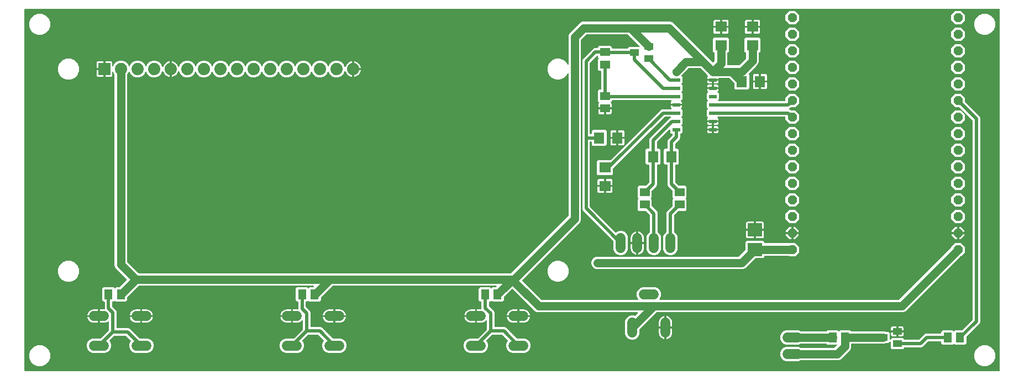
<source format=gbr>
G04 EAGLE Gerber RS-274X export*
G75*
%MOMM*%
%FSLAX34Y34*%
%LPD*%
%INTop Copper*%
%IPPOS*%
%AMOC8*
5,1,8,0,0,1.08239X$1,22.5*%
G01*
%ADD10R,2.200000X2.000000*%
%ADD11R,1.800000X1.600000*%
%ADD12R,1.600000X1.800000*%
%ADD13C,1.524000*%
%ADD14R,1.879600X1.879600*%
%ADD15C,1.879600*%
%ADD16R,1.400000X1.000000*%
%ADD17R,1.300000X1.500000*%
%ADD18R,1.500000X1.300000*%
%ADD19P,1.539592X8X22.500000*%
%ADD20R,1.200000X0.600000*%
%ADD21C,1.270000*%
%ADD22C,0.525000*%
%ADD23C,0.508000*%

G36*
X1495826Y2036D02*
X1495826Y2036D01*
X1495845Y2034D01*
X1495947Y2056D01*
X1496049Y2072D01*
X1496066Y2082D01*
X1496086Y2086D01*
X1496175Y2139D01*
X1496266Y2188D01*
X1496280Y2202D01*
X1496297Y2212D01*
X1496364Y2291D01*
X1496436Y2366D01*
X1496444Y2384D01*
X1496457Y2399D01*
X1496496Y2495D01*
X1496539Y2589D01*
X1496541Y2609D01*
X1496549Y2627D01*
X1496567Y2794D01*
X1496567Y556006D01*
X1496564Y556026D01*
X1496566Y556045D01*
X1496544Y556147D01*
X1496528Y556249D01*
X1496518Y556266D01*
X1496514Y556286D01*
X1496461Y556375D01*
X1496412Y556466D01*
X1496398Y556480D01*
X1496388Y556497D01*
X1496309Y556564D01*
X1496234Y556636D01*
X1496216Y556644D01*
X1496201Y556657D01*
X1496105Y556696D01*
X1496011Y556739D01*
X1495991Y556741D01*
X1495973Y556749D01*
X1495806Y556767D01*
X2794Y556767D01*
X2774Y556764D01*
X2755Y556766D01*
X2653Y556744D01*
X2551Y556728D01*
X2534Y556718D01*
X2514Y556714D01*
X2425Y556661D01*
X2334Y556612D01*
X2320Y556598D01*
X2303Y556588D01*
X2236Y556509D01*
X2164Y556434D01*
X2156Y556416D01*
X2143Y556401D01*
X2104Y556305D01*
X2061Y556211D01*
X2059Y556191D01*
X2051Y556173D01*
X2033Y556006D01*
X2033Y2794D01*
X2036Y2774D01*
X2034Y2755D01*
X2056Y2653D01*
X2072Y2551D01*
X2082Y2534D01*
X2086Y2514D01*
X2139Y2425D01*
X2188Y2334D01*
X2202Y2320D01*
X2212Y2303D01*
X2291Y2236D01*
X2366Y2164D01*
X2384Y2156D01*
X2399Y2143D01*
X2495Y2104D01*
X2589Y2061D01*
X2609Y2059D01*
X2627Y2051D01*
X2794Y2033D01*
X1495806Y2033D01*
X1495826Y2036D01*
G37*
%LPC*%
G36*
X106285Y29971D02*
X106285Y29971D01*
X102271Y31634D01*
X99198Y34707D01*
X97535Y38721D01*
X97535Y43067D01*
X99198Y47081D01*
X102271Y50154D01*
X106285Y51817D01*
X118423Y51817D01*
X118513Y51831D01*
X118604Y51839D01*
X118633Y51851D01*
X118665Y51856D01*
X118746Y51899D01*
X118830Y51935D01*
X118862Y51961D01*
X118883Y51972D01*
X118905Y51995D01*
X118961Y52040D01*
X131094Y64173D01*
X131147Y64247D01*
X131207Y64317D01*
X131219Y64347D01*
X131238Y64373D01*
X131265Y64460D01*
X131299Y64545D01*
X131303Y64586D01*
X131310Y64608D01*
X131309Y64640D01*
X131317Y64711D01*
X131317Y77588D01*
X131315Y77600D01*
X131317Y77612D01*
X131295Y77721D01*
X131278Y77831D01*
X131272Y77842D01*
X131270Y77853D01*
X131214Y77951D01*
X131162Y78048D01*
X131154Y78057D01*
X131148Y78067D01*
X131065Y78141D01*
X130984Y78218D01*
X130973Y78223D01*
X130964Y78231D01*
X130862Y78275D01*
X130761Y78321D01*
X130749Y78323D01*
X130738Y78327D01*
X130627Y78336D01*
X130517Y78349D01*
X130505Y78346D01*
X130493Y78347D01*
X130385Y78320D01*
X130276Y78296D01*
X130266Y78290D01*
X130254Y78287D01*
X130109Y78204D01*
X129023Y77416D01*
X127598Y76690D01*
X126077Y76195D01*
X124498Y75945D01*
X117601Y75945D01*
X117601Y85344D01*
X117598Y85364D01*
X117600Y85383D01*
X117578Y85485D01*
X117561Y85587D01*
X117552Y85604D01*
X117548Y85624D01*
X117495Y85713D01*
X117446Y85804D01*
X117432Y85818D01*
X117422Y85835D01*
X117343Y85902D01*
X117268Y85973D01*
X117250Y85982D01*
X117235Y85995D01*
X117139Y86033D01*
X117045Y86077D01*
X117025Y86079D01*
X117007Y86087D01*
X116840Y86105D01*
X116077Y86105D01*
X116077Y86107D01*
X116840Y86107D01*
X116860Y86110D01*
X116879Y86108D01*
X116981Y86130D01*
X117083Y86147D01*
X117100Y86156D01*
X117120Y86160D01*
X117209Y86213D01*
X117300Y86262D01*
X117314Y86276D01*
X117331Y86286D01*
X117398Y86365D01*
X117469Y86440D01*
X117478Y86458D01*
X117491Y86473D01*
X117530Y86569D01*
X117573Y86663D01*
X117575Y86683D01*
X117583Y86701D01*
X117601Y86868D01*
X117601Y96267D01*
X124358Y96267D01*
X124378Y96270D01*
X124397Y96268D01*
X124499Y96290D01*
X124601Y96306D01*
X124618Y96316D01*
X124638Y96320D01*
X124727Y96373D01*
X124818Y96422D01*
X124832Y96436D01*
X124849Y96446D01*
X124916Y96525D01*
X124988Y96600D01*
X124996Y96618D01*
X125009Y96633D01*
X125048Y96729D01*
X125091Y96823D01*
X125093Y96843D01*
X125101Y96861D01*
X125119Y97028D01*
X125119Y107816D01*
X125116Y107836D01*
X125118Y107855D01*
X125096Y107957D01*
X125080Y108059D01*
X125070Y108076D01*
X125066Y108096D01*
X125013Y108185D01*
X124964Y108276D01*
X124950Y108290D01*
X124940Y108307D01*
X124861Y108374D01*
X124786Y108446D01*
X124768Y108454D01*
X124753Y108467D01*
X124657Y108506D01*
X124563Y108549D01*
X124543Y108551D01*
X124525Y108559D01*
X124358Y108577D01*
X123094Y108577D01*
X121159Y110512D01*
X121159Y128248D01*
X123094Y130183D01*
X138830Y130183D01*
X139924Y129089D01*
X139940Y129077D01*
X139952Y129062D01*
X140040Y129006D01*
X140123Y128946D01*
X140142Y128940D01*
X140159Y128929D01*
X140260Y128904D01*
X140359Y128873D01*
X140378Y128874D01*
X140398Y128869D01*
X140501Y128877D01*
X140604Y128880D01*
X140623Y128886D01*
X140643Y128888D01*
X140738Y128928D01*
X140835Y128964D01*
X140851Y128976D01*
X140869Y128984D01*
X141000Y129089D01*
X142094Y130183D01*
X146798Y130183D01*
X146888Y130197D01*
X146979Y130205D01*
X147009Y130217D01*
X147041Y130222D01*
X147122Y130265D01*
X147206Y130301D01*
X147238Y130327D01*
X147259Y130338D01*
X147281Y130361D01*
X147337Y130406D01*
X158633Y141702D01*
X158644Y141718D01*
X158660Y141730D01*
X158716Y141818D01*
X158776Y141901D01*
X158782Y141920D01*
X158793Y141937D01*
X158818Y142038D01*
X158849Y142137D01*
X158848Y142156D01*
X158853Y142176D01*
X158845Y142279D01*
X158842Y142382D01*
X158835Y142401D01*
X158834Y142421D01*
X158794Y142516D01*
X158758Y142613D01*
X158745Y142629D01*
X158738Y142647D01*
X158633Y142778D01*
X144645Y156766D01*
X144592Y156804D01*
X144545Y156850D01*
X144472Y156890D01*
X144445Y156909D01*
X144437Y156912D01*
X141717Y159632D01*
X140247Y163180D01*
X140247Y456256D01*
X140233Y456346D01*
X140225Y456437D01*
X140213Y456467D01*
X140208Y456499D01*
X140165Y456579D01*
X140129Y456663D01*
X140103Y456695D01*
X140092Y456716D01*
X140069Y456738D01*
X140024Y456794D01*
X139133Y457686D01*
X137903Y460654D01*
X137852Y460737D01*
X137806Y460823D01*
X137787Y460841D01*
X137774Y460863D01*
X137699Y460925D01*
X137628Y460992D01*
X137604Y461003D01*
X137584Y461020D01*
X137493Y461055D01*
X137405Y461096D01*
X137379Y461099D01*
X137355Y461108D01*
X137257Y461112D01*
X137161Y461123D01*
X137135Y461117D01*
X137109Y461119D01*
X137015Y461091D01*
X136920Y461071D01*
X136898Y461057D01*
X136873Y461050D01*
X136793Y460994D01*
X136709Y460945D01*
X136692Y460925D01*
X136671Y460910D01*
X136612Y460831D01*
X136549Y460758D01*
X136539Y460733D01*
X136524Y460712D01*
X136494Y460620D01*
X136457Y460529D01*
X136454Y460497D01*
X136448Y460478D01*
X136448Y460445D01*
X136439Y460363D01*
X136439Y455148D01*
X136266Y454501D01*
X135931Y453922D01*
X135458Y453449D01*
X134879Y453114D01*
X134232Y452941D01*
X126023Y452941D01*
X126023Y464118D01*
X126020Y464135D01*
X126022Y464151D01*
X126022Y464153D01*
X126022Y464157D01*
X126000Y464259D01*
X125983Y464361D01*
X125974Y464378D01*
X125970Y464398D01*
X125917Y464487D01*
X125868Y464578D01*
X125854Y464592D01*
X125844Y464609D01*
X125765Y464676D01*
X125690Y464747D01*
X125672Y464756D01*
X125657Y464769D01*
X125561Y464807D01*
X125467Y464851D01*
X125447Y464853D01*
X125429Y464861D01*
X125262Y464879D01*
X124499Y464879D01*
X124499Y464881D01*
X125262Y464881D01*
X125282Y464884D01*
X125301Y464882D01*
X125403Y464904D01*
X125505Y464921D01*
X125522Y464930D01*
X125542Y464934D01*
X125631Y464987D01*
X125722Y465036D01*
X125736Y465050D01*
X125753Y465060D01*
X125820Y465139D01*
X125891Y465214D01*
X125900Y465232D01*
X125913Y465247D01*
X125952Y465343D01*
X125995Y465437D01*
X125997Y465457D01*
X126005Y465475D01*
X126023Y465642D01*
X126023Y476819D01*
X134232Y476819D01*
X134879Y476646D01*
X135458Y476311D01*
X135931Y475838D01*
X136266Y475259D01*
X136439Y474612D01*
X136439Y469397D01*
X136454Y469301D01*
X136464Y469204D01*
X136474Y469180D01*
X136478Y469155D01*
X136524Y469069D01*
X136564Y468980D01*
X136581Y468960D01*
X136594Y468937D01*
X136664Y468870D01*
X136730Y468798D01*
X136753Y468786D01*
X136772Y468768D01*
X136860Y468727D01*
X136946Y468680D01*
X136971Y468675D01*
X136995Y468664D01*
X137092Y468653D01*
X137188Y468636D01*
X137214Y468640D01*
X137239Y468637D01*
X137335Y468658D01*
X137431Y468672D01*
X137454Y468684D01*
X137480Y468689D01*
X137563Y468739D01*
X137650Y468783D01*
X137669Y468802D01*
X137691Y468815D01*
X137754Y468889D01*
X137822Y468959D01*
X137838Y468988D01*
X137851Y469002D01*
X137863Y469033D01*
X137903Y469106D01*
X139133Y472074D01*
X142706Y475647D01*
X147374Y477581D01*
X152426Y477581D01*
X157094Y475647D01*
X160667Y472074D01*
X161897Y469106D01*
X161934Y469045D01*
X161964Y468980D01*
X161999Y468941D01*
X162026Y468897D01*
X162081Y468851D01*
X162130Y468798D01*
X162176Y468773D01*
X162216Y468740D01*
X162283Y468714D01*
X162346Y468680D01*
X162397Y468671D01*
X162445Y468652D01*
X162517Y468649D01*
X162588Y468636D01*
X162639Y468644D01*
X162691Y468642D01*
X162760Y468662D01*
X162831Y468672D01*
X162877Y468696D01*
X162927Y468710D01*
X162986Y468751D01*
X163050Y468783D01*
X163087Y468821D01*
X163129Y468850D01*
X163172Y468908D01*
X163222Y468959D01*
X163257Y469022D01*
X163276Y469048D01*
X163283Y469070D01*
X163303Y469106D01*
X164533Y472074D01*
X168106Y475647D01*
X172774Y477581D01*
X177826Y477581D01*
X182494Y475647D01*
X186067Y472074D01*
X187297Y469106D01*
X187334Y469045D01*
X187364Y468980D01*
X187399Y468941D01*
X187426Y468897D01*
X187481Y468851D01*
X187530Y468798D01*
X187576Y468773D01*
X187616Y468740D01*
X187683Y468714D01*
X187746Y468680D01*
X187797Y468671D01*
X187845Y468652D01*
X187917Y468649D01*
X187988Y468636D01*
X188039Y468644D01*
X188091Y468642D01*
X188160Y468662D01*
X188231Y468672D01*
X188277Y468696D01*
X188327Y468710D01*
X188386Y468751D01*
X188450Y468783D01*
X188487Y468821D01*
X188529Y468850D01*
X188572Y468908D01*
X188622Y468959D01*
X188657Y469022D01*
X188676Y469048D01*
X188683Y469070D01*
X188703Y469106D01*
X189933Y472074D01*
X193506Y475647D01*
X198174Y477581D01*
X203226Y477581D01*
X207894Y475647D01*
X211467Y472074D01*
X213153Y468004D01*
X213206Y467918D01*
X213255Y467829D01*
X213271Y467814D01*
X213283Y467795D01*
X213361Y467731D01*
X213435Y467662D01*
X213455Y467653D01*
X213472Y467639D01*
X213567Y467602D01*
X213659Y467561D01*
X213681Y467558D01*
X213702Y467550D01*
X213803Y467546D01*
X213904Y467536D01*
X213925Y467541D01*
X213947Y467540D01*
X214045Y467568D01*
X214143Y467591D01*
X214162Y467602D01*
X214184Y467608D01*
X214267Y467666D01*
X214353Y467719D01*
X214368Y467736D01*
X214386Y467749D01*
X214446Y467830D01*
X214511Y467908D01*
X214523Y467933D01*
X214533Y467946D01*
X214543Y467977D01*
X214580Y468061D01*
X215036Y469463D01*
X215889Y471137D01*
X216994Y472658D01*
X218322Y473986D01*
X219843Y475091D01*
X221517Y475944D01*
X223304Y476525D01*
X224577Y476726D01*
X224577Y465642D01*
X224580Y465622D01*
X224578Y465603D01*
X224600Y465501D01*
X224617Y465399D01*
X224626Y465382D01*
X224630Y465362D01*
X224683Y465273D01*
X224732Y465182D01*
X224746Y465168D01*
X224756Y465151D01*
X224835Y465084D01*
X224910Y465013D01*
X224928Y465004D01*
X224943Y464991D01*
X225039Y464953D01*
X225133Y464909D01*
X225153Y464907D01*
X225171Y464899D01*
X225338Y464881D01*
X226862Y464881D01*
X226882Y464884D01*
X226901Y464882D01*
X227003Y464904D01*
X227105Y464921D01*
X227122Y464930D01*
X227142Y464934D01*
X227231Y464987D01*
X227322Y465036D01*
X227336Y465050D01*
X227353Y465060D01*
X227420Y465139D01*
X227491Y465214D01*
X227500Y465232D01*
X227513Y465247D01*
X227552Y465343D01*
X227595Y465437D01*
X227597Y465457D01*
X227605Y465475D01*
X227623Y465642D01*
X227623Y476726D01*
X228896Y476525D01*
X230683Y475944D01*
X232357Y475091D01*
X233878Y473986D01*
X235206Y472658D01*
X236311Y471137D01*
X237164Y469463D01*
X237620Y468061D01*
X237666Y467971D01*
X237707Y467878D01*
X237722Y467862D01*
X237733Y467842D01*
X237805Y467772D01*
X237874Y467697D01*
X237893Y467686D01*
X237909Y467671D01*
X238000Y467627D01*
X238089Y467578D01*
X238111Y467574D01*
X238131Y467565D01*
X238232Y467553D01*
X238331Y467535D01*
X238353Y467538D01*
X238375Y467535D01*
X238474Y467556D01*
X238575Y467570D01*
X238594Y467580D01*
X238616Y467585D01*
X238703Y467636D01*
X238794Y467682D01*
X238809Y467698D01*
X238829Y467709D01*
X238895Y467785D01*
X238966Y467857D01*
X238979Y467882D01*
X238990Y467894D01*
X239003Y467924D01*
X239047Y468004D01*
X240733Y472074D01*
X244306Y475647D01*
X248974Y477581D01*
X254026Y477581D01*
X258694Y475647D01*
X262267Y472074D01*
X263497Y469106D01*
X263534Y469045D01*
X263564Y468980D01*
X263599Y468941D01*
X263626Y468897D01*
X263681Y468851D01*
X263730Y468798D01*
X263776Y468773D01*
X263816Y468740D01*
X263883Y468714D01*
X263946Y468680D01*
X263997Y468671D01*
X264045Y468652D01*
X264117Y468649D01*
X264188Y468636D01*
X264239Y468644D01*
X264291Y468642D01*
X264360Y468662D01*
X264431Y468672D01*
X264477Y468696D01*
X264527Y468710D01*
X264586Y468751D01*
X264650Y468783D01*
X264687Y468821D01*
X264729Y468850D01*
X264772Y468908D01*
X264822Y468959D01*
X264857Y469022D01*
X264876Y469048D01*
X264883Y469070D01*
X264903Y469106D01*
X266133Y472074D01*
X269706Y475647D01*
X274374Y477581D01*
X279426Y477581D01*
X284094Y475647D01*
X287667Y472074D01*
X288897Y469106D01*
X288934Y469045D01*
X288964Y468980D01*
X288999Y468941D01*
X289026Y468897D01*
X289081Y468851D01*
X289130Y468798D01*
X289176Y468773D01*
X289216Y468740D01*
X289283Y468714D01*
X289346Y468680D01*
X289397Y468671D01*
X289445Y468652D01*
X289517Y468649D01*
X289588Y468636D01*
X289639Y468644D01*
X289691Y468642D01*
X289760Y468662D01*
X289831Y468672D01*
X289877Y468696D01*
X289927Y468710D01*
X289986Y468751D01*
X290050Y468783D01*
X290087Y468821D01*
X290129Y468850D01*
X290172Y468908D01*
X290222Y468959D01*
X290257Y469022D01*
X290276Y469048D01*
X290283Y469070D01*
X290303Y469106D01*
X291533Y472074D01*
X295106Y475647D01*
X299774Y477581D01*
X304826Y477581D01*
X309494Y475647D01*
X313067Y472074D01*
X314297Y469106D01*
X314334Y469045D01*
X314364Y468980D01*
X314399Y468941D01*
X314426Y468897D01*
X314481Y468851D01*
X314530Y468798D01*
X314576Y468773D01*
X314616Y468740D01*
X314683Y468714D01*
X314746Y468680D01*
X314797Y468671D01*
X314845Y468652D01*
X314917Y468649D01*
X314988Y468636D01*
X315039Y468644D01*
X315091Y468642D01*
X315160Y468662D01*
X315231Y468672D01*
X315277Y468696D01*
X315327Y468710D01*
X315386Y468751D01*
X315450Y468783D01*
X315487Y468821D01*
X315529Y468850D01*
X315572Y468908D01*
X315622Y468959D01*
X315657Y469022D01*
X315676Y469048D01*
X315683Y469070D01*
X315703Y469106D01*
X316933Y472074D01*
X320506Y475647D01*
X325174Y477581D01*
X330226Y477581D01*
X334894Y475647D01*
X338467Y472074D01*
X339697Y469106D01*
X339734Y469045D01*
X339764Y468980D01*
X339799Y468941D01*
X339826Y468897D01*
X339881Y468851D01*
X339930Y468798D01*
X339976Y468773D01*
X340016Y468740D01*
X340083Y468714D01*
X340146Y468680D01*
X340197Y468671D01*
X340245Y468652D01*
X340317Y468649D01*
X340388Y468636D01*
X340439Y468644D01*
X340491Y468642D01*
X340560Y468662D01*
X340631Y468672D01*
X340677Y468696D01*
X340727Y468710D01*
X340786Y468751D01*
X340850Y468783D01*
X340887Y468821D01*
X340929Y468850D01*
X340972Y468908D01*
X341022Y468959D01*
X341057Y469022D01*
X341076Y469048D01*
X341083Y469070D01*
X341103Y469106D01*
X342333Y472074D01*
X345906Y475647D01*
X350574Y477581D01*
X355626Y477581D01*
X360294Y475647D01*
X363867Y472074D01*
X365097Y469106D01*
X365134Y469045D01*
X365164Y468980D01*
X365199Y468941D01*
X365226Y468897D01*
X365281Y468851D01*
X365330Y468798D01*
X365376Y468773D01*
X365416Y468740D01*
X365483Y468714D01*
X365546Y468680D01*
X365597Y468671D01*
X365645Y468652D01*
X365717Y468649D01*
X365788Y468636D01*
X365839Y468644D01*
X365891Y468642D01*
X365960Y468662D01*
X366031Y468672D01*
X366077Y468696D01*
X366127Y468710D01*
X366186Y468751D01*
X366250Y468783D01*
X366287Y468821D01*
X366329Y468850D01*
X366372Y468908D01*
X366422Y468959D01*
X366457Y469022D01*
X366476Y469048D01*
X366483Y469070D01*
X366503Y469106D01*
X367733Y472074D01*
X371306Y475647D01*
X375974Y477581D01*
X381026Y477581D01*
X385694Y475647D01*
X389267Y472074D01*
X390497Y469106D01*
X390534Y469045D01*
X390564Y468980D01*
X390599Y468941D01*
X390626Y468897D01*
X390681Y468851D01*
X390730Y468798D01*
X390776Y468773D01*
X390816Y468740D01*
X390883Y468714D01*
X390946Y468680D01*
X390997Y468671D01*
X391045Y468652D01*
X391117Y468649D01*
X391188Y468636D01*
X391239Y468644D01*
X391291Y468642D01*
X391360Y468662D01*
X391431Y468672D01*
X391477Y468696D01*
X391527Y468710D01*
X391586Y468751D01*
X391650Y468783D01*
X391687Y468821D01*
X391729Y468850D01*
X391772Y468908D01*
X391822Y468959D01*
X391857Y469022D01*
X391876Y469048D01*
X391883Y469070D01*
X391903Y469106D01*
X393133Y472074D01*
X396706Y475647D01*
X401374Y477581D01*
X406426Y477581D01*
X411094Y475647D01*
X414667Y472074D01*
X415897Y469106D01*
X415934Y469045D01*
X415964Y468980D01*
X415999Y468941D01*
X416026Y468897D01*
X416081Y468851D01*
X416130Y468798D01*
X416176Y468773D01*
X416216Y468740D01*
X416283Y468714D01*
X416346Y468680D01*
X416397Y468671D01*
X416445Y468652D01*
X416517Y468649D01*
X416588Y468636D01*
X416639Y468644D01*
X416691Y468642D01*
X416760Y468662D01*
X416831Y468672D01*
X416877Y468696D01*
X416927Y468710D01*
X416986Y468751D01*
X417050Y468783D01*
X417087Y468821D01*
X417129Y468850D01*
X417172Y468908D01*
X417222Y468959D01*
X417257Y469022D01*
X417276Y469048D01*
X417283Y469070D01*
X417303Y469106D01*
X418533Y472074D01*
X422106Y475647D01*
X426774Y477581D01*
X431826Y477581D01*
X436494Y475647D01*
X440067Y472074D01*
X441297Y469106D01*
X441334Y469045D01*
X441364Y468980D01*
X441399Y468941D01*
X441426Y468897D01*
X441481Y468851D01*
X441530Y468798D01*
X441576Y468773D01*
X441616Y468740D01*
X441683Y468714D01*
X441746Y468680D01*
X441797Y468671D01*
X441845Y468652D01*
X441917Y468649D01*
X441988Y468636D01*
X442039Y468644D01*
X442091Y468642D01*
X442160Y468662D01*
X442231Y468672D01*
X442277Y468696D01*
X442327Y468710D01*
X442386Y468751D01*
X442450Y468783D01*
X442487Y468821D01*
X442529Y468850D01*
X442572Y468908D01*
X442622Y468959D01*
X442657Y469022D01*
X442676Y469048D01*
X442683Y469070D01*
X442703Y469106D01*
X443933Y472074D01*
X447506Y475647D01*
X452174Y477581D01*
X457226Y477581D01*
X461894Y475647D01*
X465467Y472074D01*
X466697Y469106D01*
X466734Y469045D01*
X466764Y468980D01*
X466799Y468941D01*
X466826Y468897D01*
X466881Y468851D01*
X466930Y468798D01*
X466976Y468773D01*
X467016Y468740D01*
X467083Y468714D01*
X467146Y468680D01*
X467197Y468671D01*
X467245Y468652D01*
X467317Y468649D01*
X467388Y468636D01*
X467439Y468644D01*
X467491Y468642D01*
X467560Y468662D01*
X467631Y468672D01*
X467677Y468696D01*
X467727Y468710D01*
X467786Y468751D01*
X467850Y468783D01*
X467887Y468821D01*
X467929Y468850D01*
X467972Y468908D01*
X468022Y468959D01*
X468057Y469022D01*
X468076Y469048D01*
X468083Y469070D01*
X468103Y469106D01*
X469333Y472074D01*
X472906Y475647D01*
X477574Y477581D01*
X482626Y477581D01*
X487294Y475647D01*
X490867Y472074D01*
X492553Y468004D01*
X492606Y467918D01*
X492655Y467829D01*
X492671Y467814D01*
X492683Y467795D01*
X492761Y467731D01*
X492835Y467662D01*
X492855Y467653D01*
X492872Y467639D01*
X492967Y467602D01*
X493059Y467561D01*
X493081Y467558D01*
X493102Y467550D01*
X493203Y467546D01*
X493304Y467536D01*
X493325Y467541D01*
X493347Y467540D01*
X493445Y467568D01*
X493543Y467591D01*
X493562Y467602D01*
X493584Y467608D01*
X493667Y467666D01*
X493753Y467719D01*
X493768Y467736D01*
X493786Y467749D01*
X493846Y467830D01*
X493911Y467908D01*
X493923Y467933D01*
X493933Y467946D01*
X493943Y467977D01*
X493980Y468061D01*
X494436Y469463D01*
X495289Y471137D01*
X496394Y472658D01*
X497722Y473986D01*
X499243Y475091D01*
X500917Y475944D01*
X502704Y476525D01*
X503977Y476726D01*
X503977Y465642D01*
X503980Y465622D01*
X503978Y465603D01*
X504000Y465501D01*
X504017Y465399D01*
X504026Y465382D01*
X504030Y465362D01*
X504083Y465273D01*
X504132Y465182D01*
X504146Y465168D01*
X504156Y465151D01*
X504235Y465084D01*
X504310Y465013D01*
X504328Y465004D01*
X504343Y464991D01*
X504439Y464953D01*
X504533Y464909D01*
X504553Y464907D01*
X504571Y464899D01*
X504738Y464881D01*
X505501Y464881D01*
X505501Y464879D01*
X504738Y464879D01*
X504718Y464876D01*
X504699Y464878D01*
X504597Y464856D01*
X504495Y464839D01*
X504478Y464830D01*
X504458Y464826D01*
X504369Y464773D01*
X504278Y464724D01*
X504264Y464710D01*
X504247Y464700D01*
X504180Y464621D01*
X504109Y464546D01*
X504100Y464528D01*
X504087Y464513D01*
X504048Y464417D01*
X504005Y464323D01*
X504003Y464303D01*
X503995Y464285D01*
X503977Y464118D01*
X503977Y453034D01*
X502704Y453235D01*
X500917Y453816D01*
X499243Y454669D01*
X497722Y455774D01*
X496394Y457102D01*
X495289Y458623D01*
X494436Y460297D01*
X493980Y461699D01*
X493934Y461789D01*
X493893Y461882D01*
X493878Y461898D01*
X493867Y461918D01*
X493795Y461988D01*
X493726Y462063D01*
X493707Y462074D01*
X493691Y462089D01*
X493600Y462133D01*
X493511Y462182D01*
X493489Y462186D01*
X493469Y462195D01*
X493368Y462207D01*
X493269Y462225D01*
X493247Y462222D01*
X493225Y462225D01*
X493126Y462204D01*
X493025Y462190D01*
X493006Y462180D01*
X492984Y462175D01*
X492897Y462124D01*
X492806Y462078D01*
X492791Y462062D01*
X492771Y462051D01*
X492705Y461975D01*
X492634Y461903D01*
X492621Y461878D01*
X492610Y461866D01*
X492597Y461836D01*
X492553Y461756D01*
X490867Y457686D01*
X487294Y454113D01*
X482626Y452179D01*
X477574Y452179D01*
X472906Y454113D01*
X469333Y457686D01*
X468103Y460654D01*
X468065Y460715D01*
X468036Y460780D01*
X468001Y460819D01*
X467974Y460863D01*
X467918Y460909D01*
X467870Y460962D01*
X467824Y460987D01*
X467784Y461020D01*
X467717Y461046D01*
X467654Y461080D01*
X467603Y461089D01*
X467555Y461108D01*
X467483Y461111D01*
X467412Y461124D01*
X467361Y461116D01*
X467309Y461118D01*
X467240Y461098D01*
X467169Y461088D01*
X467123Y461064D01*
X467073Y461050D01*
X467014Y461009D01*
X466950Y460977D01*
X466913Y460939D01*
X466871Y460910D01*
X466828Y460852D01*
X466778Y460801D01*
X466743Y460738D01*
X466724Y460712D01*
X466717Y460690D01*
X466697Y460654D01*
X465467Y457686D01*
X461894Y454113D01*
X457226Y452179D01*
X452174Y452179D01*
X447506Y454113D01*
X443933Y457686D01*
X442703Y460654D01*
X442665Y460715D01*
X442636Y460780D01*
X442601Y460819D01*
X442574Y460863D01*
X442518Y460909D01*
X442470Y460962D01*
X442424Y460987D01*
X442384Y461020D01*
X442317Y461046D01*
X442254Y461080D01*
X442203Y461089D01*
X442155Y461108D01*
X442083Y461111D01*
X442012Y461124D01*
X441961Y461116D01*
X441909Y461118D01*
X441840Y461098D01*
X441769Y461088D01*
X441723Y461064D01*
X441673Y461050D01*
X441614Y461009D01*
X441550Y460977D01*
X441513Y460939D01*
X441471Y460910D01*
X441428Y460852D01*
X441378Y460801D01*
X441343Y460738D01*
X441324Y460712D01*
X441317Y460690D01*
X441297Y460654D01*
X440067Y457686D01*
X436494Y454113D01*
X431826Y452179D01*
X426774Y452179D01*
X422106Y454113D01*
X418533Y457686D01*
X417303Y460654D01*
X417265Y460715D01*
X417236Y460780D01*
X417201Y460819D01*
X417174Y460863D01*
X417118Y460909D01*
X417070Y460962D01*
X417024Y460987D01*
X416984Y461020D01*
X416917Y461046D01*
X416854Y461080D01*
X416803Y461089D01*
X416755Y461108D01*
X416683Y461111D01*
X416612Y461124D01*
X416561Y461116D01*
X416509Y461118D01*
X416440Y461098D01*
X416369Y461088D01*
X416323Y461064D01*
X416273Y461050D01*
X416214Y461009D01*
X416150Y460977D01*
X416113Y460939D01*
X416071Y460910D01*
X416028Y460852D01*
X415978Y460801D01*
X415943Y460738D01*
X415924Y460712D01*
X415917Y460690D01*
X415897Y460654D01*
X414667Y457686D01*
X411094Y454113D01*
X406426Y452179D01*
X401374Y452179D01*
X396706Y454113D01*
X393133Y457686D01*
X391903Y460654D01*
X391865Y460715D01*
X391836Y460780D01*
X391801Y460819D01*
X391774Y460863D01*
X391718Y460909D01*
X391670Y460962D01*
X391624Y460987D01*
X391584Y461020D01*
X391517Y461046D01*
X391454Y461080D01*
X391403Y461089D01*
X391355Y461108D01*
X391283Y461111D01*
X391212Y461124D01*
X391161Y461116D01*
X391109Y461118D01*
X391040Y461098D01*
X390969Y461088D01*
X390923Y461064D01*
X390873Y461050D01*
X390814Y461009D01*
X390750Y460977D01*
X390713Y460939D01*
X390671Y460910D01*
X390628Y460852D01*
X390578Y460801D01*
X390543Y460738D01*
X390524Y460712D01*
X390517Y460690D01*
X390497Y460654D01*
X389267Y457686D01*
X385694Y454113D01*
X381026Y452179D01*
X375974Y452179D01*
X371306Y454113D01*
X367733Y457686D01*
X366503Y460654D01*
X366465Y460715D01*
X366436Y460780D01*
X366401Y460819D01*
X366374Y460863D01*
X366318Y460909D01*
X366270Y460962D01*
X366224Y460987D01*
X366184Y461020D01*
X366117Y461046D01*
X366054Y461080D01*
X366003Y461089D01*
X365955Y461108D01*
X365883Y461111D01*
X365812Y461124D01*
X365761Y461116D01*
X365709Y461118D01*
X365640Y461098D01*
X365569Y461088D01*
X365523Y461064D01*
X365473Y461050D01*
X365414Y461009D01*
X365350Y460977D01*
X365313Y460939D01*
X365271Y460910D01*
X365228Y460852D01*
X365178Y460801D01*
X365143Y460738D01*
X365124Y460712D01*
X365117Y460690D01*
X365097Y460654D01*
X363867Y457686D01*
X360294Y454113D01*
X355626Y452179D01*
X350574Y452179D01*
X345906Y454113D01*
X342333Y457686D01*
X341103Y460654D01*
X341065Y460715D01*
X341036Y460780D01*
X341001Y460819D01*
X340974Y460863D01*
X340918Y460909D01*
X340870Y460962D01*
X340824Y460987D01*
X340784Y461020D01*
X340717Y461046D01*
X340654Y461080D01*
X340603Y461089D01*
X340555Y461108D01*
X340483Y461111D01*
X340412Y461124D01*
X340361Y461116D01*
X340309Y461118D01*
X340240Y461098D01*
X340169Y461088D01*
X340123Y461064D01*
X340073Y461050D01*
X340014Y461009D01*
X339950Y460977D01*
X339913Y460939D01*
X339871Y460910D01*
X339828Y460852D01*
X339778Y460801D01*
X339743Y460738D01*
X339724Y460712D01*
X339717Y460690D01*
X339697Y460654D01*
X338467Y457686D01*
X334894Y454113D01*
X330226Y452179D01*
X325174Y452179D01*
X320506Y454113D01*
X316933Y457686D01*
X315703Y460654D01*
X315665Y460715D01*
X315636Y460780D01*
X315601Y460819D01*
X315574Y460863D01*
X315518Y460909D01*
X315470Y460962D01*
X315424Y460987D01*
X315384Y461020D01*
X315317Y461046D01*
X315254Y461080D01*
X315203Y461089D01*
X315155Y461108D01*
X315083Y461111D01*
X315012Y461124D01*
X314961Y461116D01*
X314909Y461118D01*
X314840Y461098D01*
X314769Y461088D01*
X314723Y461064D01*
X314673Y461050D01*
X314614Y461009D01*
X314550Y460977D01*
X314513Y460939D01*
X314471Y460910D01*
X314428Y460852D01*
X314378Y460801D01*
X314343Y460738D01*
X314324Y460712D01*
X314317Y460690D01*
X314297Y460654D01*
X313067Y457686D01*
X309494Y454113D01*
X304826Y452179D01*
X299774Y452179D01*
X295106Y454113D01*
X291533Y457686D01*
X290303Y460654D01*
X290265Y460715D01*
X290236Y460780D01*
X290201Y460819D01*
X290174Y460863D01*
X290118Y460909D01*
X290070Y460962D01*
X290024Y460987D01*
X289984Y461020D01*
X289917Y461046D01*
X289854Y461080D01*
X289803Y461089D01*
X289755Y461108D01*
X289683Y461111D01*
X289612Y461124D01*
X289561Y461116D01*
X289509Y461118D01*
X289440Y461098D01*
X289369Y461088D01*
X289323Y461064D01*
X289273Y461050D01*
X289214Y461009D01*
X289150Y460977D01*
X289113Y460939D01*
X289071Y460910D01*
X289028Y460852D01*
X288978Y460801D01*
X288943Y460738D01*
X288924Y460712D01*
X288917Y460690D01*
X288897Y460654D01*
X287667Y457686D01*
X284094Y454113D01*
X279426Y452179D01*
X274374Y452179D01*
X269706Y454113D01*
X266133Y457686D01*
X264903Y460654D01*
X264865Y460715D01*
X264836Y460780D01*
X264801Y460819D01*
X264774Y460863D01*
X264718Y460909D01*
X264670Y460962D01*
X264624Y460987D01*
X264584Y461020D01*
X264517Y461046D01*
X264454Y461080D01*
X264403Y461089D01*
X264355Y461108D01*
X264283Y461111D01*
X264212Y461124D01*
X264161Y461116D01*
X264109Y461118D01*
X264040Y461098D01*
X263969Y461088D01*
X263923Y461064D01*
X263873Y461050D01*
X263814Y461009D01*
X263750Y460977D01*
X263713Y460939D01*
X263671Y460910D01*
X263628Y460852D01*
X263578Y460801D01*
X263543Y460738D01*
X263524Y460712D01*
X263517Y460690D01*
X263497Y460654D01*
X262267Y457686D01*
X258694Y454113D01*
X254026Y452179D01*
X248974Y452179D01*
X244306Y454113D01*
X240733Y457686D01*
X239047Y461756D01*
X238994Y461842D01*
X238945Y461931D01*
X238929Y461946D01*
X238917Y461965D01*
X238839Y462029D01*
X238765Y462098D01*
X238745Y462107D01*
X238728Y462121D01*
X238633Y462158D01*
X238541Y462199D01*
X238519Y462202D01*
X238498Y462210D01*
X238397Y462214D01*
X238296Y462224D01*
X238275Y462219D01*
X238253Y462220D01*
X238155Y462192D01*
X238057Y462169D01*
X238038Y462158D01*
X238016Y462152D01*
X237933Y462094D01*
X237847Y462041D01*
X237832Y462024D01*
X237814Y462011D01*
X237754Y461930D01*
X237689Y461852D01*
X237677Y461827D01*
X237667Y461814D01*
X237657Y461783D01*
X237620Y461699D01*
X237164Y460297D01*
X236311Y458623D01*
X235206Y457102D01*
X233878Y455774D01*
X232357Y454669D01*
X230683Y453816D01*
X228896Y453235D01*
X227623Y453034D01*
X227623Y464118D01*
X227620Y464135D01*
X227622Y464151D01*
X227622Y464153D01*
X227622Y464157D01*
X227600Y464259D01*
X227583Y464361D01*
X227574Y464378D01*
X227570Y464398D01*
X227517Y464487D01*
X227468Y464578D01*
X227454Y464592D01*
X227444Y464609D01*
X227365Y464676D01*
X227290Y464747D01*
X227272Y464756D01*
X227257Y464769D01*
X227161Y464807D01*
X227067Y464851D01*
X227047Y464853D01*
X227029Y464861D01*
X226862Y464879D01*
X225338Y464879D01*
X225318Y464876D01*
X225299Y464878D01*
X225197Y464856D01*
X225095Y464839D01*
X225078Y464830D01*
X225058Y464826D01*
X224969Y464773D01*
X224878Y464724D01*
X224864Y464710D01*
X224847Y464700D01*
X224780Y464621D01*
X224709Y464546D01*
X224700Y464528D01*
X224687Y464513D01*
X224648Y464417D01*
X224605Y464323D01*
X224603Y464303D01*
X224595Y464285D01*
X224577Y464118D01*
X224577Y453034D01*
X223304Y453235D01*
X221517Y453816D01*
X219843Y454669D01*
X218322Y455774D01*
X216994Y457102D01*
X215889Y458623D01*
X215036Y460297D01*
X214580Y461699D01*
X214534Y461789D01*
X214493Y461882D01*
X214478Y461898D01*
X214467Y461918D01*
X214395Y461988D01*
X214326Y462063D01*
X214307Y462074D01*
X214291Y462089D01*
X214200Y462133D01*
X214111Y462182D01*
X214089Y462186D01*
X214069Y462195D01*
X213968Y462207D01*
X213869Y462225D01*
X213847Y462222D01*
X213825Y462225D01*
X213726Y462204D01*
X213625Y462190D01*
X213606Y462180D01*
X213584Y462175D01*
X213497Y462124D01*
X213406Y462078D01*
X213391Y462062D01*
X213371Y462051D01*
X213305Y461975D01*
X213234Y461903D01*
X213221Y461878D01*
X213210Y461866D01*
X213197Y461836D01*
X213153Y461756D01*
X211467Y457686D01*
X207894Y454113D01*
X203226Y452179D01*
X198174Y452179D01*
X193506Y454113D01*
X189933Y457686D01*
X188703Y460654D01*
X188665Y460715D01*
X188636Y460780D01*
X188601Y460819D01*
X188574Y460863D01*
X188518Y460909D01*
X188470Y460962D01*
X188424Y460987D01*
X188384Y461020D01*
X188317Y461046D01*
X188254Y461080D01*
X188203Y461089D01*
X188155Y461108D01*
X188083Y461111D01*
X188012Y461124D01*
X187961Y461116D01*
X187909Y461118D01*
X187840Y461098D01*
X187769Y461088D01*
X187723Y461064D01*
X187673Y461050D01*
X187614Y461009D01*
X187550Y460977D01*
X187513Y460939D01*
X187471Y460910D01*
X187428Y460852D01*
X187378Y460801D01*
X187343Y460738D01*
X187324Y460712D01*
X187317Y460690D01*
X187297Y460654D01*
X186067Y457686D01*
X182494Y454113D01*
X177826Y452179D01*
X172774Y452179D01*
X168106Y454113D01*
X164533Y457686D01*
X163303Y460654D01*
X163265Y460715D01*
X163236Y460780D01*
X163201Y460819D01*
X163174Y460863D01*
X163118Y460909D01*
X163070Y460962D01*
X163024Y460987D01*
X162984Y461020D01*
X162917Y461046D01*
X162854Y461080D01*
X162803Y461089D01*
X162755Y461108D01*
X162683Y461111D01*
X162612Y461124D01*
X162561Y461116D01*
X162509Y461118D01*
X162440Y461098D01*
X162369Y461088D01*
X162323Y461064D01*
X162273Y461050D01*
X162214Y461009D01*
X162150Y460977D01*
X162113Y460939D01*
X162071Y460910D01*
X162028Y460852D01*
X161978Y460801D01*
X161943Y460738D01*
X161924Y460712D01*
X161917Y460690D01*
X161897Y460654D01*
X160667Y457686D01*
X159776Y456794D01*
X159723Y456720D01*
X159663Y456651D01*
X159651Y456621D01*
X159632Y456594D01*
X159605Y456507D01*
X159571Y456423D01*
X159567Y456382D01*
X159560Y456359D01*
X159561Y456327D01*
X159553Y456256D01*
X159553Y169476D01*
X159554Y169469D01*
X159554Y169468D01*
X159554Y169465D01*
X159567Y169385D01*
X159575Y169295D01*
X159587Y169265D01*
X159592Y169233D01*
X159635Y169152D01*
X159671Y169068D01*
X159697Y169036D01*
X159708Y169015D01*
X159731Y168993D01*
X159776Y168937D01*
X176597Y152116D01*
X176671Y152063D01*
X176741Y152003D01*
X176771Y151991D01*
X176797Y151972D01*
X176884Y151945D01*
X176969Y151911D01*
X177010Y151907D01*
X177032Y151900D01*
X177064Y151901D01*
X177136Y151893D01*
X747526Y151893D01*
X747616Y151907D01*
X747707Y151915D01*
X747737Y151927D01*
X747769Y151932D01*
X747850Y151975D01*
X747934Y152011D01*
X747966Y152037D01*
X747987Y152048D01*
X748009Y152071D01*
X748065Y152116D01*
X835309Y239360D01*
X835362Y239434D01*
X835422Y239504D01*
X835434Y239534D01*
X835453Y239560D01*
X835480Y239647D01*
X835514Y239732D01*
X835518Y239773D01*
X835525Y239795D01*
X835524Y239827D01*
X835532Y239899D01*
X835532Y457863D01*
X835517Y457959D01*
X835507Y458056D01*
X835497Y458080D01*
X835493Y458105D01*
X835447Y458191D01*
X835407Y458280D01*
X835390Y458300D01*
X835377Y458323D01*
X835307Y458390D01*
X835241Y458462D01*
X835218Y458474D01*
X835199Y458492D01*
X835111Y458533D01*
X835025Y458580D01*
X835000Y458585D01*
X834976Y458596D01*
X834879Y458607D01*
X834783Y458624D01*
X834757Y458620D01*
X834732Y458623D01*
X834636Y458602D01*
X834540Y458588D01*
X834517Y458576D01*
X834491Y458571D01*
X834408Y458521D01*
X834321Y458477D01*
X834302Y458458D01*
X834280Y458445D01*
X834217Y458371D01*
X834149Y458301D01*
X834133Y458272D01*
X834120Y458258D01*
X834108Y458227D01*
X834068Y458154D01*
X833092Y455798D01*
X828582Y451288D01*
X822689Y448847D01*
X816311Y448847D01*
X810418Y451288D01*
X805908Y455798D01*
X803467Y461691D01*
X803467Y468069D01*
X805908Y473962D01*
X810418Y478472D01*
X816311Y480913D01*
X822689Y480913D01*
X828582Y478472D01*
X833092Y473962D01*
X834068Y471606D01*
X834119Y471523D01*
X834165Y471437D01*
X834183Y471419D01*
X834197Y471397D01*
X834273Y471335D01*
X834343Y471268D01*
X834367Y471257D01*
X834387Y471240D01*
X834478Y471205D01*
X834566Y471164D01*
X834592Y471161D01*
X834616Y471152D01*
X834714Y471148D01*
X834810Y471137D01*
X834836Y471143D01*
X834862Y471141D01*
X834956Y471169D01*
X835051Y471189D01*
X835073Y471203D01*
X835098Y471210D01*
X835178Y471266D01*
X835262Y471315D01*
X835279Y471335D01*
X835300Y471350D01*
X835359Y471428D01*
X835422Y471502D01*
X835432Y471527D01*
X835447Y471548D01*
X835477Y471640D01*
X835514Y471731D01*
X835517Y471763D01*
X835523Y471782D01*
X835523Y471815D01*
X835532Y471897D01*
X835532Y515635D01*
X837002Y519183D01*
X839824Y522005D01*
X850865Y533046D01*
X853687Y535868D01*
X857235Y537338D01*
X991945Y537338D01*
X995493Y535868D01*
X1050004Y481357D01*
X1056162Y475199D01*
X1056178Y475188D01*
X1056190Y475172D01*
X1056278Y475116D01*
X1056361Y475056D01*
X1056380Y475050D01*
X1056397Y475039D01*
X1056498Y475014D01*
X1056597Y474983D01*
X1056616Y474984D01*
X1056636Y474979D01*
X1056739Y474987D01*
X1056842Y474990D01*
X1056861Y474997D01*
X1056881Y474998D01*
X1056976Y475039D01*
X1057073Y475074D01*
X1057089Y475087D01*
X1057107Y475094D01*
X1057238Y475199D01*
X1059464Y477425D01*
X1059517Y477499D01*
X1059577Y477569D01*
X1059589Y477599D01*
X1059608Y477625D01*
X1059635Y477712D01*
X1059669Y477797D01*
X1059673Y477838D01*
X1059680Y477860D01*
X1059679Y477892D01*
X1059687Y477964D01*
X1059687Y489556D01*
X1059684Y489576D01*
X1059686Y489595D01*
X1059664Y489697D01*
X1059648Y489799D01*
X1059638Y489816D01*
X1059634Y489836D01*
X1059581Y489925D01*
X1059532Y490016D01*
X1059518Y490030D01*
X1059508Y490047D01*
X1059429Y490114D01*
X1059354Y490186D01*
X1059336Y490194D01*
X1059321Y490207D01*
X1059225Y490246D01*
X1059131Y490289D01*
X1059111Y490291D01*
X1059093Y490299D01*
X1058978Y490312D01*
X1057037Y492252D01*
X1057037Y510988D01*
X1058972Y512923D01*
X1079708Y512923D01*
X1081643Y510988D01*
X1081643Y492252D01*
X1079705Y490314D01*
X1079613Y490294D01*
X1079511Y490278D01*
X1079494Y490268D01*
X1079474Y490264D01*
X1079385Y490211D01*
X1079294Y490162D01*
X1079280Y490148D01*
X1079263Y490138D01*
X1079196Y490059D01*
X1079124Y489984D01*
X1079116Y489966D01*
X1079103Y489951D01*
X1079064Y489855D01*
X1079021Y489761D01*
X1079019Y489741D01*
X1079011Y489723D01*
X1078993Y489556D01*
X1078993Y471730D01*
X1078987Y471715D01*
X1078976Y471671D01*
X1078957Y471629D01*
X1078948Y471552D01*
X1078930Y471476D01*
X1078935Y471430D01*
X1078930Y471385D01*
X1078946Y471309D01*
X1078954Y471231D01*
X1078972Y471189D01*
X1078982Y471144D01*
X1079022Y471077D01*
X1079054Y471006D01*
X1079085Y470972D01*
X1079108Y470933D01*
X1079167Y470883D01*
X1079220Y470825D01*
X1079260Y470803D01*
X1079295Y470773D01*
X1079367Y470744D01*
X1079435Y470707D01*
X1079481Y470698D01*
X1079523Y470681D01*
X1079659Y470666D01*
X1079677Y470663D01*
X1079682Y470664D01*
X1079690Y470663D01*
X1096776Y470663D01*
X1096866Y470677D01*
X1096957Y470685D01*
X1096987Y470697D01*
X1097019Y470702D01*
X1097100Y470745D01*
X1097184Y470781D01*
X1097216Y470807D01*
X1097237Y470818D01*
X1097259Y470841D01*
X1097315Y470886D01*
X1107724Y481295D01*
X1107777Y481369D01*
X1107837Y481439D01*
X1107849Y481469D01*
X1107868Y481495D01*
X1107895Y481582D01*
X1107929Y481667D01*
X1107933Y481708D01*
X1107940Y481730D01*
X1107939Y481762D01*
X1107947Y481834D01*
X1107947Y489556D01*
X1107944Y489576D01*
X1107946Y489595D01*
X1107924Y489697D01*
X1107908Y489799D01*
X1107898Y489816D01*
X1107894Y489836D01*
X1107841Y489925D01*
X1107792Y490016D01*
X1107778Y490030D01*
X1107768Y490047D01*
X1107689Y490114D01*
X1107614Y490186D01*
X1107596Y490194D01*
X1107581Y490207D01*
X1107485Y490246D01*
X1107391Y490289D01*
X1107371Y490291D01*
X1107353Y490299D01*
X1107238Y490312D01*
X1105297Y492252D01*
X1105297Y510988D01*
X1107232Y512923D01*
X1127968Y512923D01*
X1129903Y510988D01*
X1129903Y492252D01*
X1127965Y490314D01*
X1127873Y490294D01*
X1127771Y490278D01*
X1127754Y490268D01*
X1127734Y490264D01*
X1127645Y490211D01*
X1127554Y490162D01*
X1127540Y490148D01*
X1127523Y490138D01*
X1127456Y490059D01*
X1127384Y489984D01*
X1127376Y489966D01*
X1127363Y489951D01*
X1127324Y489855D01*
X1127281Y489761D01*
X1127279Y489741D01*
X1127271Y489723D01*
X1127253Y489556D01*
X1127253Y475600D01*
X1125783Y472052D01*
X1122961Y469230D01*
X1111654Y457923D01*
X1111643Y457907D01*
X1111627Y457895D01*
X1111571Y457807D01*
X1111511Y457723D01*
X1111505Y457704D01*
X1111494Y457688D01*
X1111469Y457587D01*
X1111438Y457488D01*
X1111439Y457468D01*
X1111434Y457449D01*
X1111442Y457346D01*
X1111445Y457242D01*
X1111452Y457224D01*
X1111453Y457204D01*
X1111493Y457109D01*
X1111529Y457011D01*
X1111542Y456996D01*
X1111549Y456978D01*
X1111654Y456847D01*
X1112363Y456138D01*
X1112363Y435402D01*
X1110428Y433467D01*
X1091692Y433467D01*
X1089757Y435402D01*
X1089757Y443106D01*
X1089743Y443196D01*
X1089735Y443287D01*
X1089723Y443317D01*
X1089718Y443349D01*
X1089675Y443430D01*
X1089639Y443514D01*
X1089613Y443546D01*
X1089602Y443567D01*
X1089579Y443589D01*
X1089534Y443645D01*
X1082045Y451134D01*
X1081971Y451187D01*
X1081901Y451247D01*
X1081871Y451259D01*
X1081845Y451278D01*
X1081758Y451305D01*
X1081673Y451339D01*
X1081632Y451343D01*
X1081610Y451350D01*
X1081578Y451349D01*
X1081506Y451357D01*
X1066002Y451357D01*
X1065982Y451354D01*
X1065963Y451356D01*
X1065861Y451334D01*
X1065759Y451318D01*
X1065742Y451308D01*
X1065722Y451304D01*
X1065633Y451251D01*
X1065542Y451202D01*
X1065528Y451188D01*
X1065511Y451178D01*
X1065444Y451099D01*
X1065372Y451024D01*
X1065364Y451006D01*
X1065351Y450991D01*
X1065312Y450895D01*
X1065269Y450801D01*
X1065267Y450781D01*
X1065259Y450763D01*
X1065241Y450596D01*
X1065241Y449809D01*
X1057438Y449809D01*
X1057419Y449806D01*
X1057399Y449808D01*
X1057297Y449786D01*
X1057195Y449770D01*
X1057178Y449760D01*
X1057158Y449756D01*
X1057069Y449703D01*
X1056978Y449654D01*
X1056964Y449640D01*
X1056947Y449630D01*
X1056880Y449551D01*
X1056809Y449476D01*
X1056800Y449458D01*
X1056787Y449443D01*
X1056749Y449347D01*
X1056705Y449253D01*
X1056703Y449233D01*
X1056696Y449215D01*
X1056683Y449291D01*
X1056674Y449308D01*
X1056670Y449328D01*
X1056617Y449417D01*
X1056568Y449508D01*
X1056554Y449522D01*
X1056544Y449539D01*
X1056465Y449606D01*
X1056390Y449678D01*
X1056372Y449686D01*
X1056357Y449699D01*
X1056260Y449738D01*
X1056167Y449781D01*
X1056147Y449783D01*
X1056129Y449791D01*
X1055962Y449809D01*
X1048159Y449809D01*
X1048159Y451644D01*
X1048332Y452291D01*
X1048667Y452870D01*
X1049140Y453343D01*
X1049267Y453417D01*
X1049360Y453492D01*
X1049452Y453566D01*
X1049454Y453570D01*
X1049458Y453572D01*
X1049521Y453673D01*
X1049585Y453773D01*
X1049586Y453777D01*
X1049588Y453781D01*
X1049616Y453895D01*
X1049645Y454012D01*
X1049645Y454016D01*
X1049646Y454020D01*
X1049635Y454139D01*
X1049626Y454257D01*
X1049625Y454261D01*
X1049624Y454265D01*
X1049576Y454374D01*
X1049530Y454483D01*
X1049527Y454487D01*
X1049525Y454490D01*
X1049516Y454500D01*
X1049425Y454614D01*
X1047253Y456786D01*
X1047242Y456807D01*
X1047219Y456829D01*
X1047174Y456885D01*
X1037939Y466120D01*
X1037865Y466173D01*
X1037795Y466233D01*
X1037765Y466245D01*
X1037739Y466264D01*
X1037652Y466291D01*
X1037567Y466325D01*
X1037526Y466329D01*
X1037504Y466336D01*
X1037472Y466335D01*
X1037400Y466343D01*
X1020000Y466343D01*
X1019910Y466329D01*
X1019819Y466321D01*
X1019789Y466309D01*
X1019757Y466304D01*
X1019676Y466261D01*
X1019592Y466225D01*
X1019560Y466199D01*
X1019539Y466188D01*
X1019517Y466165D01*
X1019461Y466120D01*
X1010226Y456885D01*
X1010175Y456815D01*
X1008559Y455198D01*
X1008547Y455182D01*
X1008532Y455170D01*
X1008476Y455082D01*
X1008416Y454999D01*
X1008410Y454980D01*
X1008399Y454963D01*
X1008374Y454862D01*
X1008343Y454763D01*
X1008344Y454744D01*
X1008339Y454724D01*
X1008347Y454621D01*
X1008350Y454518D01*
X1008356Y454499D01*
X1008358Y454479D01*
X1008398Y454384D01*
X1008434Y454287D01*
X1008446Y454271D01*
X1008454Y454253D01*
X1008559Y454122D01*
X1010003Y452678D01*
X1010003Y443942D01*
X1008559Y442498D01*
X1008547Y442482D01*
X1008532Y442470D01*
X1008476Y442382D01*
X1008416Y442299D01*
X1008410Y442280D01*
X1008399Y442263D01*
X1008374Y442162D01*
X1008343Y442063D01*
X1008344Y442044D01*
X1008339Y442024D01*
X1008347Y441921D01*
X1008350Y441818D01*
X1008356Y441799D01*
X1008358Y441779D01*
X1008398Y441684D01*
X1008434Y441587D01*
X1008446Y441571D01*
X1008454Y441553D01*
X1008559Y441422D01*
X1010003Y439978D01*
X1010003Y431242D01*
X1008559Y429798D01*
X1008547Y429782D01*
X1008532Y429770D01*
X1008476Y429682D01*
X1008416Y429599D01*
X1008410Y429580D01*
X1008399Y429563D01*
X1008374Y429462D01*
X1008343Y429363D01*
X1008344Y429344D01*
X1008339Y429324D01*
X1008347Y429221D01*
X1008350Y429118D01*
X1008356Y429099D01*
X1008358Y429079D01*
X1008398Y428984D01*
X1008434Y428887D01*
X1008446Y428871D01*
X1008454Y428853D01*
X1008559Y428722D01*
X1010003Y427278D01*
X1010003Y418542D01*
X1007975Y416514D01*
X1007906Y416419D01*
X1007835Y416322D01*
X1007834Y416318D01*
X1007831Y416314D01*
X1007797Y416202D01*
X1007760Y416088D01*
X1007760Y416083D01*
X1007759Y416079D01*
X1007762Y415961D01*
X1007764Y415842D01*
X1007765Y415838D01*
X1007765Y415834D01*
X1007806Y415722D01*
X1007846Y415610D01*
X1007848Y415606D01*
X1007850Y415602D01*
X1007925Y415509D01*
X1007997Y415416D01*
X1008001Y415413D01*
X1008004Y415410D01*
X1008015Y415403D01*
X1008133Y415317D01*
X1008260Y415243D01*
X1008733Y414770D01*
X1009068Y414191D01*
X1009241Y413544D01*
X1009241Y411709D01*
X1001438Y411709D01*
X1001419Y411706D01*
X1001399Y411708D01*
X1001297Y411686D01*
X1001195Y411670D01*
X1001178Y411660D01*
X1001158Y411656D01*
X1001069Y411603D01*
X1000978Y411554D01*
X1000964Y411540D01*
X1000947Y411530D01*
X1000880Y411451D01*
X1000809Y411376D01*
X1000800Y411358D01*
X1000787Y411343D01*
X1000749Y411247D01*
X1000705Y411153D01*
X1000703Y411133D01*
X1000696Y411115D01*
X1000683Y411191D01*
X1000674Y411208D01*
X1000670Y411228D01*
X1000617Y411317D01*
X1000568Y411408D01*
X1000554Y411422D01*
X1000544Y411439D01*
X1000465Y411506D01*
X1000390Y411578D01*
X1000372Y411586D01*
X1000357Y411599D01*
X1000260Y411638D01*
X1000167Y411681D01*
X1000147Y411683D01*
X1000129Y411691D01*
X999962Y411709D01*
X992159Y411709D01*
X992159Y413544D01*
X992332Y414191D01*
X992667Y414770D01*
X993140Y415243D01*
X993267Y415317D01*
X993360Y415392D01*
X993452Y415466D01*
X993455Y415470D01*
X993458Y415472D01*
X993521Y415573D01*
X993585Y415673D01*
X993586Y415677D01*
X993588Y415681D01*
X993616Y415796D01*
X993645Y415912D01*
X993645Y415916D01*
X993646Y415920D01*
X993635Y416039D01*
X993626Y416157D01*
X993625Y416161D01*
X993624Y416165D01*
X993576Y416274D01*
X993530Y416383D01*
X993527Y416387D01*
X993525Y416390D01*
X993516Y416400D01*
X993425Y416514D01*
X993095Y416844D01*
X993021Y416897D01*
X992952Y416957D01*
X992921Y416969D01*
X992895Y416988D01*
X992808Y417015D01*
X992723Y417049D01*
X992682Y417053D01*
X992660Y417060D01*
X992628Y417059D01*
X992557Y417067D01*
X903104Y417067D01*
X903084Y417064D01*
X903065Y417066D01*
X902963Y417044D01*
X902861Y417028D01*
X902844Y417018D01*
X902824Y417014D01*
X902735Y416961D01*
X902644Y416912D01*
X902630Y416898D01*
X902613Y416888D01*
X902546Y416809D01*
X902474Y416734D01*
X902466Y416716D01*
X902453Y416701D01*
X902414Y416605D01*
X902371Y416511D01*
X902369Y416491D01*
X902361Y416473D01*
X902343Y416306D01*
X902343Y415652D01*
X900710Y414019D01*
X900699Y414003D01*
X900683Y413991D01*
X900627Y413904D01*
X900567Y413820D01*
X900561Y413801D01*
X900550Y413784D01*
X900525Y413683D01*
X900494Y413585D01*
X900495Y413565D01*
X900490Y413545D01*
X900498Y413442D01*
X900501Y413339D01*
X900508Y413320D01*
X900509Y413300D01*
X900549Y413205D01*
X900585Y413108D01*
X900598Y413092D01*
X900605Y413074D01*
X900710Y412943D01*
X901073Y412580D01*
X901408Y412001D01*
X901581Y411354D01*
X901581Y406043D01*
X892302Y406043D01*
X892282Y406040D01*
X892263Y406042D01*
X892161Y406020D01*
X892059Y406003D01*
X892042Y405994D01*
X892022Y405990D01*
X891933Y405937D01*
X891842Y405888D01*
X891828Y405874D01*
X891811Y405864D01*
X891744Y405785D01*
X891673Y405710D01*
X891664Y405692D01*
X891651Y405677D01*
X891612Y405581D01*
X891569Y405487D01*
X891567Y405467D01*
X891559Y405449D01*
X891541Y405282D01*
X891541Y404519D01*
X891539Y404519D01*
X891539Y405282D01*
X891536Y405302D01*
X891538Y405321D01*
X891516Y405423D01*
X891499Y405525D01*
X891490Y405542D01*
X891486Y405562D01*
X891433Y405651D01*
X891384Y405742D01*
X891370Y405756D01*
X891360Y405773D01*
X891281Y405840D01*
X891206Y405911D01*
X891188Y405920D01*
X891173Y405933D01*
X891077Y405972D01*
X890983Y406015D01*
X890963Y406017D01*
X890945Y406025D01*
X890778Y406043D01*
X881499Y406043D01*
X881499Y411354D01*
X881672Y412001D01*
X882007Y412580D01*
X882370Y412943D01*
X882381Y412959D01*
X882397Y412972D01*
X882453Y413059D01*
X882513Y413143D01*
X882519Y413162D01*
X882530Y413178D01*
X882555Y413279D01*
X882586Y413378D01*
X882585Y413398D01*
X882590Y413417D01*
X882582Y413520D01*
X882579Y413624D01*
X882572Y413642D01*
X882571Y413662D01*
X882531Y413757D01*
X882495Y413855D01*
X882482Y413870D01*
X882475Y413889D01*
X882370Y414019D01*
X880737Y415652D01*
X880737Y431388D01*
X882672Y433323D01*
X884936Y433323D01*
X884956Y433326D01*
X884975Y433324D01*
X885077Y433346D01*
X885179Y433362D01*
X885196Y433372D01*
X885216Y433376D01*
X885305Y433429D01*
X885396Y433478D01*
X885410Y433492D01*
X885427Y433502D01*
X885494Y433581D01*
X885566Y433656D01*
X885574Y433674D01*
X885587Y433689D01*
X885626Y433785D01*
X885669Y433879D01*
X885671Y433899D01*
X885679Y433917D01*
X885697Y434084D01*
X885697Y461266D01*
X885694Y461286D01*
X885696Y461305D01*
X885674Y461407D01*
X885658Y461509D01*
X885648Y461526D01*
X885644Y461546D01*
X885591Y461635D01*
X885542Y461726D01*
X885528Y461740D01*
X885518Y461757D01*
X885439Y461824D01*
X885364Y461896D01*
X885346Y461904D01*
X885331Y461917D01*
X885235Y461956D01*
X885141Y461999D01*
X885121Y462001D01*
X885103Y462009D01*
X884936Y462027D01*
X882672Y462027D01*
X880737Y463962D01*
X880737Y479698D01*
X881831Y480792D01*
X881843Y480808D01*
X881858Y480820D01*
X881914Y480908D01*
X881974Y480991D01*
X881980Y481010D01*
X881991Y481027D01*
X882016Y481128D01*
X882047Y481227D01*
X882046Y481246D01*
X882051Y481266D01*
X882043Y481369D01*
X882040Y481472D01*
X882034Y481491D01*
X882032Y481511D01*
X881992Y481606D01*
X881956Y481703D01*
X881944Y481719D01*
X881936Y481737D01*
X881831Y481868D01*
X880737Y482962D01*
X880737Y484226D01*
X880734Y484246D01*
X880736Y484265D01*
X880714Y484367D01*
X880698Y484469D01*
X880688Y484486D01*
X880684Y484506D01*
X880631Y484595D01*
X880582Y484686D01*
X880568Y484700D01*
X880558Y484717D01*
X880479Y484784D01*
X880404Y484856D01*
X880386Y484864D01*
X880371Y484877D01*
X880275Y484916D01*
X880181Y484959D01*
X880161Y484961D01*
X880143Y484969D01*
X879976Y484987D01*
X879645Y484987D01*
X879555Y484973D01*
X879464Y484965D01*
X879435Y484953D01*
X879403Y484948D01*
X879322Y484905D01*
X879238Y484869D01*
X879206Y484843D01*
X879185Y484832D01*
X879163Y484809D01*
X879107Y484764D01*
X868650Y474307D01*
X868597Y474233D01*
X868537Y474163D01*
X868525Y474133D01*
X868506Y474107D01*
X868479Y474020D01*
X868445Y473935D01*
X868441Y473894D01*
X868434Y473872D01*
X868435Y473840D01*
X868427Y473769D01*
X868427Y366014D01*
X868430Y365994D01*
X868428Y365975D01*
X868450Y365873D01*
X868466Y365771D01*
X868476Y365754D01*
X868480Y365734D01*
X868533Y365645D01*
X868582Y365554D01*
X868596Y365540D01*
X868606Y365523D01*
X868685Y365456D01*
X868760Y365384D01*
X868778Y365376D01*
X868793Y365363D01*
X868889Y365324D01*
X868983Y365281D01*
X869003Y365279D01*
X869021Y365271D01*
X869188Y365253D01*
X870556Y365253D01*
X870576Y365256D01*
X870595Y365254D01*
X870697Y365276D01*
X870799Y365292D01*
X870816Y365302D01*
X870836Y365306D01*
X870925Y365359D01*
X871016Y365408D01*
X871030Y365422D01*
X871047Y365432D01*
X871114Y365511D01*
X871186Y365586D01*
X871194Y365604D01*
X871207Y365619D01*
X871246Y365715D01*
X871289Y365809D01*
X871291Y365829D01*
X871299Y365847D01*
X871317Y366014D01*
X871317Y369778D01*
X873252Y371713D01*
X891988Y371713D01*
X893923Y369778D01*
X893923Y349042D01*
X891988Y347107D01*
X873252Y347107D01*
X871317Y349042D01*
X871317Y352806D01*
X871314Y352826D01*
X871316Y352845D01*
X871294Y352947D01*
X871278Y353049D01*
X871268Y353066D01*
X871264Y353086D01*
X871211Y353175D01*
X871162Y353266D01*
X871148Y353280D01*
X871138Y353297D01*
X871059Y353364D01*
X870984Y353436D01*
X870966Y353444D01*
X870951Y353457D01*
X870855Y353496D01*
X870761Y353539D01*
X870741Y353541D01*
X870723Y353549D01*
X870556Y353567D01*
X869188Y353567D01*
X869168Y353564D01*
X869149Y353566D01*
X869047Y353544D01*
X868945Y353528D01*
X868928Y353518D01*
X868908Y353514D01*
X868819Y353461D01*
X868728Y353412D01*
X868714Y353398D01*
X868697Y353388D01*
X868630Y353309D01*
X868558Y353234D01*
X868550Y353216D01*
X868537Y353201D01*
X868498Y353105D01*
X868455Y353011D01*
X868453Y352991D01*
X868445Y352973D01*
X868427Y352806D01*
X868427Y253941D01*
X868441Y253851D01*
X868449Y253760D01*
X868461Y253731D01*
X868466Y253699D01*
X868509Y253618D01*
X868545Y253534D01*
X868571Y253502D01*
X868582Y253481D01*
X868605Y253459D01*
X868650Y253403D01*
X907730Y214323D01*
X907746Y214312D01*
X907758Y214296D01*
X907845Y214240D01*
X907929Y214180D01*
X907948Y214174D01*
X907965Y214163D01*
X908066Y214138D01*
X908164Y214107D01*
X908184Y214108D01*
X908204Y214103D01*
X908307Y214111D01*
X908410Y214114D01*
X908429Y214121D01*
X908449Y214122D01*
X908544Y214163D01*
X908641Y214198D01*
X908657Y214211D01*
X908675Y214218D01*
X908806Y214323D01*
X909483Y215000D01*
X913497Y216663D01*
X917843Y216663D01*
X921857Y215000D01*
X924930Y211927D01*
X926593Y207913D01*
X926593Y188327D01*
X924930Y184313D01*
X921857Y181240D01*
X917843Y179577D01*
X913497Y179577D01*
X909483Y181240D01*
X906410Y184313D01*
X904747Y188327D01*
X904747Y200465D01*
X904733Y200555D01*
X904725Y200646D01*
X904713Y200675D01*
X904708Y200707D01*
X904665Y200788D01*
X904629Y200872D01*
X904603Y200904D01*
X904592Y200925D01*
X904569Y200947D01*
X904524Y201003D01*
X857631Y247896D01*
X856741Y250044D01*
X856741Y477666D01*
X857631Y479814D01*
X873600Y495783D01*
X875748Y496673D01*
X879976Y496673D01*
X879996Y496676D01*
X880015Y496674D01*
X880117Y496696D01*
X880219Y496712D01*
X880236Y496722D01*
X880256Y496726D01*
X880345Y496779D01*
X880436Y496828D01*
X880450Y496842D01*
X880467Y496852D01*
X880534Y496931D01*
X880606Y497006D01*
X880614Y497024D01*
X880627Y497039D01*
X880666Y497135D01*
X880709Y497229D01*
X880711Y497249D01*
X880719Y497267D01*
X880737Y497434D01*
X880737Y498698D01*
X882672Y500633D01*
X900408Y500633D01*
X902343Y498698D01*
X902343Y496824D01*
X902345Y496813D01*
X902344Y496806D01*
X902345Y496799D01*
X902344Y496785D01*
X902366Y496683D01*
X902382Y496581D01*
X902392Y496564D01*
X902396Y496544D01*
X902449Y496455D01*
X902498Y496364D01*
X902512Y496350D01*
X902522Y496333D01*
X902601Y496266D01*
X902676Y496194D01*
X902694Y496186D01*
X902709Y496173D01*
X902805Y496134D01*
X902899Y496091D01*
X902919Y496089D01*
X902937Y496081D01*
X903104Y496063D01*
X925356Y496063D01*
X925376Y496066D01*
X925395Y496064D01*
X925497Y496086D01*
X925599Y496102D01*
X925616Y496112D01*
X925636Y496116D01*
X925725Y496169D01*
X925816Y496218D01*
X925830Y496232D01*
X925847Y496242D01*
X925914Y496321D01*
X925986Y496396D01*
X925994Y496414D01*
X926007Y496429D01*
X926040Y496510D01*
X928052Y498523D01*
X944128Y498523D01*
X944199Y498534D01*
X944271Y498536D01*
X944320Y498554D01*
X944371Y498562D01*
X944434Y498596D01*
X944502Y498621D01*
X944543Y498653D01*
X944589Y498678D01*
X944638Y498729D01*
X944694Y498774D01*
X944722Y498818D01*
X944758Y498856D01*
X944788Y498921D01*
X944827Y498981D01*
X944840Y499032D01*
X944862Y499079D01*
X944869Y499150D01*
X944887Y499220D01*
X944883Y499272D01*
X944889Y499323D01*
X944873Y499394D01*
X944868Y499465D01*
X944848Y499513D01*
X944836Y499564D01*
X944800Y499625D01*
X944772Y499691D01*
X944727Y499747D01*
X944710Y499775D01*
X944692Y499790D01*
X944667Y499822D01*
X926680Y517809D01*
X926606Y517862D01*
X926536Y517922D01*
X926506Y517934D01*
X926480Y517953D01*
X926393Y517980D01*
X926308Y518014D01*
X926267Y518018D01*
X926245Y518025D01*
X926213Y518024D01*
X926141Y518032D01*
X863469Y518032D01*
X863379Y518018D01*
X863288Y518010D01*
X863258Y517998D01*
X863226Y517993D01*
X863145Y517950D01*
X863061Y517914D01*
X863029Y517888D01*
X863008Y517877D01*
X862986Y517854D01*
X862930Y517809D01*
X855061Y509940D01*
X855008Y509866D01*
X854948Y509796D01*
X854936Y509766D01*
X854917Y509740D01*
X854890Y509653D01*
X854856Y509568D01*
X854852Y509527D01*
X854845Y509505D01*
X854846Y509473D01*
X854838Y509401D01*
X854838Y233665D01*
X853368Y230117D01*
X764759Y141508D01*
X764748Y141492D01*
X764732Y141480D01*
X764676Y141392D01*
X764616Y141309D01*
X764610Y141290D01*
X764599Y141273D01*
X764574Y141172D01*
X764543Y141073D01*
X764544Y141054D01*
X764539Y141034D01*
X764547Y140931D01*
X764550Y140828D01*
X764557Y140809D01*
X764558Y140789D01*
X764598Y140694D01*
X764634Y140597D01*
X764647Y140581D01*
X764654Y140563D01*
X764759Y140432D01*
X793715Y111476D01*
X793789Y111423D01*
X793859Y111363D01*
X793889Y111351D01*
X793915Y111332D01*
X794002Y111305D01*
X794087Y111271D01*
X794128Y111267D01*
X794150Y111260D01*
X794182Y111261D01*
X794254Y111253D01*
X942072Y111253D01*
X942143Y111264D01*
X942215Y111266D01*
X942264Y111284D01*
X942315Y111292D01*
X942378Y111326D01*
X942446Y111351D01*
X942486Y111383D01*
X942533Y111408D01*
X942582Y111460D01*
X942638Y111504D01*
X942666Y111548D01*
X942702Y111586D01*
X942732Y111651D01*
X942771Y111711D01*
X942784Y111762D01*
X942806Y111809D01*
X942813Y111880D01*
X942831Y111950D01*
X942827Y112002D01*
X942833Y112053D01*
X942817Y112124D01*
X942812Y112195D01*
X942791Y112243D01*
X942780Y112294D01*
X942744Y112355D01*
X942715Y112421D01*
X942671Y112477D01*
X942654Y112505D01*
X942636Y112520D01*
X942611Y112552D01*
X941970Y113193D01*
X940307Y117207D01*
X940307Y121553D01*
X941970Y125567D01*
X945043Y128640D01*
X949057Y130303D01*
X968643Y130303D01*
X972657Y128640D01*
X975730Y125567D01*
X977393Y121553D01*
X977393Y117207D01*
X975730Y113193D01*
X975089Y112552D01*
X975047Y112494D01*
X974998Y112442D01*
X974976Y112395D01*
X974946Y112353D01*
X974925Y112284D01*
X974894Y112219D01*
X974889Y112167D01*
X974873Y112117D01*
X974875Y112046D01*
X974867Y111975D01*
X974878Y111924D01*
X974880Y111872D01*
X974904Y111804D01*
X974920Y111734D01*
X974946Y111689D01*
X974964Y111641D01*
X975009Y111585D01*
X975046Y111523D01*
X975085Y111489D01*
X975118Y111449D01*
X975178Y111410D01*
X975233Y111363D01*
X975281Y111344D01*
X975325Y111316D01*
X975394Y111298D01*
X975461Y111271D01*
X975532Y111263D01*
X975563Y111255D01*
X975587Y111257D01*
X975628Y111253D01*
X1341886Y111253D01*
X1341976Y111267D01*
X1342067Y111275D01*
X1342097Y111287D01*
X1342129Y111292D01*
X1342210Y111335D01*
X1342294Y111371D01*
X1342326Y111397D01*
X1342347Y111408D01*
X1342369Y111431D01*
X1342425Y111476D01*
X1421922Y190973D01*
X1421975Y191047D01*
X1422035Y191117D01*
X1422047Y191147D01*
X1422066Y191173D01*
X1422093Y191260D01*
X1422127Y191345D01*
X1422131Y191386D01*
X1422138Y191408D01*
X1422137Y191440D01*
X1422145Y191512D01*
X1422145Y192274D01*
X1428246Y198375D01*
X1436874Y198375D01*
X1442975Y192274D01*
X1442975Y183646D01*
X1436874Y177545D01*
X1436112Y177545D01*
X1436021Y177531D01*
X1435931Y177523D01*
X1435901Y177511D01*
X1435869Y177506D01*
X1435788Y177463D01*
X1435704Y177427D01*
X1435672Y177401D01*
X1435651Y177390D01*
X1435629Y177367D01*
X1435573Y177322D01*
X1354490Y96239D01*
X1351668Y93417D01*
X1348120Y91947D01*
X970784Y91947D01*
X970694Y91933D01*
X970603Y91925D01*
X970573Y91913D01*
X970541Y91908D01*
X970460Y91865D01*
X970376Y91829D01*
X970344Y91803D01*
X970323Y91792D01*
X970301Y91769D01*
X970245Y91724D01*
X944596Y66075D01*
X944543Y66001D01*
X944483Y65931D01*
X944471Y65901D01*
X944452Y65875D01*
X944425Y65788D01*
X944391Y65703D01*
X944387Y65662D01*
X944380Y65640D01*
X944381Y65608D01*
X944373Y65536D01*
X944373Y58787D01*
X942710Y54773D01*
X939637Y51700D01*
X935623Y50037D01*
X931277Y50037D01*
X927263Y51700D01*
X924190Y54773D01*
X922527Y58787D01*
X922527Y78373D01*
X924190Y82387D01*
X927263Y85460D01*
X931277Y87123D01*
X935623Y87123D01*
X937075Y86521D01*
X937189Y86494D01*
X937302Y86466D01*
X937309Y86466D01*
X937315Y86465D01*
X937431Y86476D01*
X937548Y86485D01*
X937553Y86487D01*
X937560Y86488D01*
X937667Y86536D01*
X937774Y86581D01*
X937780Y86586D01*
X937784Y86588D01*
X937798Y86601D01*
X937905Y86686D01*
X941867Y90648D01*
X941909Y90706D01*
X941958Y90758D01*
X941980Y90805D01*
X942010Y90847D01*
X942031Y90916D01*
X942062Y90981D01*
X942067Y91033D01*
X942083Y91083D01*
X942081Y91154D01*
X942089Y91225D01*
X942078Y91276D01*
X942076Y91328D01*
X942052Y91396D01*
X942036Y91466D01*
X942010Y91511D01*
X941992Y91559D01*
X941947Y91615D01*
X941910Y91677D01*
X941871Y91711D01*
X941838Y91751D01*
X941778Y91790D01*
X941723Y91837D01*
X941675Y91856D01*
X941631Y91884D01*
X941562Y91902D01*
X941495Y91929D01*
X941424Y91937D01*
X941393Y91945D01*
X941369Y91943D01*
X941328Y91947D01*
X788020Y91947D01*
X784472Y93417D01*
X781650Y96239D01*
X750143Y127746D01*
X750127Y127757D01*
X750115Y127773D01*
X750027Y127829D01*
X749944Y127889D01*
X749925Y127895D01*
X749908Y127906D01*
X749807Y127931D01*
X749708Y127962D01*
X749689Y127961D01*
X749669Y127966D01*
X749566Y127958D01*
X749463Y127955D01*
X749444Y127948D01*
X749424Y127947D01*
X749329Y127907D01*
X749232Y127871D01*
X749216Y127858D01*
X749198Y127851D01*
X749067Y127746D01*
X737076Y115755D01*
X737023Y115681D01*
X736963Y115611D01*
X736951Y115581D01*
X736932Y115555D01*
X736905Y115468D01*
X736871Y115383D01*
X736867Y115342D01*
X736860Y115320D01*
X736861Y115288D01*
X736853Y115216D01*
X736853Y110512D01*
X734918Y108577D01*
X719182Y108577D01*
X718088Y109671D01*
X718072Y109683D01*
X718060Y109698D01*
X717972Y109754D01*
X717889Y109814D01*
X717870Y109820D01*
X717853Y109831D01*
X717752Y109856D01*
X717653Y109887D01*
X717634Y109886D01*
X717614Y109891D01*
X717511Y109883D01*
X717408Y109880D01*
X717389Y109874D01*
X717369Y109872D01*
X717274Y109832D01*
X717177Y109796D01*
X717161Y109784D01*
X717143Y109776D01*
X717012Y109671D01*
X715918Y108577D01*
X714654Y108577D01*
X714634Y108574D01*
X714615Y108576D01*
X714513Y108554D01*
X714411Y108538D01*
X714394Y108528D01*
X714374Y108524D01*
X714285Y108471D01*
X714194Y108422D01*
X714180Y108408D01*
X714163Y108398D01*
X714096Y108319D01*
X714024Y108244D01*
X714016Y108226D01*
X714003Y108211D01*
X713964Y108115D01*
X713921Y108021D01*
X713919Y108001D01*
X713911Y107983D01*
X713893Y107816D01*
X713893Y101378D01*
X713907Y101288D01*
X713915Y101197D01*
X713927Y101167D01*
X713932Y101135D01*
X713975Y101054D01*
X714011Y100970D01*
X714037Y100938D01*
X714048Y100918D01*
X714071Y100895D01*
X714116Y100839D01*
X719483Y95472D01*
X721233Y93722D01*
X722123Y91574D01*
X722123Y69850D01*
X722126Y69830D01*
X722124Y69811D01*
X722146Y69709D01*
X722162Y69607D01*
X722172Y69590D01*
X722176Y69570D01*
X722229Y69481D01*
X722278Y69390D01*
X722292Y69376D01*
X722302Y69359D01*
X722381Y69292D01*
X722456Y69220D01*
X722474Y69212D01*
X722489Y69199D01*
X722585Y69160D01*
X722679Y69117D01*
X722699Y69115D01*
X722717Y69107D01*
X722884Y69089D01*
X737762Y69089D01*
X739910Y68199D01*
X756069Y52040D01*
X756143Y51987D01*
X756213Y51927D01*
X756243Y51915D01*
X756269Y51896D01*
X756356Y51869D01*
X756441Y51835D01*
X756482Y51831D01*
X756504Y51824D01*
X756536Y51825D01*
X756607Y51817D01*
X768745Y51817D01*
X772759Y50154D01*
X775832Y47081D01*
X777495Y43067D01*
X777495Y38721D01*
X775832Y34707D01*
X772759Y31634D01*
X768745Y29971D01*
X749159Y29971D01*
X745145Y31634D01*
X742072Y34707D01*
X740409Y38721D01*
X740409Y43067D01*
X742072Y47081D01*
X742749Y47758D01*
X742760Y47774D01*
X742776Y47786D01*
X742832Y47874D01*
X742892Y47958D01*
X742898Y47977D01*
X742909Y47993D01*
X742934Y48094D01*
X742965Y48193D01*
X742964Y48213D01*
X742969Y48232D01*
X742961Y48335D01*
X742958Y48439D01*
X742951Y48457D01*
X742950Y48477D01*
X742910Y48572D01*
X742874Y48670D01*
X742861Y48685D01*
X742854Y48703D01*
X742749Y48834D01*
X734403Y57180D01*
X734329Y57233D01*
X734259Y57293D01*
X734229Y57305D01*
X734203Y57324D01*
X734116Y57351D01*
X734031Y57385D01*
X733990Y57389D01*
X733968Y57396D01*
X733936Y57395D01*
X733865Y57403D01*
X719015Y57403D01*
X718925Y57389D01*
X718834Y57381D01*
X718805Y57369D01*
X718773Y57364D01*
X718692Y57321D01*
X718608Y57285D01*
X718576Y57259D01*
X718555Y57248D01*
X718533Y57225D01*
X718477Y57180D01*
X710131Y48834D01*
X710120Y48818D01*
X710104Y48806D01*
X710048Y48719D01*
X709988Y48635D01*
X709982Y48616D01*
X709971Y48599D01*
X709946Y48498D01*
X709915Y48400D01*
X709916Y48380D01*
X709911Y48360D01*
X709919Y48257D01*
X709922Y48154D01*
X709929Y48135D01*
X709930Y48115D01*
X709971Y48020D01*
X710006Y47923D01*
X710019Y47907D01*
X710026Y47889D01*
X710131Y47758D01*
X710808Y47081D01*
X712471Y43067D01*
X712471Y38721D01*
X710808Y34707D01*
X707735Y31634D01*
X703721Y29971D01*
X684135Y29971D01*
X680121Y31634D01*
X677048Y34707D01*
X675385Y38721D01*
X675385Y43067D01*
X677048Y47081D01*
X680121Y50154D01*
X684135Y51817D01*
X696273Y51817D01*
X696363Y51831D01*
X696454Y51839D01*
X696483Y51851D01*
X696515Y51856D01*
X696596Y51899D01*
X696680Y51935D01*
X696712Y51961D01*
X696733Y51972D01*
X696755Y51995D01*
X696811Y52040D01*
X710214Y65443D01*
X710257Y65502D01*
X710302Y65550D01*
X710309Y65566D01*
X710327Y65587D01*
X710339Y65617D01*
X710358Y65643D01*
X710383Y65724D01*
X710405Y65773D01*
X710407Y65785D01*
X710419Y65815D01*
X710423Y65856D01*
X710430Y65878D01*
X710429Y65910D01*
X710437Y65981D01*
X710437Y78788D01*
X710426Y78859D01*
X710424Y78930D01*
X710406Y78979D01*
X710398Y79031D01*
X710364Y79094D01*
X710339Y79161D01*
X710307Y79202D01*
X710282Y79248D01*
X710230Y79297D01*
X710186Y79353D01*
X710142Y79382D01*
X710104Y79418D01*
X710039Y79448D01*
X709979Y79486D01*
X709928Y79499D01*
X709881Y79521D01*
X709810Y79529D01*
X709740Y79547D01*
X709688Y79542D01*
X709637Y79548D01*
X709566Y79533D01*
X709495Y79527D01*
X709447Y79507D01*
X709396Y79496D01*
X709335Y79459D01*
X709269Y79431D01*
X709213Y79386D01*
X709185Y79370D01*
X709170Y79352D01*
X709138Y79326D01*
X708167Y78356D01*
X706873Y77416D01*
X705448Y76690D01*
X703927Y76195D01*
X702348Y75945D01*
X695451Y75945D01*
X695451Y85344D01*
X695448Y85364D01*
X695450Y85383D01*
X695428Y85485D01*
X695411Y85587D01*
X695402Y85604D01*
X695398Y85624D01*
X695345Y85713D01*
X695296Y85804D01*
X695282Y85818D01*
X695272Y85835D01*
X695193Y85902D01*
X695118Y85973D01*
X695100Y85982D01*
X695085Y85995D01*
X694989Y86033D01*
X694895Y86077D01*
X694875Y86079D01*
X694857Y86087D01*
X694690Y86105D01*
X693927Y86105D01*
X693927Y86107D01*
X694690Y86107D01*
X694710Y86110D01*
X694729Y86108D01*
X694831Y86130D01*
X694933Y86147D01*
X694950Y86156D01*
X694970Y86160D01*
X695059Y86213D01*
X695150Y86262D01*
X695164Y86276D01*
X695181Y86286D01*
X695248Y86365D01*
X695319Y86440D01*
X695328Y86458D01*
X695341Y86473D01*
X695380Y86569D01*
X695423Y86663D01*
X695425Y86683D01*
X695433Y86701D01*
X695451Y86868D01*
X695451Y96267D01*
X701571Y96267D01*
X701616Y96274D01*
X701662Y96272D01*
X701737Y96294D01*
X701813Y96306D01*
X701854Y96328D01*
X701898Y96341D01*
X701962Y96385D01*
X702031Y96422D01*
X702062Y96455D01*
X702100Y96481D01*
X702146Y96543D01*
X702200Y96600D01*
X702219Y96642D01*
X702247Y96678D01*
X702271Y96752D01*
X702304Y96823D01*
X702309Y96869D01*
X702323Y96912D01*
X702322Y96990D01*
X702331Y97067D01*
X702321Y97112D01*
X702321Y97158D01*
X702282Y97289D01*
X702279Y97308D01*
X702276Y97312D01*
X702274Y97319D01*
X702207Y97480D01*
X702207Y107816D01*
X702204Y107836D01*
X702206Y107855D01*
X702184Y107957D01*
X702168Y108059D01*
X702158Y108076D01*
X702154Y108096D01*
X702101Y108185D01*
X702052Y108276D01*
X702038Y108290D01*
X702028Y108307D01*
X701949Y108374D01*
X701874Y108446D01*
X701856Y108454D01*
X701841Y108467D01*
X701745Y108506D01*
X701651Y108549D01*
X701631Y108551D01*
X701613Y108559D01*
X701446Y108577D01*
X700182Y108577D01*
X698247Y110512D01*
X698247Y128248D01*
X700182Y130183D01*
X715918Y130183D01*
X717012Y129089D01*
X717028Y129077D01*
X717040Y129062D01*
X717128Y129006D01*
X717211Y128946D01*
X717230Y128940D01*
X717247Y128929D01*
X717348Y128904D01*
X717447Y128873D01*
X717466Y128874D01*
X717486Y128869D01*
X717589Y128877D01*
X717692Y128880D01*
X717711Y128886D01*
X717731Y128888D01*
X717826Y128928D01*
X717923Y128964D01*
X717939Y128976D01*
X717957Y128984D01*
X718088Y129089D01*
X719182Y130183D01*
X723886Y130183D01*
X723976Y130197D01*
X724067Y130205D01*
X724097Y130217D01*
X724129Y130222D01*
X724210Y130265D01*
X724294Y130301D01*
X724326Y130327D01*
X724347Y130338D01*
X724369Y130361D01*
X724425Y130406D01*
X725307Y131288D01*
X725349Y131346D01*
X725398Y131398D01*
X725420Y131445D01*
X725450Y131487D01*
X725471Y131556D01*
X725502Y131621D01*
X725507Y131673D01*
X725523Y131723D01*
X725521Y131794D01*
X725529Y131865D01*
X725518Y131916D01*
X725516Y131968D01*
X725492Y132036D01*
X725476Y132106D01*
X725450Y132151D01*
X725432Y132199D01*
X725387Y132255D01*
X725350Y132317D01*
X725311Y132351D01*
X725278Y132391D01*
X725218Y132430D01*
X725163Y132477D01*
X725115Y132496D01*
X725071Y132524D01*
X725002Y132542D01*
X724935Y132569D01*
X724864Y132577D01*
X724833Y132585D01*
X724809Y132583D01*
X724768Y132587D01*
X474214Y132587D01*
X474124Y132573D01*
X474033Y132565D01*
X474003Y132553D01*
X473971Y132548D01*
X473890Y132505D01*
X473806Y132469D01*
X473774Y132443D01*
X473753Y132432D01*
X473731Y132409D01*
X473675Y132364D01*
X456406Y115095D01*
X456353Y115021D01*
X456293Y114951D01*
X456281Y114921D01*
X456262Y114895D01*
X456235Y114808D01*
X456201Y114723D01*
X456197Y114682D01*
X456190Y114660D01*
X456191Y114628D01*
X456183Y114556D01*
X456183Y110512D01*
X454248Y108577D01*
X438512Y108577D01*
X437418Y109671D01*
X437402Y109683D01*
X437390Y109698D01*
X437302Y109754D01*
X437219Y109814D01*
X437200Y109820D01*
X437183Y109831D01*
X437082Y109856D01*
X436983Y109887D01*
X436964Y109886D01*
X436944Y109891D01*
X436841Y109883D01*
X436738Y109880D01*
X436719Y109874D01*
X436699Y109872D01*
X436604Y109832D01*
X436507Y109796D01*
X436491Y109784D01*
X436473Y109776D01*
X436342Y109671D01*
X435248Y108577D01*
X433984Y108577D01*
X433964Y108574D01*
X433945Y108576D01*
X433843Y108554D01*
X433741Y108538D01*
X433724Y108528D01*
X433704Y108524D01*
X433615Y108471D01*
X433524Y108422D01*
X433510Y108408D01*
X433493Y108398D01*
X433426Y108319D01*
X433354Y108244D01*
X433346Y108226D01*
X433333Y108211D01*
X433294Y108115D01*
X433251Y108021D01*
X433249Y108001D01*
X433241Y107983D01*
X433223Y107816D01*
X433223Y100255D01*
X433237Y100165D01*
X433245Y100074D01*
X433257Y100045D01*
X433262Y100013D01*
X433305Y99932D01*
X433341Y99848D01*
X433367Y99816D01*
X433378Y99795D01*
X433401Y99773D01*
X433420Y99750D01*
X433424Y99743D01*
X433428Y99739D01*
X433446Y99717D01*
X439293Y93870D01*
X440183Y91722D01*
X440183Y69850D01*
X440186Y69830D01*
X440184Y69811D01*
X440206Y69709D01*
X440222Y69607D01*
X440232Y69590D01*
X440236Y69570D01*
X440289Y69481D01*
X440338Y69390D01*
X440352Y69376D01*
X440362Y69359D01*
X440441Y69292D01*
X440516Y69220D01*
X440534Y69212D01*
X440549Y69199D01*
X440645Y69160D01*
X440739Y69117D01*
X440759Y69115D01*
X440777Y69107D01*
X440944Y69089D01*
X455822Y69089D01*
X457970Y68199D01*
X474129Y52040D01*
X474203Y51987D01*
X474273Y51927D01*
X474303Y51915D01*
X474329Y51896D01*
X474416Y51869D01*
X474501Y51835D01*
X474542Y51831D01*
X474564Y51824D01*
X474596Y51825D01*
X474667Y51817D01*
X486805Y51817D01*
X490819Y50154D01*
X493892Y47081D01*
X495555Y43067D01*
X495555Y38721D01*
X493892Y34707D01*
X490819Y31634D01*
X486805Y29971D01*
X467219Y29971D01*
X463205Y31634D01*
X460132Y34707D01*
X458469Y38721D01*
X458469Y43067D01*
X460132Y47081D01*
X460809Y47758D01*
X460820Y47774D01*
X460836Y47786D01*
X460892Y47874D01*
X460952Y47958D01*
X460958Y47977D01*
X460969Y47993D01*
X460994Y48094D01*
X461025Y48193D01*
X461024Y48213D01*
X461029Y48232D01*
X461021Y48335D01*
X461018Y48439D01*
X461011Y48457D01*
X461010Y48477D01*
X460970Y48572D01*
X460934Y48670D01*
X460921Y48685D01*
X460914Y48703D01*
X460809Y48834D01*
X452463Y57180D01*
X452389Y57233D01*
X452319Y57293D01*
X452289Y57305D01*
X452263Y57324D01*
X452176Y57351D01*
X452091Y57385D01*
X452050Y57389D01*
X452028Y57396D01*
X451996Y57395D01*
X451925Y57403D01*
X437075Y57403D01*
X436985Y57389D01*
X436894Y57381D01*
X436865Y57369D01*
X436833Y57364D01*
X436752Y57321D01*
X436668Y57285D01*
X436636Y57259D01*
X436615Y57248D01*
X436593Y57225D01*
X436537Y57180D01*
X428191Y48834D01*
X428180Y48818D01*
X428164Y48806D01*
X428108Y48719D01*
X428048Y48635D01*
X428042Y48616D01*
X428031Y48599D01*
X428006Y48498D01*
X427975Y48400D01*
X427976Y48380D01*
X427971Y48360D01*
X427979Y48257D01*
X427982Y48154D01*
X427989Y48135D01*
X427990Y48115D01*
X428031Y48020D01*
X428066Y47923D01*
X428079Y47907D01*
X428086Y47889D01*
X428191Y47758D01*
X428868Y47081D01*
X430531Y43067D01*
X430531Y38721D01*
X428868Y34707D01*
X425795Y31634D01*
X421781Y29971D01*
X402195Y29971D01*
X398181Y31634D01*
X395108Y34707D01*
X393445Y38721D01*
X393445Y43067D01*
X395108Y47081D01*
X398181Y50154D01*
X402195Y51817D01*
X414333Y51817D01*
X414423Y51831D01*
X414514Y51839D01*
X414543Y51851D01*
X414575Y51856D01*
X414656Y51899D01*
X414740Y51935D01*
X414772Y51961D01*
X414793Y51972D01*
X414815Y51995D01*
X414871Y52040D01*
X428274Y65443D01*
X428317Y65502D01*
X428362Y65550D01*
X428370Y65566D01*
X428387Y65587D01*
X428399Y65617D01*
X428418Y65643D01*
X428443Y65724D01*
X428465Y65773D01*
X428467Y65785D01*
X428479Y65815D01*
X428483Y65856D01*
X428490Y65878D01*
X428489Y65910D01*
X428497Y65981D01*
X428497Y78788D01*
X428486Y78859D01*
X428484Y78930D01*
X428466Y78979D01*
X428458Y79031D01*
X428424Y79094D01*
X428399Y79161D01*
X428367Y79202D01*
X428342Y79248D01*
X428290Y79297D01*
X428246Y79353D01*
X428202Y79382D01*
X428164Y79418D01*
X428099Y79448D01*
X428039Y79486D01*
X427988Y79499D01*
X427941Y79521D01*
X427870Y79529D01*
X427800Y79547D01*
X427748Y79542D01*
X427697Y79548D01*
X427626Y79533D01*
X427555Y79527D01*
X427507Y79507D01*
X427456Y79496D01*
X427395Y79459D01*
X427329Y79431D01*
X427273Y79386D01*
X427245Y79370D01*
X427230Y79352D01*
X427198Y79326D01*
X426227Y78356D01*
X424933Y77416D01*
X423508Y76690D01*
X421987Y76195D01*
X420408Y75945D01*
X413511Y75945D01*
X413511Y85344D01*
X413508Y85364D01*
X413510Y85383D01*
X413488Y85485D01*
X413471Y85587D01*
X413462Y85604D01*
X413458Y85624D01*
X413405Y85713D01*
X413356Y85804D01*
X413342Y85818D01*
X413332Y85835D01*
X413253Y85902D01*
X413178Y85973D01*
X413160Y85982D01*
X413145Y85995D01*
X413049Y86033D01*
X412955Y86077D01*
X412935Y86079D01*
X412917Y86087D01*
X412750Y86105D01*
X411987Y86105D01*
X411987Y86107D01*
X412750Y86107D01*
X412770Y86110D01*
X412789Y86108D01*
X412891Y86130D01*
X412993Y86147D01*
X413010Y86156D01*
X413030Y86160D01*
X413119Y86213D01*
X413210Y86262D01*
X413224Y86276D01*
X413241Y86286D01*
X413308Y86365D01*
X413379Y86440D01*
X413388Y86458D01*
X413401Y86473D01*
X413440Y86569D01*
X413483Y86663D01*
X413485Y86683D01*
X413493Y86701D01*
X413511Y86868D01*
X413511Y96267D01*
X420408Y96267D01*
X420657Y96227D01*
X420737Y96228D01*
X420815Y96219D01*
X420859Y96228D01*
X420903Y96228D01*
X420978Y96254D01*
X421056Y96271D01*
X421094Y96294D01*
X421136Y96308D01*
X421199Y96357D01*
X421267Y96397D01*
X421296Y96431D01*
X421331Y96458D01*
X421375Y96524D01*
X421427Y96584D01*
X421443Y96625D01*
X421468Y96662D01*
X421489Y96738D01*
X421519Y96812D01*
X421525Y96871D01*
X421533Y96899D01*
X421531Y96927D01*
X421537Y96979D01*
X421537Y107816D01*
X421534Y107836D01*
X421536Y107855D01*
X421514Y107957D01*
X421498Y108059D01*
X421488Y108076D01*
X421484Y108096D01*
X421431Y108185D01*
X421382Y108276D01*
X421368Y108290D01*
X421358Y108307D01*
X421279Y108374D01*
X421204Y108446D01*
X421186Y108454D01*
X421171Y108467D01*
X421075Y108506D01*
X420981Y108549D01*
X420961Y108551D01*
X420943Y108559D01*
X420776Y108577D01*
X419512Y108577D01*
X417577Y110512D01*
X417577Y128248D01*
X419512Y130183D01*
X435248Y130183D01*
X436342Y129089D01*
X436358Y129077D01*
X436370Y129062D01*
X436458Y129006D01*
X436541Y128946D01*
X436560Y128940D01*
X436577Y128929D01*
X436678Y128904D01*
X436777Y128873D01*
X436796Y128874D01*
X436816Y128869D01*
X436919Y128877D01*
X437022Y128880D01*
X437041Y128886D01*
X437061Y128888D01*
X437156Y128928D01*
X437253Y128964D01*
X437269Y128976D01*
X437287Y128984D01*
X437418Y129089D01*
X438512Y130183D01*
X443876Y130183D01*
X443966Y130197D01*
X444057Y130205D01*
X444087Y130217D01*
X444119Y130222D01*
X444200Y130265D01*
X444284Y130301D01*
X444316Y130327D01*
X444337Y130338D01*
X444359Y130361D01*
X444415Y130406D01*
X445297Y131288D01*
X445339Y131346D01*
X445388Y131398D01*
X445410Y131445D01*
X445440Y131487D01*
X445461Y131556D01*
X445492Y131621D01*
X445497Y131673D01*
X445513Y131723D01*
X445511Y131794D01*
X445519Y131865D01*
X445508Y131916D01*
X445506Y131968D01*
X445482Y132036D01*
X445466Y132106D01*
X445440Y132151D01*
X445422Y132199D01*
X445377Y132255D01*
X445340Y132317D01*
X445301Y132351D01*
X445268Y132391D01*
X445208Y132430D01*
X445153Y132477D01*
X445105Y132496D01*
X445061Y132524D01*
X444992Y132542D01*
X444925Y132569D01*
X444854Y132577D01*
X444823Y132585D01*
X444799Y132583D01*
X444758Y132587D01*
X177136Y132587D01*
X177046Y132573D01*
X176955Y132565D01*
X176925Y132553D01*
X176893Y132548D01*
X176812Y132505D01*
X176728Y132469D01*
X176696Y132443D01*
X176675Y132432D01*
X176653Y132409D01*
X176597Y132364D01*
X159988Y115755D01*
X159935Y115681D01*
X159875Y115611D01*
X159863Y115581D01*
X159844Y115555D01*
X159817Y115468D01*
X159783Y115383D01*
X159779Y115342D01*
X159772Y115320D01*
X159773Y115288D01*
X159765Y115216D01*
X159765Y110512D01*
X157830Y108577D01*
X142094Y108577D01*
X141000Y109671D01*
X140984Y109683D01*
X140972Y109698D01*
X140884Y109754D01*
X140801Y109814D01*
X140782Y109820D01*
X140765Y109831D01*
X140664Y109856D01*
X140565Y109887D01*
X140546Y109886D01*
X140526Y109891D01*
X140423Y109883D01*
X140320Y109880D01*
X140301Y109874D01*
X140281Y109872D01*
X140186Y109832D01*
X140089Y109796D01*
X140073Y109784D01*
X140055Y109776D01*
X139924Y109671D01*
X138830Y108577D01*
X137566Y108577D01*
X137546Y108574D01*
X137527Y108576D01*
X137425Y108554D01*
X137323Y108538D01*
X137306Y108528D01*
X137286Y108524D01*
X137197Y108471D01*
X137106Y108422D01*
X137092Y108408D01*
X137075Y108398D01*
X137008Y108319D01*
X136936Y108244D01*
X136928Y108226D01*
X136915Y108211D01*
X136876Y108115D01*
X136833Y108021D01*
X136831Y108001D01*
X136823Y107983D01*
X136805Y107816D01*
X136805Y100616D01*
X136819Y100526D01*
X136827Y100435D01*
X136839Y100405D01*
X136844Y100373D01*
X136887Y100292D01*
X136923Y100208D01*
X136949Y100176D01*
X136960Y100156D01*
X136983Y100133D01*
X137028Y100077D01*
X142113Y94992D01*
X143003Y92844D01*
X143003Y68580D01*
X143006Y68560D01*
X143004Y68541D01*
X143026Y68439D01*
X143042Y68337D01*
X143052Y68320D01*
X143056Y68300D01*
X143109Y68211D01*
X143158Y68120D01*
X143172Y68106D01*
X143182Y68089D01*
X143261Y68022D01*
X143336Y67950D01*
X143354Y67942D01*
X143369Y67929D01*
X143465Y67890D01*
X143559Y67847D01*
X143579Y67845D01*
X143597Y67837D01*
X143764Y67819D01*
X161182Y67819D01*
X163330Y66929D01*
X165080Y65179D01*
X178219Y52040D01*
X178293Y51987D01*
X178363Y51927D01*
X178393Y51915D01*
X178419Y51896D01*
X178506Y51869D01*
X178591Y51835D01*
X178632Y51831D01*
X178654Y51824D01*
X178686Y51825D01*
X178757Y51817D01*
X190895Y51817D01*
X194909Y50154D01*
X197982Y47081D01*
X199645Y43067D01*
X199645Y38721D01*
X197982Y34707D01*
X194909Y31634D01*
X190895Y29971D01*
X171309Y29971D01*
X167295Y31634D01*
X164222Y34707D01*
X162559Y38721D01*
X162559Y43067D01*
X164222Y47081D01*
X164899Y47758D01*
X164910Y47774D01*
X164926Y47786D01*
X164982Y47874D01*
X165042Y47958D01*
X165048Y47977D01*
X165059Y47993D01*
X165084Y48094D01*
X165115Y48193D01*
X165114Y48213D01*
X165119Y48232D01*
X165111Y48335D01*
X165108Y48439D01*
X165101Y48457D01*
X165100Y48477D01*
X165060Y48572D01*
X165024Y48670D01*
X165011Y48685D01*
X165004Y48703D01*
X164899Y48834D01*
X157823Y55910D01*
X157749Y55963D01*
X157679Y56023D01*
X157649Y56035D01*
X157623Y56054D01*
X157536Y56081D01*
X157451Y56115D01*
X157410Y56119D01*
X157388Y56126D01*
X157356Y56125D01*
X157285Y56133D01*
X139895Y56133D01*
X139805Y56119D01*
X139714Y56111D01*
X139685Y56099D01*
X139653Y56094D01*
X139572Y56051D01*
X139488Y56015D01*
X139456Y55989D01*
X139435Y55978D01*
X139413Y55955D01*
X139357Y55910D01*
X132281Y48834D01*
X132270Y48818D01*
X132254Y48806D01*
X132198Y48719D01*
X132138Y48635D01*
X132132Y48616D01*
X132121Y48599D01*
X132096Y48498D01*
X132065Y48400D01*
X132066Y48380D01*
X132061Y48360D01*
X132069Y48257D01*
X132072Y48154D01*
X132079Y48135D01*
X132080Y48115D01*
X132121Y48020D01*
X132156Y47923D01*
X132169Y47907D01*
X132176Y47889D01*
X132281Y47758D01*
X132958Y47081D01*
X134621Y43067D01*
X134621Y38721D01*
X132958Y34707D01*
X129885Y31634D01*
X125871Y29971D01*
X106285Y29971D01*
G37*
%LPD*%
%LPC*%
G36*
X1168767Y17017D02*
X1168767Y17017D01*
X1164753Y18680D01*
X1161680Y21753D01*
X1160017Y25767D01*
X1160017Y30113D01*
X1161680Y34127D01*
X1164753Y37200D01*
X1168767Y38863D01*
X1188353Y38863D01*
X1191279Y37651D01*
X1191343Y37636D01*
X1191403Y37611D01*
X1191486Y37602D01*
X1191518Y37595D01*
X1191538Y37596D01*
X1191570Y37593D01*
X1242826Y37593D01*
X1242916Y37607D01*
X1243007Y37615D01*
X1243037Y37627D01*
X1243069Y37632D01*
X1243150Y37675D01*
X1243234Y37711D01*
X1243266Y37737D01*
X1243287Y37748D01*
X1243309Y37771D01*
X1243365Y37816D01*
X1246787Y41238D01*
X1246829Y41296D01*
X1246878Y41348D01*
X1246900Y41395D01*
X1246930Y41437D01*
X1246951Y41506D01*
X1246982Y41571D01*
X1246987Y41623D01*
X1247003Y41673D01*
X1247001Y41744D01*
X1247009Y41815D01*
X1246998Y41866D01*
X1246996Y41918D01*
X1246972Y41986D01*
X1246956Y42056D01*
X1246930Y42101D01*
X1246912Y42149D01*
X1246867Y42205D01*
X1246830Y42267D01*
X1246791Y42301D01*
X1246758Y42341D01*
X1246698Y42380D01*
X1246643Y42427D01*
X1246595Y42446D01*
X1246551Y42474D01*
X1246482Y42492D01*
X1246415Y42519D01*
X1246344Y42527D01*
X1246313Y42535D01*
X1246289Y42533D01*
X1246248Y42537D01*
X1232312Y42537D01*
X1231385Y43464D01*
X1231311Y43517D01*
X1231242Y43577D01*
X1231211Y43589D01*
X1231185Y43608D01*
X1231098Y43635D01*
X1231013Y43669D01*
X1230972Y43673D01*
X1230950Y43680D01*
X1230918Y43679D01*
X1230847Y43687D01*
X1191570Y43687D01*
X1191505Y43677D01*
X1191440Y43676D01*
X1191360Y43653D01*
X1191327Y43648D01*
X1191310Y43638D01*
X1191279Y43629D01*
X1188353Y42417D01*
X1168767Y42417D01*
X1164753Y44080D01*
X1161680Y47153D01*
X1160017Y51167D01*
X1160017Y55513D01*
X1161680Y59527D01*
X1164753Y62600D01*
X1168767Y64263D01*
X1188353Y64263D01*
X1191279Y63051D01*
X1191343Y63036D01*
X1191403Y63011D01*
X1191486Y63002D01*
X1191518Y62995D01*
X1191538Y62996D01*
X1191570Y62993D01*
X1230847Y62993D01*
X1230937Y63007D01*
X1231028Y63015D01*
X1231057Y63027D01*
X1231089Y63032D01*
X1231170Y63075D01*
X1231254Y63111D01*
X1231286Y63137D01*
X1231307Y63148D01*
X1231329Y63171D01*
X1231385Y63216D01*
X1232312Y64143D01*
X1248048Y64143D01*
X1249142Y63049D01*
X1249158Y63037D01*
X1249170Y63022D01*
X1249258Y62966D01*
X1249341Y62906D01*
X1249360Y62900D01*
X1249377Y62889D01*
X1249478Y62864D01*
X1249577Y62833D01*
X1249596Y62834D01*
X1249616Y62829D01*
X1249719Y62837D01*
X1249822Y62840D01*
X1249841Y62846D01*
X1249861Y62848D01*
X1249956Y62888D01*
X1250053Y62924D01*
X1250069Y62936D01*
X1250087Y62944D01*
X1250218Y63049D01*
X1251312Y64143D01*
X1267048Y64143D01*
X1267975Y63216D01*
X1268049Y63163D01*
X1268118Y63103D01*
X1268149Y63091D01*
X1268175Y63072D01*
X1268262Y63045D01*
X1268347Y63011D01*
X1268388Y63007D01*
X1268410Y63000D01*
X1268442Y63001D01*
X1268513Y62993D01*
X1319340Y62993D01*
X1322459Y61701D01*
X1322523Y61686D01*
X1322584Y61661D01*
X1322667Y61652D01*
X1322699Y61645D01*
X1322718Y61646D01*
X1322751Y61643D01*
X1325788Y61643D01*
X1327723Y59708D01*
X1327723Y50651D01*
X1327734Y50581D01*
X1327736Y50509D01*
X1327754Y50460D01*
X1327762Y50409D01*
X1327796Y50345D01*
X1327821Y50278D01*
X1327853Y50237D01*
X1327878Y50191D01*
X1327930Y50142D01*
X1327974Y50086D01*
X1328018Y50058D01*
X1328056Y50022D01*
X1328121Y49992D01*
X1328181Y49953D01*
X1328232Y49940D01*
X1328279Y49918D01*
X1328350Y49910D01*
X1328420Y49893D01*
X1328472Y49897D01*
X1328523Y49891D01*
X1328594Y49906D01*
X1328665Y49912D01*
X1328713Y49932D01*
X1328764Y49943D01*
X1328825Y49980D01*
X1328891Y50008D01*
X1328947Y50053D01*
X1328975Y50070D01*
X1328990Y50087D01*
X1329022Y50113D01*
X1331052Y52143D01*
X1347788Y52143D01*
X1349790Y50141D01*
X1349829Y50075D01*
X1349878Y49984D01*
X1349892Y49970D01*
X1349902Y49953D01*
X1349981Y49886D01*
X1350056Y49814D01*
X1350074Y49806D01*
X1350089Y49793D01*
X1350185Y49754D01*
X1350279Y49711D01*
X1350299Y49709D01*
X1350317Y49701D01*
X1350484Y49683D01*
X1372065Y49683D01*
X1372155Y49697D01*
X1372246Y49705D01*
X1372275Y49717D01*
X1372307Y49722D01*
X1372388Y49765D01*
X1372472Y49801D01*
X1372504Y49827D01*
X1372525Y49838D01*
X1372547Y49861D01*
X1372603Y49906D01*
X1380990Y58293D01*
X1383138Y59183D01*
X1406146Y59183D01*
X1406166Y59186D01*
X1406185Y59184D01*
X1406287Y59206D01*
X1406389Y59222D01*
X1406406Y59232D01*
X1406426Y59236D01*
X1406515Y59289D01*
X1406606Y59338D01*
X1406620Y59352D01*
X1406637Y59362D01*
X1406704Y59441D01*
X1406776Y59516D01*
X1406784Y59534D01*
X1406797Y59549D01*
X1406836Y59645D01*
X1406879Y59739D01*
X1406881Y59759D01*
X1406889Y59777D01*
X1406907Y59944D01*
X1406907Y62208D01*
X1408842Y64143D01*
X1424578Y64143D01*
X1425672Y63049D01*
X1425688Y63037D01*
X1425700Y63022D01*
X1425788Y62966D01*
X1425871Y62906D01*
X1425890Y62900D01*
X1425907Y62889D01*
X1426008Y62864D01*
X1426107Y62833D01*
X1426126Y62834D01*
X1426146Y62829D01*
X1426249Y62837D01*
X1426352Y62840D01*
X1426371Y62846D01*
X1426391Y62848D01*
X1426486Y62888D01*
X1426583Y62924D01*
X1426599Y62936D01*
X1426617Y62944D01*
X1426748Y63049D01*
X1427842Y64143D01*
X1437935Y64143D01*
X1438025Y64157D01*
X1438116Y64165D01*
X1438145Y64177D01*
X1438177Y64182D01*
X1438258Y64225D01*
X1438342Y64261D01*
X1438374Y64287D01*
X1438395Y64298D01*
X1438417Y64321D01*
X1438473Y64366D01*
X1454434Y80327D01*
X1454487Y80401D01*
X1454547Y80471D01*
X1454559Y80501D01*
X1454578Y80527D01*
X1454605Y80614D01*
X1454639Y80699D01*
X1454643Y80740D01*
X1454650Y80762D01*
X1454649Y80794D01*
X1454657Y80865D01*
X1454657Y385885D01*
X1454643Y385975D01*
X1454635Y386066D01*
X1454623Y386095D01*
X1454618Y386127D01*
X1454575Y386208D01*
X1454539Y386292D01*
X1454513Y386324D01*
X1454502Y386345D01*
X1454479Y386367D01*
X1454434Y386423D01*
X1434935Y405922D01*
X1434861Y405975D01*
X1434791Y406035D01*
X1434761Y406047D01*
X1434735Y406066D01*
X1434648Y406093D01*
X1434563Y406127D01*
X1434522Y406131D01*
X1434500Y406138D01*
X1434468Y406137D01*
X1434397Y406145D01*
X1428246Y406145D01*
X1422145Y412246D01*
X1422145Y420874D01*
X1428246Y426975D01*
X1436874Y426975D01*
X1442975Y420874D01*
X1442975Y414723D01*
X1442989Y414633D01*
X1442997Y414542D01*
X1443009Y414513D01*
X1443014Y414481D01*
X1443057Y414400D01*
X1443093Y414316D01*
X1443119Y414284D01*
X1443130Y414263D01*
X1443153Y414241D01*
X1443198Y414185D01*
X1465453Y391930D01*
X1466343Y389782D01*
X1466343Y76968D01*
X1465453Y74820D01*
X1445736Y55103D01*
X1445683Y55029D01*
X1445667Y55011D01*
X1445644Y54987D01*
X1445642Y54981D01*
X1445623Y54959D01*
X1445611Y54929D01*
X1445592Y54903D01*
X1445566Y54818D01*
X1445541Y54764D01*
X1445540Y54752D01*
X1445531Y54731D01*
X1445527Y54690D01*
X1445520Y54668D01*
X1445521Y54636D01*
X1445513Y54565D01*
X1445513Y44472D01*
X1443578Y42537D01*
X1427842Y42537D01*
X1426748Y43631D01*
X1426732Y43643D01*
X1426720Y43658D01*
X1426632Y43714D01*
X1426549Y43774D01*
X1426530Y43780D01*
X1426513Y43791D01*
X1426412Y43816D01*
X1426313Y43847D01*
X1426294Y43846D01*
X1426274Y43851D01*
X1426171Y43843D01*
X1426068Y43840D01*
X1426049Y43834D01*
X1426029Y43832D01*
X1425934Y43792D01*
X1425837Y43756D01*
X1425821Y43744D01*
X1425803Y43736D01*
X1425672Y43631D01*
X1424578Y42537D01*
X1408842Y42537D01*
X1406907Y44472D01*
X1406907Y46736D01*
X1406904Y46756D01*
X1406906Y46775D01*
X1406884Y46877D01*
X1406868Y46979D01*
X1406858Y46996D01*
X1406854Y47016D01*
X1406801Y47105D01*
X1406752Y47196D01*
X1406738Y47210D01*
X1406728Y47227D01*
X1406649Y47294D01*
X1406574Y47366D01*
X1406556Y47374D01*
X1406541Y47387D01*
X1406445Y47426D01*
X1406351Y47469D01*
X1406331Y47471D01*
X1406313Y47479D01*
X1406146Y47497D01*
X1387035Y47497D01*
X1386945Y47483D01*
X1386854Y47475D01*
X1386825Y47463D01*
X1386793Y47458D01*
X1386712Y47415D01*
X1386628Y47379D01*
X1386596Y47353D01*
X1386575Y47342D01*
X1386553Y47319D01*
X1386497Y47274D01*
X1378110Y38887D01*
X1375962Y37997D01*
X1350484Y37997D01*
X1350464Y37994D01*
X1350445Y37996D01*
X1350343Y37974D01*
X1350241Y37958D01*
X1350224Y37948D01*
X1350204Y37944D01*
X1350115Y37891D01*
X1350024Y37842D01*
X1350010Y37828D01*
X1349993Y37818D01*
X1349926Y37739D01*
X1349854Y37664D01*
X1349846Y37646D01*
X1349833Y37631D01*
X1349800Y37550D01*
X1347788Y35537D01*
X1331052Y35537D01*
X1329117Y37472D01*
X1329117Y46529D01*
X1329106Y46599D01*
X1329104Y46671D01*
X1329086Y46720D01*
X1329078Y46771D01*
X1329044Y46835D01*
X1329019Y46902D01*
X1328987Y46943D01*
X1328962Y46989D01*
X1328910Y47038D01*
X1328866Y47094D01*
X1328822Y47122D01*
X1328784Y47158D01*
X1328719Y47188D01*
X1328659Y47227D01*
X1328608Y47240D01*
X1328561Y47262D01*
X1328490Y47270D01*
X1328420Y47287D01*
X1328368Y47283D01*
X1328317Y47289D01*
X1328246Y47274D01*
X1328175Y47268D01*
X1328127Y47248D01*
X1328076Y47237D01*
X1328015Y47200D01*
X1327949Y47172D01*
X1327893Y47127D01*
X1327865Y47110D01*
X1327850Y47093D01*
X1327818Y47067D01*
X1325788Y45037D01*
X1322751Y45037D01*
X1322686Y45027D01*
X1322620Y45026D01*
X1322540Y45003D01*
X1322508Y44998D01*
X1322491Y44988D01*
X1322459Y44979D01*
X1319340Y43687D01*
X1269594Y43687D01*
X1269574Y43684D01*
X1269555Y43686D01*
X1269453Y43664D01*
X1269351Y43648D01*
X1269334Y43638D01*
X1269314Y43634D01*
X1269225Y43581D01*
X1269134Y43532D01*
X1269120Y43518D01*
X1269103Y43508D01*
X1269036Y43429D01*
X1268964Y43354D01*
X1268956Y43336D01*
X1268943Y43321D01*
X1268904Y43225D01*
X1268861Y43131D01*
X1268859Y43111D01*
X1268851Y43093D01*
X1268833Y42926D01*
X1268833Y38060D01*
X1267363Y34512D01*
X1252608Y19757D01*
X1249060Y18287D01*
X1191570Y18287D01*
X1191505Y18277D01*
X1191440Y18276D01*
X1191360Y18253D01*
X1191327Y18248D01*
X1191310Y18238D01*
X1191279Y18229D01*
X1188353Y17017D01*
X1168767Y17017D01*
G37*
%LPD*%
%LPC*%
G36*
X964297Y179577D02*
X964297Y179577D01*
X960283Y181240D01*
X957210Y184313D01*
X955547Y188327D01*
X955547Y207913D01*
X957210Y211927D01*
X960345Y215062D01*
X960357Y215069D01*
X960361Y215074D01*
X960366Y215077D01*
X960440Y215166D01*
X960517Y215256D01*
X960519Y215262D01*
X960523Y215266D01*
X960564Y215374D01*
X960609Y215484D01*
X960610Y215491D01*
X960611Y215496D01*
X960612Y215513D01*
X960627Y215651D01*
X960627Y240495D01*
X960613Y240585D01*
X960605Y240676D01*
X960593Y240705D01*
X960588Y240737D01*
X960545Y240818D01*
X960509Y240902D01*
X960483Y240934D01*
X960472Y240955D01*
X960449Y240977D01*
X960404Y241033D01*
X954263Y247174D01*
X954189Y247227D01*
X954119Y247287D01*
X954089Y247299D01*
X954063Y247318D01*
X953976Y247345D01*
X953891Y247379D01*
X953850Y247383D01*
X953828Y247390D01*
X953796Y247389D01*
X953725Y247397D01*
X943632Y247397D01*
X941697Y249332D01*
X941697Y265068D01*
X942791Y266162D01*
X942803Y266178D01*
X942818Y266190D01*
X942874Y266278D01*
X942934Y266361D01*
X942940Y266380D01*
X942951Y266397D01*
X942976Y266498D01*
X943007Y266597D01*
X943006Y266616D01*
X943011Y266636D01*
X943003Y266739D01*
X943000Y266842D01*
X942994Y266861D01*
X942992Y266881D01*
X942952Y266976D01*
X942916Y267073D01*
X942904Y267089D01*
X942896Y267107D01*
X942791Y267238D01*
X941697Y268332D01*
X941697Y284068D01*
X943632Y286003D01*
X953725Y286003D01*
X953815Y286017D01*
X953906Y286025D01*
X953935Y286037D01*
X953967Y286042D01*
X954048Y286085D01*
X954132Y286121D01*
X954164Y286147D01*
X954185Y286158D01*
X954207Y286181D01*
X954263Y286226D01*
X959104Y291067D01*
X959157Y291141D01*
X959217Y291211D01*
X959229Y291241D01*
X959248Y291267D01*
X959275Y291354D01*
X959309Y291439D01*
X959313Y291480D01*
X959320Y291502D01*
X959319Y291534D01*
X959327Y291605D01*
X959327Y317390D01*
X959324Y317410D01*
X959326Y317429D01*
X959304Y317531D01*
X959288Y317633D01*
X959278Y317650D01*
X959274Y317670D01*
X959221Y317759D01*
X959172Y317850D01*
X959158Y317864D01*
X959148Y317881D01*
X959069Y317948D01*
X958994Y318020D01*
X958976Y318028D01*
X958961Y318041D01*
X958865Y318080D01*
X958771Y318123D01*
X958751Y318125D01*
X958733Y318133D01*
X958566Y318151D01*
X955802Y318151D01*
X953867Y320086D01*
X953867Y340822D01*
X955802Y342757D01*
X958566Y342757D01*
X958586Y342760D01*
X958605Y342758D01*
X958707Y342780D01*
X958809Y342796D01*
X958826Y342806D01*
X958846Y342810D01*
X958935Y342863D01*
X959026Y342912D01*
X959040Y342926D01*
X959057Y342936D01*
X959124Y343015D01*
X959196Y343090D01*
X959204Y343108D01*
X959217Y343123D01*
X959256Y343219D01*
X959299Y343313D01*
X959301Y343333D01*
X959309Y343351D01*
X959327Y343518D01*
X959327Y356732D01*
X960217Y358880D01*
X991100Y389763D01*
X992161Y390203D01*
X992244Y390254D01*
X992330Y390300D01*
X992348Y390318D01*
X992370Y390332D01*
X992433Y390408D01*
X992500Y390478D01*
X992511Y390502D01*
X992527Y390522D01*
X992562Y390613D01*
X992603Y390701D01*
X992606Y390727D01*
X992615Y390751D01*
X992620Y390849D01*
X992630Y390945D01*
X992625Y390971D01*
X992626Y390997D01*
X992599Y391091D01*
X992578Y391186D01*
X992565Y391208D01*
X992557Y391233D01*
X992502Y391313D01*
X992452Y391397D01*
X992432Y391414D01*
X992417Y391435D01*
X992339Y391494D01*
X992265Y391557D01*
X992241Y391567D01*
X992220Y391582D01*
X992127Y391612D01*
X992037Y391649D01*
X992004Y391652D01*
X991986Y391658D01*
X991953Y391658D01*
X991870Y391667D01*
X983175Y391667D01*
X983085Y391653D01*
X982994Y391645D01*
X982965Y391633D01*
X982933Y391628D01*
X982852Y391585D01*
X982768Y391549D01*
X982736Y391523D01*
X982715Y391512D01*
X982693Y391489D01*
X982637Y391444D01*
X904066Y312873D01*
X904013Y312799D01*
X903953Y312729D01*
X903941Y312699D01*
X903922Y312673D01*
X903895Y312586D01*
X903861Y312501D01*
X903857Y312460D01*
X903850Y312438D01*
X903851Y312406D01*
X903843Y312335D01*
X903843Y304352D01*
X901908Y302417D01*
X881172Y302417D01*
X879237Y304352D01*
X879237Y323088D01*
X881172Y325023D01*
X899375Y325023D01*
X899465Y325037D01*
X899556Y325045D01*
X899585Y325057D01*
X899617Y325062D01*
X899698Y325105D01*
X899782Y325141D01*
X899814Y325167D01*
X899835Y325178D01*
X899857Y325201D01*
X899913Y325246D01*
X977130Y402463D01*
X979278Y403353D01*
X992557Y403353D01*
X992647Y403367D01*
X992738Y403375D01*
X992767Y403387D01*
X992799Y403392D01*
X992880Y403435D01*
X992964Y403471D01*
X992996Y403497D01*
X993017Y403508D01*
X993039Y403531D01*
X993095Y403576D01*
X993425Y403906D01*
X993494Y404002D01*
X993565Y404098D01*
X993566Y404102D01*
X993569Y404105D01*
X993603Y404218D01*
X993640Y404332D01*
X993640Y404337D01*
X993641Y404341D01*
X993638Y404459D01*
X993636Y404578D01*
X993635Y404582D01*
X993635Y404586D01*
X993594Y404697D01*
X993554Y404810D01*
X993552Y404814D01*
X993550Y404817D01*
X993476Y404910D01*
X993403Y405004D01*
X993399Y405007D01*
X993396Y405010D01*
X993385Y405017D01*
X993267Y405103D01*
X993140Y405177D01*
X992667Y405650D01*
X992332Y406229D01*
X992159Y406876D01*
X992159Y408711D01*
X999962Y408711D01*
X999981Y408714D01*
X1000001Y408712D01*
X1000103Y408734D01*
X1000205Y408750D01*
X1000222Y408760D01*
X1000242Y408764D01*
X1000331Y408817D01*
X1000422Y408866D01*
X1000436Y408880D01*
X1000453Y408890D01*
X1000520Y408969D01*
X1000591Y409044D01*
X1000600Y409062D01*
X1000613Y409077D01*
X1000651Y409173D01*
X1000695Y409267D01*
X1000697Y409287D01*
X1000704Y409305D01*
X1000717Y409229D01*
X1000726Y409212D01*
X1000730Y409192D01*
X1000783Y409103D01*
X1000832Y409012D01*
X1000846Y408998D01*
X1000856Y408981D01*
X1000935Y408914D01*
X1001010Y408842D01*
X1001028Y408834D01*
X1001043Y408821D01*
X1001140Y408782D01*
X1001233Y408739D01*
X1001253Y408737D01*
X1001271Y408729D01*
X1001438Y408711D01*
X1009241Y408711D01*
X1009241Y406876D01*
X1009068Y406229D01*
X1008733Y405650D01*
X1008260Y405177D01*
X1008133Y405103D01*
X1008040Y405028D01*
X1007948Y404954D01*
X1007946Y404950D01*
X1007942Y404948D01*
X1007879Y404847D01*
X1007815Y404747D01*
X1007814Y404743D01*
X1007812Y404739D01*
X1007784Y404624D01*
X1007755Y404508D01*
X1007755Y404504D01*
X1007754Y404500D01*
X1007765Y404381D01*
X1007774Y404263D01*
X1007775Y404259D01*
X1007776Y404255D01*
X1007824Y404146D01*
X1007870Y404037D01*
X1007873Y404033D01*
X1007875Y404030D01*
X1007884Y404020D01*
X1007975Y403906D01*
X1010003Y401878D01*
X1010003Y393142D01*
X1008559Y391698D01*
X1008547Y391682D01*
X1008532Y391670D01*
X1008476Y391582D01*
X1008416Y391499D01*
X1008410Y391480D01*
X1008399Y391463D01*
X1008374Y391362D01*
X1008343Y391263D01*
X1008344Y391244D01*
X1008339Y391224D01*
X1008347Y391121D01*
X1008350Y391018D01*
X1008356Y390999D01*
X1008358Y390979D01*
X1008398Y390884D01*
X1008434Y390787D01*
X1008446Y390771D01*
X1008454Y390753D01*
X1008559Y390622D01*
X1010003Y389178D01*
X1010003Y380442D01*
X1008559Y378998D01*
X1008547Y378982D01*
X1008532Y378970D01*
X1008476Y378882D01*
X1008416Y378799D01*
X1008410Y378780D01*
X1008399Y378763D01*
X1008374Y378662D01*
X1008343Y378563D01*
X1008344Y378544D01*
X1008339Y378524D01*
X1008347Y378421D01*
X1008350Y378318D01*
X1008356Y378299D01*
X1008358Y378279D01*
X1008398Y378184D01*
X1008434Y378087D01*
X1008446Y378071D01*
X1008454Y378053D01*
X1008559Y377922D01*
X1010003Y376478D01*
X1010003Y367742D01*
X1008068Y365807D01*
X1007304Y365807D01*
X1007284Y365804D01*
X1007265Y365806D01*
X1007163Y365784D01*
X1007061Y365768D01*
X1007044Y365758D01*
X1007024Y365754D01*
X1006935Y365701D01*
X1006844Y365652D01*
X1006830Y365638D01*
X1006813Y365628D01*
X1006746Y365549D01*
X1006674Y365474D01*
X1006666Y365456D01*
X1006653Y365441D01*
X1006614Y365345D01*
X1006571Y365251D01*
X1006569Y365231D01*
X1006561Y365213D01*
X1006543Y365046D01*
X1006543Y359518D01*
X1005653Y357370D01*
X999236Y350953D01*
X999183Y350879D01*
X999123Y350809D01*
X999111Y350779D01*
X999092Y350753D01*
X999065Y350666D01*
X999031Y350581D01*
X999027Y350540D01*
X999020Y350518D01*
X999021Y350486D01*
X999013Y350415D01*
X999013Y343518D01*
X999016Y343498D01*
X999014Y343479D01*
X999036Y343377D01*
X999052Y343275D01*
X999062Y343258D01*
X999066Y343238D01*
X999119Y343149D01*
X999168Y343058D01*
X999182Y343044D01*
X999192Y343027D01*
X999271Y342960D01*
X999346Y342888D01*
X999364Y342880D01*
X999379Y342867D01*
X999475Y342828D01*
X999569Y342785D01*
X999589Y342783D01*
X999607Y342775D01*
X999774Y342757D01*
X1002538Y342757D01*
X1004473Y340822D01*
X1004473Y320086D01*
X1002538Y318151D01*
X999774Y318151D01*
X999754Y318148D01*
X999735Y318150D01*
X999633Y318128D01*
X999531Y318112D01*
X999514Y318102D01*
X999494Y318098D01*
X999405Y318045D01*
X999314Y317996D01*
X999300Y317982D01*
X999283Y317972D01*
X999216Y317893D01*
X999144Y317818D01*
X999136Y317800D01*
X999123Y317785D01*
X999084Y317689D01*
X999041Y317595D01*
X999039Y317575D01*
X999031Y317557D01*
X999013Y317390D01*
X999013Y291605D01*
X999027Y291515D01*
X999035Y291424D01*
X999047Y291395D01*
X999052Y291363D01*
X999095Y291282D01*
X999131Y291198D01*
X999157Y291166D01*
X999168Y291145D01*
X999191Y291123D01*
X999236Y291067D01*
X1004077Y286226D01*
X1004151Y286173D01*
X1004221Y286113D01*
X1004251Y286101D01*
X1004277Y286082D01*
X1004364Y286055D01*
X1004449Y286021D01*
X1004490Y286017D01*
X1004512Y286010D01*
X1004544Y286011D01*
X1004615Y286003D01*
X1014708Y286003D01*
X1016643Y284068D01*
X1016643Y268332D01*
X1015549Y267238D01*
X1015537Y267222D01*
X1015522Y267210D01*
X1015466Y267122D01*
X1015406Y267039D01*
X1015400Y267020D01*
X1015389Y267003D01*
X1015364Y266902D01*
X1015333Y266803D01*
X1015334Y266784D01*
X1015329Y266764D01*
X1015337Y266661D01*
X1015340Y266558D01*
X1015346Y266539D01*
X1015348Y266519D01*
X1015388Y266424D01*
X1015424Y266327D01*
X1015436Y266311D01*
X1015444Y266293D01*
X1015549Y266162D01*
X1016643Y265068D01*
X1016643Y249332D01*
X1014708Y247397D01*
X1004615Y247397D01*
X1004525Y247383D01*
X1004434Y247375D01*
X1004405Y247363D01*
X1004373Y247358D01*
X1004292Y247315D01*
X1004208Y247279D01*
X1004176Y247253D01*
X1004155Y247242D01*
X1004133Y247219D01*
X1004077Y247174D01*
X997936Y241033D01*
X997883Y240959D01*
X997823Y240889D01*
X997811Y240859D01*
X997792Y240833D01*
X997765Y240746D01*
X997731Y240661D01*
X997727Y240620D01*
X997720Y240598D01*
X997721Y240566D01*
X997713Y240495D01*
X997713Y215651D01*
X997732Y215535D01*
X997749Y215419D01*
X997752Y215414D01*
X997752Y215408D01*
X997807Y215305D01*
X997861Y215200D01*
X997865Y215196D01*
X997868Y215191D01*
X997931Y215131D01*
X997950Y215107D01*
X1001130Y211927D01*
X1002793Y207913D01*
X1002793Y188327D01*
X1001130Y184313D01*
X998057Y181240D01*
X994043Y179577D01*
X989697Y179577D01*
X985683Y181240D01*
X982610Y184313D01*
X980947Y188327D01*
X980947Y207913D01*
X982610Y211927D01*
X985745Y215062D01*
X985757Y215069D01*
X985761Y215074D01*
X985766Y215077D01*
X985840Y215166D01*
X985917Y215256D01*
X985919Y215262D01*
X985923Y215266D01*
X985964Y215374D01*
X986009Y215484D01*
X986010Y215491D01*
X986011Y215496D01*
X986012Y215513D01*
X986027Y215651D01*
X986027Y244392D01*
X986917Y246540D01*
X988667Y248290D01*
X994814Y254437D01*
X994867Y254511D01*
X994927Y254581D01*
X994939Y254611D01*
X994958Y254637D01*
X994985Y254724D01*
X995019Y254809D01*
X995023Y254850D01*
X995030Y254872D01*
X995029Y254904D01*
X995037Y254975D01*
X995037Y265068D01*
X996131Y266162D01*
X996143Y266178D01*
X996158Y266190D01*
X996214Y266278D01*
X996274Y266361D01*
X996280Y266380D01*
X996291Y266397D01*
X996316Y266498D01*
X996347Y266597D01*
X996346Y266616D01*
X996351Y266636D01*
X996343Y266739D01*
X996340Y266842D01*
X996334Y266861D01*
X996332Y266881D01*
X996292Y266976D01*
X996256Y267073D01*
X996244Y267089D01*
X996236Y267107D01*
X996131Y267238D01*
X995037Y268332D01*
X995037Y278425D01*
X995023Y278515D01*
X995015Y278606D01*
X995003Y278635D01*
X994998Y278667D01*
X994955Y278748D01*
X994919Y278832D01*
X994893Y278864D01*
X994882Y278885D01*
X994859Y278907D01*
X994814Y278963D01*
X988217Y285560D01*
X987327Y287708D01*
X987327Y317390D01*
X987324Y317410D01*
X987326Y317429D01*
X987304Y317531D01*
X987288Y317633D01*
X987278Y317650D01*
X987274Y317670D01*
X987221Y317759D01*
X987172Y317850D01*
X987158Y317864D01*
X987148Y317881D01*
X987069Y317948D01*
X986994Y318020D01*
X986976Y318028D01*
X986961Y318041D01*
X986865Y318080D01*
X986771Y318123D01*
X986751Y318125D01*
X986733Y318133D01*
X986566Y318151D01*
X983802Y318151D01*
X981867Y320086D01*
X981867Y340822D01*
X983802Y342757D01*
X986566Y342757D01*
X986586Y342760D01*
X986605Y342758D01*
X986707Y342780D01*
X986809Y342796D01*
X986826Y342806D01*
X986846Y342810D01*
X986935Y342863D01*
X987026Y342912D01*
X987040Y342926D01*
X987057Y342936D01*
X987124Y343015D01*
X987196Y343090D01*
X987204Y343108D01*
X987217Y343123D01*
X987256Y343219D01*
X987299Y343313D01*
X987301Y343333D01*
X987309Y343351D01*
X987327Y343518D01*
X987327Y354312D01*
X988217Y356460D01*
X994634Y362877D01*
X994687Y362951D01*
X994747Y363021D01*
X994759Y363051D01*
X994778Y363077D01*
X994805Y363164D01*
X994839Y363249D01*
X994843Y363290D01*
X994850Y363312D01*
X994849Y363344D01*
X994857Y363415D01*
X994857Y365046D01*
X994854Y365066D01*
X994856Y365085D01*
X994834Y365187D01*
X994818Y365289D01*
X994808Y365306D01*
X994804Y365326D01*
X994751Y365415D01*
X994702Y365506D01*
X994688Y365520D01*
X994678Y365537D01*
X994599Y365604D01*
X994524Y365676D01*
X994506Y365684D01*
X994491Y365697D01*
X994395Y365736D01*
X994301Y365779D01*
X994281Y365781D01*
X994263Y365789D01*
X994096Y365807D01*
X993332Y365807D01*
X991397Y367742D01*
X991397Y371697D01*
X991386Y371767D01*
X991384Y371839D01*
X991366Y371888D01*
X991358Y371939D01*
X991324Y372003D01*
X991299Y372070D01*
X991267Y372111D01*
X991242Y372157D01*
X991190Y372206D01*
X991146Y372262D01*
X991102Y372290D01*
X991064Y372326D01*
X990999Y372356D01*
X990939Y372395D01*
X990888Y372408D01*
X990841Y372430D01*
X990770Y372438D01*
X990700Y372455D01*
X990648Y372451D01*
X990597Y372457D01*
X990526Y372442D01*
X990455Y372436D01*
X990407Y372416D01*
X990356Y372405D01*
X990295Y372368D01*
X990229Y372340D01*
X990173Y372295D01*
X990145Y372278D01*
X990130Y372261D01*
X990098Y372235D01*
X971236Y353373D01*
X971183Y353299D01*
X971123Y353229D01*
X971111Y353199D01*
X971092Y353173D01*
X971065Y353086D01*
X971031Y353001D01*
X971027Y352960D01*
X971020Y352938D01*
X971021Y352906D01*
X971013Y352835D01*
X971013Y343518D01*
X971016Y343498D01*
X971014Y343479D01*
X971036Y343377D01*
X971052Y343275D01*
X971062Y343258D01*
X971066Y343238D01*
X971119Y343149D01*
X971168Y343058D01*
X971182Y343044D01*
X971192Y343027D01*
X971271Y342960D01*
X971346Y342888D01*
X971364Y342880D01*
X971379Y342867D01*
X971475Y342828D01*
X971569Y342785D01*
X971589Y342783D01*
X971607Y342775D01*
X971774Y342757D01*
X974538Y342757D01*
X976473Y340822D01*
X976473Y320086D01*
X974538Y318151D01*
X971774Y318151D01*
X971754Y318148D01*
X971735Y318150D01*
X971633Y318128D01*
X971531Y318112D01*
X971514Y318102D01*
X971494Y318098D01*
X971405Y318045D01*
X971314Y317996D01*
X971300Y317982D01*
X971283Y317972D01*
X971216Y317893D01*
X971144Y317818D01*
X971136Y317800D01*
X971123Y317785D01*
X971084Y317689D01*
X971041Y317595D01*
X971039Y317575D01*
X971031Y317557D01*
X971013Y317390D01*
X971013Y287708D01*
X970123Y285560D01*
X963526Y278963D01*
X963473Y278889D01*
X963413Y278819D01*
X963401Y278789D01*
X963382Y278763D01*
X963355Y278676D01*
X963321Y278591D01*
X963317Y278550D01*
X963310Y278528D01*
X963311Y278496D01*
X963303Y278425D01*
X963303Y268332D01*
X962209Y267238D01*
X962197Y267222D01*
X962182Y267210D01*
X962126Y267122D01*
X962066Y267039D01*
X962060Y267020D01*
X962049Y267003D01*
X962024Y266902D01*
X961993Y266803D01*
X961994Y266784D01*
X961989Y266764D01*
X961997Y266661D01*
X962000Y266558D01*
X962006Y266539D01*
X962008Y266519D01*
X962048Y266424D01*
X962084Y266327D01*
X962096Y266311D01*
X962104Y266293D01*
X962209Y266162D01*
X963303Y265068D01*
X963303Y254975D01*
X963317Y254885D01*
X963325Y254794D01*
X963337Y254765D01*
X963342Y254733D01*
X963385Y254652D01*
X963421Y254568D01*
X963447Y254536D01*
X963458Y254515D01*
X963481Y254493D01*
X963526Y254437D01*
X971423Y246540D01*
X972313Y244392D01*
X972313Y215651D01*
X972332Y215535D01*
X972349Y215419D01*
X972352Y215414D01*
X972352Y215408D01*
X972407Y215305D01*
X972461Y215200D01*
X972465Y215196D01*
X972468Y215191D01*
X972531Y215131D01*
X972550Y215107D01*
X975730Y211927D01*
X977393Y207913D01*
X977393Y188327D01*
X975730Y184313D01*
X972657Y181240D01*
X968643Y179577D01*
X964297Y179577D01*
G37*
%LPD*%
%LPC*%
G36*
X878190Y157987D02*
X878190Y157987D01*
X874642Y159457D01*
X871927Y162172D01*
X870457Y165720D01*
X870457Y169560D01*
X871927Y173108D01*
X874642Y175823D01*
X878190Y177293D01*
X1096536Y177293D01*
X1096626Y177307D01*
X1096717Y177315D01*
X1096747Y177327D01*
X1096779Y177332D01*
X1096860Y177375D01*
X1096944Y177411D01*
X1096976Y177437D01*
X1096997Y177448D01*
X1097019Y177471D01*
X1097075Y177516D01*
X1106884Y187325D01*
X1106937Y187399D01*
X1106997Y187469D01*
X1107009Y187499D01*
X1107028Y187525D01*
X1107055Y187612D01*
X1107089Y187697D01*
X1107093Y187738D01*
X1107100Y187760D01*
X1107099Y187792D01*
X1107107Y187864D01*
X1107107Y199568D01*
X1109042Y201503D01*
X1133778Y201503D01*
X1135713Y199568D01*
X1135713Y198614D01*
X1135716Y198594D01*
X1135714Y198575D01*
X1135736Y198473D01*
X1135752Y198371D01*
X1135762Y198354D01*
X1135766Y198334D01*
X1135819Y198245D01*
X1135868Y198154D01*
X1135882Y198140D01*
X1135892Y198123D01*
X1135971Y198056D01*
X1136046Y197984D01*
X1136064Y197976D01*
X1136079Y197963D01*
X1136175Y197924D01*
X1136269Y197881D01*
X1136289Y197879D01*
X1136307Y197871D01*
X1136474Y197853D01*
X1173409Y197853D01*
X1173499Y197867D01*
X1173590Y197875D01*
X1173620Y197887D01*
X1173652Y197892D01*
X1173732Y197935D01*
X1173816Y197971D01*
X1173848Y197997D01*
X1173869Y198008D01*
X1173891Y198031D01*
X1173947Y198076D01*
X1174246Y198375D01*
X1182874Y198375D01*
X1188975Y192274D01*
X1188975Y183646D01*
X1182874Y177545D01*
X1174246Y177545D01*
X1173467Y178324D01*
X1173393Y178377D01*
X1173324Y178437D01*
X1173294Y178449D01*
X1173267Y178468D01*
X1173180Y178495D01*
X1173096Y178529D01*
X1173055Y178533D01*
X1173032Y178540D01*
X1173000Y178539D01*
X1172929Y178547D01*
X1136474Y178547D01*
X1136454Y178544D01*
X1136435Y178546D01*
X1136333Y178524D01*
X1136231Y178508D01*
X1136214Y178498D01*
X1136194Y178494D01*
X1136105Y178441D01*
X1136014Y178392D01*
X1136000Y178378D01*
X1135983Y178368D01*
X1135916Y178289D01*
X1135844Y178214D01*
X1135836Y178196D01*
X1135823Y178181D01*
X1135784Y178085D01*
X1135741Y177991D01*
X1135739Y177971D01*
X1135731Y177953D01*
X1135713Y177786D01*
X1135713Y176832D01*
X1133778Y174897D01*
X1122074Y174897D01*
X1121984Y174883D01*
X1121893Y174875D01*
X1121863Y174863D01*
X1121831Y174858D01*
X1121750Y174815D01*
X1121666Y174779D01*
X1121634Y174753D01*
X1121613Y174742D01*
X1121591Y174719D01*
X1121535Y174674D01*
X1106318Y159457D01*
X1102770Y157987D01*
X878190Y157987D01*
G37*
%LPD*%
%LPC*%
G36*
X1174246Y380745D02*
X1174246Y380745D01*
X1168145Y386846D01*
X1168145Y390906D01*
X1168142Y390926D01*
X1168144Y390945D01*
X1168122Y391047D01*
X1168106Y391149D01*
X1168096Y391166D01*
X1168092Y391186D01*
X1168039Y391275D01*
X1167990Y391366D01*
X1167976Y391380D01*
X1167966Y391397D01*
X1167887Y391464D01*
X1167812Y391536D01*
X1167794Y391544D01*
X1167779Y391557D01*
X1167683Y391596D01*
X1167589Y391639D01*
X1167569Y391641D01*
X1167551Y391649D01*
X1167384Y391667D01*
X1064843Y391667D01*
X1064753Y391653D01*
X1064662Y391645D01*
X1064633Y391633D01*
X1064601Y391628D01*
X1064520Y391585D01*
X1064436Y391549D01*
X1064404Y391523D01*
X1064383Y391512D01*
X1064361Y391489D01*
X1064305Y391444D01*
X1063975Y391114D01*
X1063906Y391018D01*
X1063835Y390922D01*
X1063834Y390918D01*
X1063831Y390915D01*
X1063796Y390801D01*
X1063760Y390688D01*
X1063760Y390683D01*
X1063759Y390679D01*
X1063762Y390561D01*
X1063764Y390442D01*
X1063765Y390438D01*
X1063765Y390434D01*
X1063806Y390323D01*
X1063846Y390210D01*
X1063848Y390206D01*
X1063850Y390203D01*
X1063924Y390110D01*
X1063997Y390016D01*
X1064001Y390013D01*
X1064004Y390010D01*
X1064015Y390003D01*
X1064133Y389917D01*
X1064260Y389843D01*
X1064733Y389370D01*
X1065068Y388791D01*
X1065241Y388144D01*
X1065241Y386309D01*
X1057438Y386309D01*
X1057419Y386306D01*
X1057399Y386308D01*
X1057297Y386286D01*
X1057195Y386270D01*
X1057178Y386260D01*
X1057158Y386256D01*
X1057069Y386203D01*
X1056978Y386154D01*
X1056964Y386140D01*
X1056947Y386130D01*
X1056880Y386051D01*
X1056809Y385976D01*
X1056800Y385958D01*
X1056787Y385943D01*
X1056749Y385847D01*
X1056705Y385753D01*
X1056703Y385733D01*
X1056696Y385715D01*
X1056683Y385791D01*
X1056674Y385808D01*
X1056670Y385828D01*
X1056617Y385917D01*
X1056568Y386008D01*
X1056554Y386022D01*
X1056544Y386039D01*
X1056465Y386106D01*
X1056390Y386178D01*
X1056372Y386186D01*
X1056357Y386199D01*
X1056260Y386238D01*
X1056167Y386281D01*
X1056147Y386283D01*
X1056129Y386291D01*
X1055962Y386309D01*
X1048159Y386309D01*
X1048159Y388144D01*
X1048332Y388791D01*
X1048667Y389370D01*
X1049140Y389843D01*
X1049267Y389917D01*
X1049360Y389992D01*
X1049452Y390066D01*
X1049454Y390070D01*
X1049458Y390072D01*
X1049521Y390173D01*
X1049585Y390273D01*
X1049586Y390277D01*
X1049588Y390281D01*
X1049616Y390394D01*
X1049645Y390512D01*
X1049645Y390516D01*
X1049646Y390520D01*
X1049635Y390639D01*
X1049626Y390757D01*
X1049625Y390761D01*
X1049624Y390765D01*
X1049576Y390874D01*
X1049530Y390983D01*
X1049527Y390987D01*
X1049525Y390990D01*
X1049516Y391000D01*
X1049425Y391114D01*
X1047397Y393142D01*
X1047397Y401878D01*
X1048841Y403322D01*
X1048853Y403338D01*
X1048868Y403350D01*
X1048924Y403438D01*
X1048984Y403521D01*
X1048990Y403540D01*
X1049001Y403557D01*
X1049026Y403658D01*
X1049057Y403757D01*
X1049056Y403776D01*
X1049061Y403796D01*
X1049053Y403899D01*
X1049050Y404002D01*
X1049044Y404021D01*
X1049042Y404041D01*
X1049002Y404136D01*
X1048966Y404233D01*
X1048954Y404249D01*
X1048946Y404267D01*
X1048841Y404398D01*
X1047397Y405842D01*
X1047397Y414578D01*
X1048841Y416022D01*
X1048853Y416038D01*
X1048868Y416050D01*
X1048924Y416138D01*
X1048984Y416221D01*
X1048990Y416240D01*
X1049001Y416257D01*
X1049026Y416358D01*
X1049057Y416457D01*
X1049056Y416476D01*
X1049061Y416496D01*
X1049053Y416599D01*
X1049050Y416702D01*
X1049044Y416721D01*
X1049042Y416741D01*
X1049002Y416836D01*
X1048966Y416933D01*
X1048954Y416949D01*
X1048946Y416967D01*
X1048841Y417098D01*
X1047397Y418542D01*
X1047397Y427278D01*
X1049425Y429306D01*
X1049494Y429401D01*
X1049565Y429498D01*
X1049566Y429502D01*
X1049569Y429506D01*
X1049603Y429618D01*
X1049640Y429732D01*
X1049640Y429737D01*
X1049641Y429741D01*
X1049638Y429859D01*
X1049636Y429978D01*
X1049635Y429982D01*
X1049635Y429986D01*
X1049594Y430098D01*
X1049554Y430210D01*
X1049552Y430214D01*
X1049550Y430218D01*
X1049475Y430311D01*
X1049454Y430338D01*
X1049449Y430346D01*
X1049445Y430350D01*
X1049403Y430404D01*
X1049399Y430407D01*
X1049396Y430410D01*
X1049385Y430417D01*
X1049267Y430503D01*
X1049140Y430577D01*
X1048667Y431050D01*
X1048332Y431629D01*
X1048159Y432276D01*
X1048159Y434111D01*
X1055962Y434111D01*
X1055981Y434114D01*
X1056001Y434112D01*
X1056103Y434134D01*
X1056205Y434150D01*
X1056222Y434160D01*
X1056242Y434164D01*
X1056331Y434217D01*
X1056422Y434266D01*
X1056436Y434280D01*
X1056453Y434290D01*
X1056520Y434369D01*
X1056591Y434444D01*
X1056600Y434462D01*
X1056613Y434477D01*
X1056651Y434573D01*
X1056695Y434667D01*
X1056697Y434687D01*
X1056704Y434705D01*
X1056717Y434629D01*
X1056726Y434612D01*
X1056730Y434592D01*
X1056783Y434503D01*
X1056832Y434412D01*
X1056846Y434398D01*
X1056856Y434381D01*
X1056935Y434314D01*
X1057010Y434242D01*
X1057028Y434234D01*
X1057043Y434221D01*
X1057140Y434182D01*
X1057233Y434139D01*
X1057253Y434137D01*
X1057271Y434129D01*
X1057438Y434111D01*
X1065241Y434111D01*
X1065241Y432276D01*
X1065068Y431629D01*
X1064733Y431050D01*
X1064260Y430577D01*
X1064133Y430503D01*
X1064099Y430476D01*
X1064072Y430462D01*
X1064040Y430428D01*
X1063948Y430354D01*
X1063946Y430350D01*
X1063942Y430348D01*
X1063879Y430247D01*
X1063815Y430147D01*
X1063814Y430143D01*
X1063812Y430139D01*
X1063784Y430024D01*
X1063755Y429908D01*
X1063755Y429904D01*
X1063754Y429900D01*
X1063765Y429781D01*
X1063774Y429663D01*
X1063775Y429659D01*
X1063776Y429655D01*
X1063824Y429546D01*
X1063870Y429437D01*
X1063873Y429433D01*
X1063875Y429430D01*
X1063884Y429420D01*
X1063975Y429306D01*
X1066003Y427278D01*
X1066003Y418542D01*
X1064813Y417352D01*
X1064771Y417294D01*
X1064722Y417242D01*
X1064700Y417195D01*
X1064669Y417153D01*
X1064648Y417084D01*
X1064618Y417019D01*
X1064612Y416967D01*
X1064597Y416917D01*
X1064599Y416846D01*
X1064591Y416775D01*
X1064602Y416724D01*
X1064603Y416672D01*
X1064628Y416604D01*
X1064643Y416534D01*
X1064670Y416489D01*
X1064688Y416441D01*
X1064733Y416385D01*
X1064770Y416323D01*
X1064809Y416289D01*
X1064842Y416249D01*
X1064902Y416210D01*
X1064956Y416163D01*
X1065005Y416144D01*
X1065049Y416116D01*
X1065118Y416098D01*
X1065185Y416071D01*
X1065256Y416063D01*
X1065287Y416055D01*
X1065310Y416057D01*
X1065351Y416053D01*
X1167384Y416053D01*
X1167404Y416056D01*
X1167423Y416054D01*
X1167525Y416076D01*
X1167627Y416092D01*
X1167644Y416102D01*
X1167664Y416106D01*
X1167753Y416159D01*
X1167844Y416208D01*
X1167858Y416222D01*
X1167875Y416232D01*
X1167942Y416311D01*
X1168014Y416386D01*
X1168022Y416404D01*
X1168035Y416419D01*
X1168074Y416515D01*
X1168117Y416609D01*
X1168119Y416629D01*
X1168127Y416647D01*
X1168145Y416814D01*
X1168145Y420874D01*
X1174246Y426975D01*
X1182874Y426975D01*
X1188975Y420874D01*
X1188975Y412246D01*
X1182874Y406145D01*
X1176723Y406145D01*
X1176633Y406131D01*
X1176542Y406123D01*
X1176513Y406111D01*
X1176481Y406106D01*
X1176400Y406063D01*
X1176316Y406027D01*
X1176284Y406001D01*
X1176263Y405990D01*
X1176241Y405967D01*
X1176185Y405922D01*
X1175520Y405257D01*
X1173845Y404563D01*
X1173784Y404525D01*
X1173719Y404496D01*
X1173681Y404461D01*
X1173636Y404434D01*
X1173591Y404378D01*
X1173538Y404330D01*
X1173513Y404284D01*
X1173480Y404244D01*
X1173454Y404177D01*
X1173419Y404114D01*
X1173410Y404063D01*
X1173391Y404015D01*
X1173388Y403943D01*
X1173376Y403872D01*
X1173383Y403821D01*
X1173381Y403769D01*
X1173401Y403700D01*
X1173411Y403629D01*
X1173435Y403583D01*
X1173450Y403533D01*
X1173490Y403474D01*
X1173523Y403410D01*
X1173560Y403373D01*
X1173590Y403331D01*
X1173647Y403288D01*
X1173698Y403238D01*
X1173761Y403203D01*
X1173787Y403184D01*
X1173809Y403177D01*
X1173845Y403157D01*
X1175520Y402463D01*
X1176185Y401798D01*
X1176259Y401745D01*
X1176329Y401685D01*
X1176359Y401673D01*
X1176385Y401654D01*
X1176472Y401627D01*
X1176557Y401593D01*
X1176598Y401589D01*
X1176620Y401582D01*
X1176652Y401583D01*
X1176723Y401575D01*
X1182874Y401575D01*
X1188975Y395474D01*
X1188975Y386846D01*
X1182874Y380745D01*
X1174246Y380745D01*
G37*
%LPD*%
%LPC*%
G36*
X66311Y448847D02*
X66311Y448847D01*
X60418Y451288D01*
X55908Y455798D01*
X53467Y461691D01*
X53467Y468069D01*
X55908Y473962D01*
X60418Y478472D01*
X66311Y480913D01*
X72689Y480913D01*
X78582Y478472D01*
X83092Y473962D01*
X85533Y468069D01*
X85533Y461691D01*
X83092Y455798D01*
X78582Y451288D01*
X72689Y448847D01*
X66311Y448847D01*
G37*
%LPD*%
%LPC*%
G36*
X22211Y517367D02*
X22211Y517367D01*
X16318Y519808D01*
X11808Y524318D01*
X9367Y530211D01*
X9367Y536589D01*
X11808Y542482D01*
X16318Y546992D01*
X22211Y549433D01*
X28589Y549433D01*
X34482Y546992D01*
X38992Y542482D01*
X41433Y536589D01*
X41433Y530211D01*
X38992Y524318D01*
X34482Y519808D01*
X28589Y517367D01*
X22211Y517367D01*
G37*
%LPD*%
%LPC*%
G36*
X1470011Y517367D02*
X1470011Y517367D01*
X1464118Y519808D01*
X1459608Y524318D01*
X1457167Y530211D01*
X1457167Y536589D01*
X1459608Y542482D01*
X1464118Y546992D01*
X1470011Y549433D01*
X1476389Y549433D01*
X1482282Y546992D01*
X1486792Y542482D01*
X1489233Y536589D01*
X1489233Y530211D01*
X1486792Y524318D01*
X1482282Y519808D01*
X1476389Y517367D01*
X1470011Y517367D01*
G37*
%LPD*%
%LPC*%
G36*
X66311Y138847D02*
X66311Y138847D01*
X60418Y141288D01*
X55908Y145798D01*
X53467Y151691D01*
X53467Y158069D01*
X55908Y163962D01*
X60418Y168472D01*
X66311Y170913D01*
X72689Y170913D01*
X78582Y168472D01*
X83092Y163962D01*
X85533Y158069D01*
X85533Y151691D01*
X83092Y145798D01*
X78582Y141288D01*
X72689Y138847D01*
X66311Y138847D01*
G37*
%LPD*%
%LPC*%
G36*
X1470011Y9367D02*
X1470011Y9367D01*
X1464118Y11808D01*
X1459608Y16318D01*
X1457167Y22211D01*
X1457167Y28589D01*
X1459608Y34482D01*
X1464118Y38992D01*
X1470011Y41433D01*
X1476389Y41433D01*
X1482282Y38992D01*
X1486792Y34482D01*
X1489233Y28589D01*
X1489233Y22211D01*
X1486792Y16318D01*
X1482282Y11808D01*
X1476389Y9367D01*
X1470011Y9367D01*
G37*
%LPD*%
%LPC*%
G36*
X22211Y9367D02*
X22211Y9367D01*
X16318Y11808D01*
X11808Y16318D01*
X9367Y22211D01*
X9367Y28589D01*
X11808Y34482D01*
X16318Y38992D01*
X22211Y41433D01*
X28589Y41433D01*
X34482Y38992D01*
X38992Y34482D01*
X41433Y28589D01*
X41433Y22211D01*
X38992Y16318D01*
X34482Y11808D01*
X28589Y9367D01*
X22211Y9367D01*
G37*
%LPD*%
%LPC*%
G36*
X816311Y138847D02*
X816311Y138847D01*
X810418Y141288D01*
X805908Y145798D01*
X803467Y151691D01*
X803467Y158069D01*
X805908Y163962D01*
X810418Y168472D01*
X816311Y170913D01*
X822689Y170913D01*
X828582Y168472D01*
X833092Y163962D01*
X835533Y158069D01*
X835533Y151691D01*
X833092Y145798D01*
X828582Y141288D01*
X822689Y138847D01*
X816311Y138847D01*
G37*
%LPD*%
%LPC*%
G36*
X1428246Y380745D02*
X1428246Y380745D01*
X1422145Y386846D01*
X1422145Y395474D01*
X1428246Y401575D01*
X1436874Y401575D01*
X1442975Y395474D01*
X1442975Y386846D01*
X1436874Y380745D01*
X1428246Y380745D01*
G37*
%LPD*%
%LPC*%
G36*
X1428246Y507745D02*
X1428246Y507745D01*
X1422145Y513846D01*
X1422145Y522474D01*
X1428246Y528575D01*
X1436874Y528575D01*
X1442975Y522474D01*
X1442975Y513846D01*
X1436874Y507745D01*
X1428246Y507745D01*
G37*
%LPD*%
%LPC*%
G36*
X1174246Y507745D02*
X1174246Y507745D01*
X1168145Y513846D01*
X1168145Y522474D01*
X1174246Y528575D01*
X1182874Y528575D01*
X1188975Y522474D01*
X1188975Y513846D01*
X1182874Y507745D01*
X1174246Y507745D01*
G37*
%LPD*%
%LPC*%
G36*
X1428246Y355345D02*
X1428246Y355345D01*
X1422145Y361446D01*
X1422145Y370074D01*
X1428246Y376175D01*
X1436874Y376175D01*
X1442975Y370074D01*
X1442975Y361446D01*
X1436874Y355345D01*
X1428246Y355345D01*
G37*
%LPD*%
%LPC*%
G36*
X1174246Y355345D02*
X1174246Y355345D01*
X1168145Y361446D01*
X1168145Y370074D01*
X1174246Y376175D01*
X1182874Y376175D01*
X1188975Y370074D01*
X1188975Y361446D01*
X1182874Y355345D01*
X1174246Y355345D01*
G37*
%LPD*%
%LPC*%
G36*
X1428246Y456945D02*
X1428246Y456945D01*
X1422145Y463046D01*
X1422145Y471674D01*
X1428246Y477775D01*
X1436874Y477775D01*
X1442975Y471674D01*
X1442975Y463046D01*
X1436874Y456945D01*
X1428246Y456945D01*
G37*
%LPD*%
%LPC*%
G36*
X1428246Y482345D02*
X1428246Y482345D01*
X1422145Y488446D01*
X1422145Y497074D01*
X1428246Y503175D01*
X1436874Y503175D01*
X1442975Y497074D01*
X1442975Y488446D01*
X1436874Y482345D01*
X1428246Y482345D01*
G37*
%LPD*%
%LPC*%
G36*
X1174246Y482345D02*
X1174246Y482345D01*
X1168145Y488446D01*
X1168145Y497074D01*
X1174246Y503175D01*
X1182874Y503175D01*
X1188975Y497074D01*
X1188975Y488446D01*
X1182874Y482345D01*
X1174246Y482345D01*
G37*
%LPD*%
%LPC*%
G36*
X1428246Y228345D02*
X1428246Y228345D01*
X1422145Y234446D01*
X1422145Y243074D01*
X1428246Y249175D01*
X1436874Y249175D01*
X1442975Y243074D01*
X1442975Y234446D01*
X1436874Y228345D01*
X1428246Y228345D01*
G37*
%LPD*%
%LPC*%
G36*
X1174246Y456945D02*
X1174246Y456945D01*
X1168145Y463046D01*
X1168145Y471674D01*
X1174246Y477775D01*
X1182874Y477775D01*
X1188975Y471674D01*
X1188975Y463046D01*
X1182874Y456945D01*
X1174246Y456945D01*
G37*
%LPD*%
%LPC*%
G36*
X1174246Y228345D02*
X1174246Y228345D01*
X1168145Y234446D01*
X1168145Y243074D01*
X1174246Y249175D01*
X1182874Y249175D01*
X1188975Y243074D01*
X1188975Y234446D01*
X1182874Y228345D01*
X1174246Y228345D01*
G37*
%LPD*%
%LPC*%
G36*
X1174246Y253745D02*
X1174246Y253745D01*
X1168145Y259846D01*
X1168145Y268474D01*
X1174246Y274575D01*
X1182874Y274575D01*
X1188975Y268474D01*
X1188975Y259846D01*
X1182874Y253745D01*
X1174246Y253745D01*
G37*
%LPD*%
%LPC*%
G36*
X1174246Y431545D02*
X1174246Y431545D01*
X1168145Y437646D01*
X1168145Y446274D01*
X1174246Y452375D01*
X1182874Y452375D01*
X1188975Y446274D01*
X1188975Y437646D01*
X1182874Y431545D01*
X1174246Y431545D01*
G37*
%LPD*%
%LPC*%
G36*
X1428246Y431545D02*
X1428246Y431545D01*
X1422145Y437646D01*
X1422145Y446274D01*
X1428246Y452375D01*
X1436874Y452375D01*
X1442975Y446274D01*
X1442975Y437646D01*
X1436874Y431545D01*
X1428246Y431545D01*
G37*
%LPD*%
%LPC*%
G36*
X1174246Y329945D02*
X1174246Y329945D01*
X1168145Y336046D01*
X1168145Y344674D01*
X1174246Y350775D01*
X1182874Y350775D01*
X1188975Y344674D01*
X1188975Y336046D01*
X1182874Y329945D01*
X1174246Y329945D01*
G37*
%LPD*%
%LPC*%
G36*
X1428246Y304545D02*
X1428246Y304545D01*
X1422145Y310646D01*
X1422145Y319274D01*
X1428246Y325375D01*
X1436874Y325375D01*
X1442975Y319274D01*
X1442975Y310646D01*
X1436874Y304545D01*
X1428246Y304545D01*
G37*
%LPD*%
%LPC*%
G36*
X1174246Y304545D02*
X1174246Y304545D01*
X1168145Y310646D01*
X1168145Y319274D01*
X1174246Y325375D01*
X1182874Y325375D01*
X1188975Y319274D01*
X1188975Y310646D01*
X1182874Y304545D01*
X1174246Y304545D01*
G37*
%LPD*%
%LPC*%
G36*
X1428246Y279145D02*
X1428246Y279145D01*
X1422145Y285246D01*
X1422145Y293874D01*
X1428246Y299975D01*
X1436874Y299975D01*
X1442975Y293874D01*
X1442975Y285246D01*
X1436874Y279145D01*
X1428246Y279145D01*
G37*
%LPD*%
%LPC*%
G36*
X1428246Y329945D02*
X1428246Y329945D01*
X1422145Y336046D01*
X1422145Y344674D01*
X1428246Y350775D01*
X1436874Y350775D01*
X1442975Y344674D01*
X1442975Y336046D01*
X1436874Y329945D01*
X1428246Y329945D01*
G37*
%LPD*%
%LPC*%
G36*
X1428246Y253745D02*
X1428246Y253745D01*
X1422145Y259846D01*
X1422145Y268474D01*
X1428246Y274575D01*
X1436874Y274575D01*
X1442975Y268474D01*
X1442975Y259846D01*
X1436874Y253745D01*
X1428246Y253745D01*
G37*
%LPD*%
%LPC*%
G36*
X1428246Y533145D02*
X1428246Y533145D01*
X1422145Y539246D01*
X1422145Y547874D01*
X1428246Y553975D01*
X1436874Y553975D01*
X1442975Y547874D01*
X1442975Y539246D01*
X1436874Y533145D01*
X1428246Y533145D01*
G37*
%LPD*%
%LPC*%
G36*
X1174246Y533145D02*
X1174246Y533145D01*
X1168145Y539246D01*
X1168145Y547874D01*
X1174246Y553975D01*
X1182874Y553975D01*
X1188975Y547874D01*
X1188975Y539246D01*
X1182874Y533145D01*
X1174246Y533145D01*
G37*
%LPD*%
%LPC*%
G36*
X1174246Y279145D02*
X1174246Y279145D01*
X1168145Y285246D01*
X1168145Y293874D01*
X1174246Y299975D01*
X1182874Y299975D01*
X1188975Y293874D01*
X1188975Y285246D01*
X1182874Y279145D01*
X1174246Y279145D01*
G37*
%LPD*%
%LPC*%
G36*
X1122933Y219723D02*
X1122933Y219723D01*
X1122933Y230741D01*
X1132744Y230741D01*
X1133391Y230568D01*
X1133970Y230233D01*
X1134443Y229760D01*
X1134778Y229181D01*
X1134951Y228534D01*
X1134951Y219723D01*
X1122933Y219723D01*
G37*
%LPD*%
%LPC*%
G36*
X1107869Y219723D02*
X1107869Y219723D01*
X1107869Y228534D01*
X1108042Y229181D01*
X1108377Y229760D01*
X1108850Y230233D01*
X1109429Y230568D01*
X1110076Y230741D01*
X1119887Y230741D01*
X1119887Y219723D01*
X1107869Y219723D01*
G37*
%LPD*%
%LPC*%
G36*
X1122933Y205659D02*
X1122933Y205659D01*
X1122933Y216677D01*
X1134951Y216677D01*
X1134951Y207866D01*
X1134778Y207219D01*
X1134443Y206640D01*
X1133970Y206167D01*
X1133391Y205832D01*
X1132744Y205659D01*
X1122933Y205659D01*
G37*
%LPD*%
%LPC*%
G36*
X1110076Y205659D02*
X1110076Y205659D01*
X1109429Y205832D01*
X1108850Y206167D01*
X1108377Y206640D01*
X1108042Y207219D01*
X1107869Y207866D01*
X1107869Y216677D01*
X1119887Y216677D01*
X1119887Y205659D01*
X1110076Y205659D01*
G37*
%LPD*%
%LPC*%
G36*
X942593Y199643D02*
X942593Y199643D01*
X942593Y215786D01*
X943449Y215651D01*
X944970Y215156D01*
X946395Y214430D01*
X947689Y213490D01*
X948820Y212359D01*
X949760Y211065D01*
X950486Y209640D01*
X950981Y208119D01*
X951231Y206540D01*
X951231Y199643D01*
X942593Y199643D01*
G37*
%LPD*%
%LPC*%
G36*
X985773Y70103D02*
X985773Y70103D01*
X985773Y86246D01*
X986629Y86111D01*
X988150Y85616D01*
X989575Y84890D01*
X990869Y83950D01*
X992000Y82819D01*
X992940Y81525D01*
X993666Y80100D01*
X994161Y78579D01*
X994411Y77000D01*
X994411Y70103D01*
X985773Y70103D01*
G37*
%LPD*%
%LPC*%
G36*
X760475Y87629D02*
X760475Y87629D01*
X760475Y96267D01*
X767372Y96267D01*
X768951Y96017D01*
X770472Y95522D01*
X771897Y94796D01*
X773191Y93856D01*
X774322Y92725D01*
X775262Y91431D01*
X775988Y90006D01*
X776483Y88485D01*
X776618Y87629D01*
X760475Y87629D01*
G37*
%LPD*%
%LPC*%
G36*
X182625Y87629D02*
X182625Y87629D01*
X182625Y96267D01*
X189522Y96267D01*
X191101Y96017D01*
X192622Y95522D01*
X194047Y94796D01*
X195341Y93856D01*
X196472Y92725D01*
X197412Y91431D01*
X198138Y90006D01*
X198633Y88485D01*
X198768Y87629D01*
X182625Y87629D01*
G37*
%LPD*%
%LPC*%
G36*
X478535Y87629D02*
X478535Y87629D01*
X478535Y96267D01*
X485432Y96267D01*
X487011Y96017D01*
X488532Y95522D01*
X489957Y94796D01*
X491251Y93856D01*
X492382Y92725D01*
X493322Y91431D01*
X494048Y90006D01*
X494543Y88485D01*
X494678Y87629D01*
X478535Y87629D01*
G37*
%LPD*%
%LPC*%
G36*
X394322Y87629D02*
X394322Y87629D01*
X394457Y88485D01*
X394952Y90006D01*
X395678Y91431D01*
X396618Y92725D01*
X397749Y93856D01*
X399043Y94796D01*
X400468Y95522D01*
X401989Y96017D01*
X403568Y96267D01*
X410465Y96267D01*
X410465Y87629D01*
X394322Y87629D01*
G37*
%LPD*%
%LPC*%
G36*
X459346Y87629D02*
X459346Y87629D01*
X459481Y88485D01*
X459976Y90006D01*
X460702Y91431D01*
X461642Y92725D01*
X462773Y93856D01*
X464067Y94796D01*
X465492Y95522D01*
X467013Y96017D01*
X468592Y96267D01*
X475489Y96267D01*
X475489Y87629D01*
X459346Y87629D01*
G37*
%LPD*%
%LPC*%
G36*
X741286Y87629D02*
X741286Y87629D01*
X741421Y88485D01*
X741916Y90006D01*
X742642Y91431D01*
X743582Y92725D01*
X744713Y93856D01*
X746007Y94796D01*
X747432Y95522D01*
X748953Y96017D01*
X750532Y96267D01*
X757429Y96267D01*
X757429Y87629D01*
X741286Y87629D01*
G37*
%LPD*%
%LPC*%
G36*
X676262Y87629D02*
X676262Y87629D01*
X676397Y88485D01*
X676892Y90006D01*
X677618Y91431D01*
X678558Y92725D01*
X679689Y93856D01*
X680983Y94796D01*
X682408Y95522D01*
X683929Y96017D01*
X685508Y96267D01*
X692405Y96267D01*
X692405Y87629D01*
X676262Y87629D01*
G37*
%LPD*%
%LPC*%
G36*
X98412Y87629D02*
X98412Y87629D01*
X98547Y88485D01*
X99042Y90006D01*
X99768Y91431D01*
X100708Y92725D01*
X101839Y93856D01*
X103133Y94796D01*
X104558Y95522D01*
X106079Y96017D01*
X107658Y96267D01*
X114555Y96267D01*
X114555Y87629D01*
X98412Y87629D01*
G37*
%LPD*%
%LPC*%
G36*
X163436Y87629D02*
X163436Y87629D01*
X163571Y88485D01*
X164066Y90006D01*
X164792Y91431D01*
X165732Y92725D01*
X166863Y93856D01*
X168157Y94796D01*
X169582Y95522D01*
X171103Y96017D01*
X172682Y96267D01*
X179579Y96267D01*
X179579Y87629D01*
X163436Y87629D01*
G37*
%LPD*%
%LPC*%
G36*
X985773Y67057D02*
X985773Y67057D01*
X994411Y67057D01*
X994411Y60160D01*
X994161Y58581D01*
X993666Y57060D01*
X992940Y55635D01*
X992000Y54341D01*
X990869Y53210D01*
X989575Y52270D01*
X988150Y51544D01*
X986629Y51049D01*
X985773Y50914D01*
X985773Y67057D01*
G37*
%LPD*%
%LPC*%
G36*
X942593Y196597D02*
X942593Y196597D01*
X951231Y196597D01*
X951231Y189700D01*
X950981Y188121D01*
X950486Y186600D01*
X949760Y185175D01*
X948820Y183881D01*
X947689Y182750D01*
X946395Y181810D01*
X944970Y181084D01*
X943449Y180589D01*
X942593Y180454D01*
X942593Y196597D01*
G37*
%LPD*%
%LPC*%
G36*
X760475Y75945D02*
X760475Y75945D01*
X760475Y84583D01*
X776618Y84583D01*
X776483Y83727D01*
X775988Y82206D01*
X775262Y80781D01*
X774322Y79487D01*
X773191Y78356D01*
X771897Y77416D01*
X770472Y76690D01*
X768951Y76195D01*
X767372Y75945D01*
X760475Y75945D01*
G37*
%LPD*%
%LPC*%
G36*
X478535Y75945D02*
X478535Y75945D01*
X478535Y84583D01*
X494678Y84583D01*
X494543Y83727D01*
X494048Y82206D01*
X493322Y80781D01*
X492382Y79487D01*
X491251Y78356D01*
X489957Y77416D01*
X488532Y76690D01*
X487011Y76195D01*
X485432Y75945D01*
X478535Y75945D01*
G37*
%LPD*%
%LPC*%
G36*
X182625Y75945D02*
X182625Y75945D01*
X182625Y84583D01*
X198768Y84583D01*
X198633Y83727D01*
X198138Y82206D01*
X197412Y80781D01*
X196472Y79487D01*
X195341Y78356D01*
X194047Y77416D01*
X192622Y76690D01*
X191101Y76195D01*
X189522Y75945D01*
X182625Y75945D01*
G37*
%LPD*%
%LPC*%
G36*
X930909Y199643D02*
X930909Y199643D01*
X930909Y206540D01*
X931159Y208119D01*
X931654Y209640D01*
X932380Y211065D01*
X933320Y212359D01*
X934451Y213490D01*
X935745Y214430D01*
X937170Y215156D01*
X938691Y215651D01*
X939547Y215786D01*
X939547Y199643D01*
X930909Y199643D01*
G37*
%LPD*%
%LPC*%
G36*
X974089Y70103D02*
X974089Y70103D01*
X974089Y77000D01*
X974339Y78579D01*
X974834Y80100D01*
X975560Y81525D01*
X976500Y82819D01*
X977631Y83950D01*
X978925Y84890D01*
X980350Y85616D01*
X981871Y86111D01*
X982727Y86246D01*
X982727Y70103D01*
X974089Y70103D01*
G37*
%LPD*%
%LPC*%
G36*
X403568Y75945D02*
X403568Y75945D01*
X401989Y76195D01*
X400468Y76690D01*
X399043Y77416D01*
X397749Y78356D01*
X396618Y79487D01*
X395678Y80781D01*
X394952Y82206D01*
X394457Y83727D01*
X394322Y84583D01*
X410465Y84583D01*
X410465Y75945D01*
X403568Y75945D01*
G37*
%LPD*%
%LPC*%
G36*
X685508Y75945D02*
X685508Y75945D01*
X683929Y76195D01*
X682408Y76690D01*
X680983Y77416D01*
X679689Y78356D01*
X678558Y79487D01*
X677618Y80781D01*
X676892Y82206D01*
X676397Y83727D01*
X676262Y84583D01*
X692405Y84583D01*
X692405Y75945D01*
X685508Y75945D01*
G37*
%LPD*%
%LPC*%
G36*
X172682Y75945D02*
X172682Y75945D01*
X171103Y76195D01*
X169582Y76690D01*
X168157Y77416D01*
X166863Y78356D01*
X165732Y79487D01*
X164792Y80781D01*
X164066Y82206D01*
X163571Y83727D01*
X163436Y84583D01*
X179579Y84583D01*
X179579Y75945D01*
X172682Y75945D01*
G37*
%LPD*%
%LPC*%
G36*
X981871Y51049D02*
X981871Y51049D01*
X980350Y51544D01*
X978925Y52270D01*
X977631Y53210D01*
X976500Y54341D01*
X975560Y55635D01*
X974834Y57060D01*
X974339Y58581D01*
X974089Y60160D01*
X974089Y67057D01*
X982727Y67057D01*
X982727Y50914D01*
X981871Y51049D01*
G37*
%LPD*%
%LPC*%
G36*
X107658Y75945D02*
X107658Y75945D01*
X106079Y76195D01*
X104558Y76690D01*
X103133Y77416D01*
X101839Y78356D01*
X100708Y79487D01*
X99768Y80781D01*
X99042Y82206D01*
X98547Y83727D01*
X98412Y84583D01*
X114555Y84583D01*
X114555Y75945D01*
X107658Y75945D01*
G37*
%LPD*%
%LPC*%
G36*
X938691Y180589D02*
X938691Y180589D01*
X937170Y181084D01*
X935745Y181810D01*
X934451Y182750D01*
X933320Y183881D01*
X932380Y185175D01*
X931654Y186600D01*
X931159Y188121D01*
X930909Y189700D01*
X930909Y196597D01*
X939547Y196597D01*
X939547Y180454D01*
X938691Y180589D01*
G37*
%LPD*%
%LPC*%
G36*
X750532Y75945D02*
X750532Y75945D01*
X748953Y76195D01*
X747432Y76690D01*
X746007Y77416D01*
X744713Y78356D01*
X743582Y79487D01*
X742642Y80781D01*
X741916Y82206D01*
X741421Y83727D01*
X741286Y84583D01*
X757429Y84583D01*
X757429Y75945D01*
X750532Y75945D01*
G37*
%LPD*%
%LPC*%
G36*
X468592Y75945D02*
X468592Y75945D01*
X467013Y76195D01*
X465492Y76690D01*
X464067Y77416D01*
X462773Y78356D01*
X461642Y79487D01*
X460702Y80781D01*
X459976Y82206D01*
X459481Y83727D01*
X459346Y84583D01*
X475489Y84583D01*
X475489Y75945D01*
X468592Y75945D01*
G37*
%LPD*%
%LPC*%
G36*
X112561Y466403D02*
X112561Y466403D01*
X112561Y474612D01*
X112734Y475259D01*
X113069Y475838D01*
X113542Y476311D01*
X114121Y476646D01*
X114768Y476819D01*
X122977Y476819D01*
X122977Y466403D01*
X112561Y466403D01*
G37*
%LPD*%
%LPC*%
G36*
X114768Y452941D02*
X114768Y452941D01*
X114121Y453114D01*
X113542Y453449D01*
X113069Y453922D01*
X112734Y454501D01*
X112561Y455148D01*
X112561Y463357D01*
X122977Y463357D01*
X122977Y452941D01*
X114768Y452941D01*
G37*
%LPD*%
%LPC*%
G36*
X1119123Y531143D02*
X1119123Y531143D01*
X1119123Y540161D01*
X1126934Y540161D01*
X1127581Y539988D01*
X1128160Y539653D01*
X1128633Y539180D01*
X1128968Y538601D01*
X1129141Y537954D01*
X1129141Y531143D01*
X1119123Y531143D01*
G37*
%LPD*%
%LPC*%
G36*
X1070863Y531143D02*
X1070863Y531143D01*
X1070863Y540161D01*
X1078674Y540161D01*
X1079321Y539988D01*
X1079900Y539653D01*
X1080373Y539180D01*
X1080708Y538601D01*
X1080881Y537954D01*
X1080881Y531143D01*
X1070863Y531143D01*
G37*
%LPD*%
%LPC*%
G36*
X1130583Y447293D02*
X1130583Y447293D01*
X1130583Y457311D01*
X1137394Y457311D01*
X1138041Y457138D01*
X1138620Y456803D01*
X1139093Y456330D01*
X1139428Y455751D01*
X1139601Y455104D01*
X1139601Y447293D01*
X1130583Y447293D01*
G37*
%LPD*%
%LPC*%
G36*
X912143Y360933D02*
X912143Y360933D01*
X912143Y370951D01*
X918954Y370951D01*
X919601Y370778D01*
X920180Y370443D01*
X920653Y369970D01*
X920988Y369391D01*
X921161Y368744D01*
X921161Y360933D01*
X912143Y360933D01*
G37*
%LPD*%
%LPC*%
G36*
X893063Y287243D02*
X893063Y287243D01*
X893063Y296261D01*
X900874Y296261D01*
X901521Y296088D01*
X902100Y295753D01*
X902573Y295280D01*
X902908Y294701D01*
X903081Y294054D01*
X903081Y287243D01*
X893063Y287243D01*
G37*
%LPD*%
%LPC*%
G36*
X893063Y284197D02*
X893063Y284197D01*
X903081Y284197D01*
X903081Y277386D01*
X902908Y276739D01*
X902573Y276160D01*
X902100Y275687D01*
X901521Y275352D01*
X900874Y275179D01*
X893063Y275179D01*
X893063Y284197D01*
G37*
%LPD*%
%LPC*%
G36*
X1106059Y531143D02*
X1106059Y531143D01*
X1106059Y537954D01*
X1106232Y538601D01*
X1106567Y539180D01*
X1107040Y539653D01*
X1107619Y539988D01*
X1108266Y540161D01*
X1116077Y540161D01*
X1116077Y531143D01*
X1106059Y531143D01*
G37*
%LPD*%
%LPC*%
G36*
X1057799Y531143D02*
X1057799Y531143D01*
X1057799Y537954D01*
X1057972Y538601D01*
X1058307Y539180D01*
X1058780Y539653D01*
X1059359Y539988D01*
X1060006Y540161D01*
X1067817Y540161D01*
X1067817Y531143D01*
X1057799Y531143D01*
G37*
%LPD*%
%LPC*%
G36*
X879999Y287243D02*
X879999Y287243D01*
X879999Y294054D01*
X880172Y294701D01*
X880507Y295280D01*
X880980Y295753D01*
X881559Y296088D01*
X882206Y296261D01*
X890017Y296261D01*
X890017Y287243D01*
X879999Y287243D01*
G37*
%LPD*%
%LPC*%
G36*
X1119123Y519079D02*
X1119123Y519079D01*
X1119123Y528097D01*
X1129141Y528097D01*
X1129141Y521286D01*
X1128968Y520639D01*
X1128633Y520060D01*
X1128160Y519587D01*
X1127581Y519252D01*
X1126934Y519079D01*
X1119123Y519079D01*
G37*
%LPD*%
%LPC*%
G36*
X1070863Y519079D02*
X1070863Y519079D01*
X1070863Y528097D01*
X1080881Y528097D01*
X1080881Y521286D01*
X1080708Y520639D01*
X1080373Y520060D01*
X1079900Y519587D01*
X1079321Y519252D01*
X1078674Y519079D01*
X1070863Y519079D01*
G37*
%LPD*%
%LPC*%
G36*
X1118519Y447293D02*
X1118519Y447293D01*
X1118519Y455104D01*
X1118692Y455751D01*
X1119027Y456330D01*
X1119500Y456803D01*
X1120079Y457138D01*
X1120726Y457311D01*
X1127537Y457311D01*
X1127537Y447293D01*
X1118519Y447293D01*
G37*
%LPD*%
%LPC*%
G36*
X900079Y360933D02*
X900079Y360933D01*
X900079Y368744D01*
X900252Y369391D01*
X900587Y369970D01*
X901060Y370443D01*
X901639Y370778D01*
X902286Y370951D01*
X909097Y370951D01*
X909097Y360933D01*
X900079Y360933D01*
G37*
%LPD*%
%LPC*%
G36*
X912143Y347869D02*
X912143Y347869D01*
X912143Y357887D01*
X921161Y357887D01*
X921161Y350076D01*
X920988Y349429D01*
X920653Y348850D01*
X920180Y348377D01*
X919601Y348042D01*
X918954Y347869D01*
X912143Y347869D01*
G37*
%LPD*%
%LPC*%
G36*
X1130583Y434229D02*
X1130583Y434229D01*
X1130583Y444247D01*
X1139601Y444247D01*
X1139601Y436436D01*
X1139428Y435789D01*
X1139093Y435210D01*
X1138620Y434737D01*
X1138041Y434402D01*
X1137394Y434229D01*
X1130583Y434229D01*
G37*
%LPD*%
%LPC*%
G36*
X1120726Y434229D02*
X1120726Y434229D01*
X1120079Y434402D01*
X1119500Y434737D01*
X1119027Y435210D01*
X1118692Y435789D01*
X1118519Y436436D01*
X1118519Y444247D01*
X1127537Y444247D01*
X1127537Y434229D01*
X1120726Y434229D01*
G37*
%LPD*%
%LPC*%
G36*
X902286Y347869D02*
X902286Y347869D01*
X901639Y348042D01*
X901060Y348377D01*
X900587Y348850D01*
X900252Y349429D01*
X900079Y350076D01*
X900079Y357887D01*
X909097Y357887D01*
X909097Y347869D01*
X902286Y347869D01*
G37*
%LPD*%
%LPC*%
G36*
X882206Y275179D02*
X882206Y275179D01*
X881559Y275352D01*
X880980Y275687D01*
X880507Y276160D01*
X880172Y276739D01*
X879999Y277386D01*
X879999Y284197D01*
X890017Y284197D01*
X890017Y275179D01*
X882206Y275179D01*
G37*
%LPD*%
%LPC*%
G36*
X1060006Y519079D02*
X1060006Y519079D01*
X1059359Y519252D01*
X1058780Y519587D01*
X1058307Y520060D01*
X1057972Y520639D01*
X1057799Y521286D01*
X1057799Y528097D01*
X1067817Y528097D01*
X1067817Y519079D01*
X1060006Y519079D01*
G37*
%LPD*%
%LPC*%
G36*
X1108266Y519079D02*
X1108266Y519079D01*
X1107619Y519252D01*
X1107040Y519587D01*
X1106567Y520060D01*
X1106232Y520639D01*
X1106059Y521286D01*
X1106059Y528097D01*
X1116077Y528097D01*
X1116077Y519079D01*
X1108266Y519079D01*
G37*
%LPD*%
%LPC*%
G36*
X507023Y466403D02*
X507023Y466403D01*
X507023Y476726D01*
X508296Y476525D01*
X510083Y475944D01*
X511757Y475091D01*
X513278Y473986D01*
X514606Y472658D01*
X515711Y471137D01*
X516564Y469463D01*
X517145Y467676D01*
X517346Y466403D01*
X507023Y466403D01*
G37*
%LPD*%
%LPC*%
G36*
X507023Y463357D02*
X507023Y463357D01*
X517346Y463357D01*
X517145Y462084D01*
X516564Y460297D01*
X515711Y458623D01*
X514606Y457102D01*
X513278Y455774D01*
X511757Y454669D01*
X510083Y453816D01*
X508296Y453235D01*
X507023Y453034D01*
X507023Y463357D01*
G37*
%LPD*%
%LPC*%
G36*
X893063Y395479D02*
X893063Y395479D01*
X893063Y402997D01*
X901581Y402997D01*
X901581Y397686D01*
X901408Y397039D01*
X901073Y396460D01*
X900600Y395987D01*
X900021Y395652D01*
X899374Y395479D01*
X893063Y395479D01*
G37*
%LPD*%
%LPC*%
G36*
X883706Y395479D02*
X883706Y395479D01*
X883059Y395652D01*
X882480Y395987D01*
X882007Y396460D01*
X881672Y397039D01*
X881499Y397686D01*
X881499Y402997D01*
X890017Y402997D01*
X890017Y395479D01*
X883706Y395479D01*
G37*
%LPD*%
%LPC*%
G36*
X1180083Y214883D02*
X1180083Y214883D01*
X1180083Y223013D01*
X1182558Y223013D01*
X1188213Y217358D01*
X1188213Y214883D01*
X1180083Y214883D01*
G37*
%LPD*%
%LPC*%
G36*
X1434083Y214883D02*
X1434083Y214883D01*
X1434083Y223013D01*
X1436558Y223013D01*
X1442213Y217358D01*
X1442213Y214883D01*
X1434083Y214883D01*
G37*
%LPD*%
%LPC*%
G36*
X1434083Y203707D02*
X1434083Y203707D01*
X1434083Y211837D01*
X1442213Y211837D01*
X1442213Y209362D01*
X1436558Y203707D01*
X1434083Y203707D01*
G37*
%LPD*%
%LPC*%
G36*
X1180083Y203707D02*
X1180083Y203707D01*
X1180083Y211837D01*
X1188213Y211837D01*
X1188213Y209362D01*
X1182558Y203707D01*
X1180083Y203707D01*
G37*
%LPD*%
%LPC*%
G36*
X1168907Y214883D02*
X1168907Y214883D01*
X1168907Y217358D01*
X1174562Y223013D01*
X1177037Y223013D01*
X1177037Y214883D01*
X1168907Y214883D01*
G37*
%LPD*%
%LPC*%
G36*
X1422907Y214883D02*
X1422907Y214883D01*
X1422907Y217358D01*
X1428562Y223013D01*
X1431037Y223013D01*
X1431037Y214883D01*
X1422907Y214883D01*
G37*
%LPD*%
%LPC*%
G36*
X1428562Y203707D02*
X1428562Y203707D01*
X1422907Y209362D01*
X1422907Y211837D01*
X1431037Y211837D01*
X1431037Y203707D01*
X1428562Y203707D01*
G37*
%LPD*%
%LPC*%
G36*
X1174562Y203707D02*
X1174562Y203707D01*
X1168907Y209362D01*
X1168907Y211837D01*
X1177037Y211837D01*
X1177037Y203707D01*
X1174562Y203707D01*
G37*
%LPD*%
%LPC*%
G36*
X1340943Y64363D02*
X1340943Y64363D01*
X1340943Y70381D01*
X1346754Y70381D01*
X1347401Y70208D01*
X1347980Y69873D01*
X1348453Y69400D01*
X1348788Y68821D01*
X1348961Y68174D01*
X1348961Y64363D01*
X1340943Y64363D01*
G37*
%LPD*%
%LPC*%
G36*
X1329879Y64363D02*
X1329879Y64363D01*
X1329879Y68174D01*
X1330052Y68821D01*
X1330387Y69400D01*
X1330860Y69873D01*
X1331439Y70208D01*
X1332086Y70381D01*
X1337897Y70381D01*
X1337897Y64363D01*
X1329879Y64363D01*
G37*
%LPD*%
%LPC*%
G36*
X1340943Y55299D02*
X1340943Y55299D01*
X1340943Y61317D01*
X1348961Y61317D01*
X1348961Y57506D01*
X1348788Y56859D01*
X1348453Y56280D01*
X1347980Y55807D01*
X1347401Y55472D01*
X1346754Y55299D01*
X1340943Y55299D01*
G37*
%LPD*%
%LPC*%
G36*
X1332086Y55299D02*
X1332086Y55299D01*
X1331439Y55472D01*
X1330860Y55807D01*
X1330387Y56280D01*
X1330052Y56859D01*
X1329879Y57506D01*
X1329879Y61317D01*
X1337897Y61317D01*
X1337897Y55299D01*
X1332086Y55299D01*
G37*
%LPD*%
%LPC*%
G36*
X1058199Y373609D02*
X1058199Y373609D01*
X1058199Y377651D01*
X1063034Y377651D01*
X1063681Y377478D01*
X1064260Y377143D01*
X1064733Y376670D01*
X1065068Y376091D01*
X1065241Y375444D01*
X1065241Y373609D01*
X1058199Y373609D01*
G37*
%LPD*%
%LPC*%
G36*
X1058199Y437109D02*
X1058199Y437109D01*
X1058199Y441151D01*
X1063034Y441151D01*
X1063681Y440978D01*
X1064260Y440643D01*
X1064733Y440170D01*
X1065068Y439591D01*
X1065241Y438944D01*
X1065241Y437109D01*
X1058199Y437109D01*
G37*
%LPD*%
%LPC*%
G36*
X1048159Y373609D02*
X1048159Y373609D01*
X1048159Y375444D01*
X1048332Y376091D01*
X1048667Y376670D01*
X1049140Y377143D01*
X1049719Y377478D01*
X1050366Y377651D01*
X1055201Y377651D01*
X1055201Y373609D01*
X1048159Y373609D01*
G37*
%LPD*%
%LPC*%
G36*
X1048159Y437109D02*
X1048159Y437109D01*
X1048159Y438944D01*
X1048332Y439591D01*
X1048667Y440170D01*
X1049140Y440643D01*
X1049719Y440978D01*
X1050366Y441151D01*
X1055201Y441151D01*
X1055201Y437109D01*
X1048159Y437109D01*
G37*
%LPD*%
%LPC*%
G36*
X1058199Y366569D02*
X1058199Y366569D01*
X1058199Y370611D01*
X1065241Y370611D01*
X1065241Y368776D01*
X1065068Y368129D01*
X1064733Y367550D01*
X1064260Y367077D01*
X1063681Y366742D01*
X1063034Y366569D01*
X1058199Y366569D01*
G37*
%LPD*%
%LPC*%
G36*
X1058199Y379269D02*
X1058199Y379269D01*
X1058199Y383311D01*
X1065241Y383311D01*
X1065241Y381476D01*
X1065068Y380829D01*
X1064733Y380250D01*
X1064260Y379777D01*
X1063681Y379442D01*
X1063034Y379269D01*
X1058199Y379269D01*
G37*
%LPD*%
%LPC*%
G36*
X1058199Y442769D02*
X1058199Y442769D01*
X1058199Y446811D01*
X1065241Y446811D01*
X1065241Y444976D01*
X1065068Y444329D01*
X1064733Y443750D01*
X1064260Y443277D01*
X1063681Y442942D01*
X1063034Y442769D01*
X1058199Y442769D01*
G37*
%LPD*%
%LPC*%
G36*
X1050366Y379269D02*
X1050366Y379269D01*
X1049719Y379442D01*
X1049140Y379777D01*
X1048667Y380250D01*
X1048332Y380829D01*
X1048159Y381476D01*
X1048159Y383311D01*
X1055201Y383311D01*
X1055201Y379269D01*
X1050366Y379269D01*
G37*
%LPD*%
%LPC*%
G36*
X1050366Y442769D02*
X1050366Y442769D01*
X1049719Y442942D01*
X1049140Y443277D01*
X1048667Y443750D01*
X1048332Y444329D01*
X1048159Y444976D01*
X1048159Y446811D01*
X1055201Y446811D01*
X1055201Y442769D01*
X1050366Y442769D01*
G37*
%LPD*%
%LPC*%
G36*
X1050366Y366569D02*
X1050366Y366569D01*
X1049719Y366742D01*
X1049140Y367077D01*
X1048667Y367550D01*
X1048332Y368129D01*
X1048159Y368776D01*
X1048159Y370611D01*
X1055201Y370611D01*
X1055201Y366569D01*
X1050366Y366569D01*
G37*
%LPD*%
%LPC*%
G36*
X984249Y68579D02*
X984249Y68579D01*
X984249Y68581D01*
X984251Y68581D01*
X984251Y68579D01*
X984249Y68579D01*
G37*
%LPD*%
%LPC*%
G36*
X941069Y198119D02*
X941069Y198119D01*
X941069Y198121D01*
X941071Y198121D01*
X941071Y198119D01*
X941069Y198119D01*
G37*
%LPD*%
%LPC*%
G36*
X1178559Y213359D02*
X1178559Y213359D01*
X1178559Y213361D01*
X1178561Y213361D01*
X1178561Y213359D01*
X1178559Y213359D01*
G37*
%LPD*%
%LPC*%
G36*
X1432559Y213359D02*
X1432559Y213359D01*
X1432559Y213361D01*
X1432561Y213361D01*
X1432561Y213359D01*
X1432559Y213359D01*
G37*
%LPD*%
%LPC*%
G36*
X758951Y86105D02*
X758951Y86105D01*
X758951Y86107D01*
X758953Y86107D01*
X758953Y86105D01*
X758951Y86105D01*
G37*
%LPD*%
%LPC*%
G36*
X181101Y86105D02*
X181101Y86105D01*
X181101Y86107D01*
X181103Y86107D01*
X181103Y86105D01*
X181101Y86105D01*
G37*
%LPD*%
%LPC*%
G36*
X477011Y86105D02*
X477011Y86105D01*
X477011Y86107D01*
X477013Y86107D01*
X477013Y86105D01*
X477011Y86105D01*
G37*
%LPD*%
%LPC*%
G36*
X1069339Y529619D02*
X1069339Y529619D01*
X1069339Y529621D01*
X1069341Y529621D01*
X1069341Y529619D01*
X1069339Y529619D01*
G37*
%LPD*%
%LPC*%
G36*
X1117599Y529619D02*
X1117599Y529619D01*
X1117599Y529621D01*
X1117601Y529621D01*
X1117601Y529619D01*
X1117599Y529619D01*
G37*
%LPD*%
%LPC*%
G36*
X1339419Y62839D02*
X1339419Y62839D01*
X1339419Y62841D01*
X1339421Y62841D01*
X1339421Y62839D01*
X1339419Y62839D01*
G37*
%LPD*%
%LPC*%
G36*
X1129059Y445769D02*
X1129059Y445769D01*
X1129059Y445771D01*
X1129061Y445771D01*
X1129061Y445769D01*
X1129059Y445769D01*
G37*
%LPD*%
%LPC*%
G36*
X891539Y285719D02*
X891539Y285719D01*
X891539Y285721D01*
X891541Y285721D01*
X891541Y285719D01*
X891539Y285719D01*
G37*
%LPD*%
%LPC*%
G36*
X910619Y359409D02*
X910619Y359409D01*
X910619Y359411D01*
X910621Y359411D01*
X910621Y359409D01*
X910619Y359409D01*
G37*
%LPD*%
%LPC*%
G36*
X1121409Y218199D02*
X1121409Y218199D01*
X1121409Y218201D01*
X1121411Y218201D01*
X1121411Y218199D01*
X1121409Y218199D01*
G37*
%LPD*%
D10*
X1121410Y188200D03*
X1121410Y218200D03*
D11*
X1069340Y529620D03*
X1069340Y501620D03*
D12*
X993170Y330454D03*
X965170Y330454D03*
D11*
X891540Y313720D03*
X891540Y285720D03*
D12*
X882620Y359410D03*
X910620Y359410D03*
D11*
X1117600Y529620D03*
X1117600Y501620D03*
D12*
X1129060Y445770D03*
X1101060Y445770D03*
D13*
X1170940Y53340D02*
X1186180Y53340D01*
X1186180Y27940D02*
X1170940Y27940D01*
D14*
X124500Y464880D03*
D15*
X149900Y464880D03*
X175300Y464880D03*
X200700Y464880D03*
X226100Y464880D03*
X251500Y464880D03*
X276900Y464880D03*
X302300Y464880D03*
X327700Y464880D03*
X353100Y464880D03*
X378500Y464880D03*
X403900Y464880D03*
X429300Y464880D03*
X454700Y464880D03*
X480100Y464880D03*
X505500Y464880D03*
D16*
X958420Y480720D03*
X936420Y490220D03*
X958420Y499720D03*
X1339420Y43840D03*
X1339420Y62840D03*
X1317420Y53340D03*
D17*
X130962Y119380D03*
X149962Y119380D03*
X1435710Y53340D03*
X1416710Y53340D03*
D18*
X952500Y257200D03*
X952500Y276200D03*
X1005840Y257200D03*
X1005840Y276200D03*
X891540Y423520D03*
X891540Y404520D03*
X891540Y471830D03*
X891540Y490830D03*
D17*
X1259180Y53340D03*
X1240180Y53340D03*
X708050Y119380D03*
X727050Y119380D03*
X427380Y119380D03*
X446380Y119380D03*
D13*
X991870Y190500D02*
X991870Y205740D01*
X966470Y205740D02*
X966470Y190500D01*
X941070Y190500D02*
X941070Y205740D01*
X915670Y205740D02*
X915670Y190500D01*
D19*
X1432560Y187960D03*
X1432560Y264160D03*
X1432560Y289560D03*
X1432560Y365760D03*
X1178560Y264160D03*
X1178560Y238760D03*
X1178560Y289560D03*
X1432560Y238760D03*
X1432560Y391160D03*
X1432560Y416560D03*
X1432560Y441960D03*
X1432560Y518160D03*
X1432560Y543560D03*
X1178560Y365760D03*
X1178560Y340360D03*
X1178560Y314960D03*
X1178560Y416560D03*
X1178560Y391160D03*
X1178560Y467360D03*
X1178560Y441960D03*
X1178560Y543560D03*
X1178560Y213360D03*
X1432560Y213360D03*
X1432560Y467360D03*
X1432560Y314960D03*
X1432560Y492760D03*
X1432560Y340360D03*
X1178560Y187960D03*
X1178560Y492760D03*
X1178560Y518160D03*
D20*
X1000700Y461010D03*
X1000700Y448310D03*
X1000700Y435610D03*
X1000700Y422910D03*
X1000700Y410210D03*
X1000700Y397510D03*
X1000700Y384810D03*
X1000700Y372110D03*
X1056700Y372110D03*
X1056700Y384810D03*
X1056700Y397510D03*
X1056700Y410210D03*
X1056700Y422910D03*
X1056700Y435610D03*
X1056700Y448310D03*
X1056700Y461010D03*
D13*
X484632Y40894D02*
X469392Y40894D01*
X419608Y40894D02*
X404368Y40894D01*
X469392Y86106D02*
X484632Y86106D01*
X419608Y86106D02*
X404368Y86106D01*
X188722Y40894D02*
X173482Y40894D01*
X123698Y40894D02*
X108458Y40894D01*
X173482Y86106D02*
X188722Y86106D01*
X123698Y86106D02*
X108458Y86106D01*
X751332Y40894D02*
X766572Y40894D01*
X701548Y40894D02*
X686308Y40894D01*
X751332Y86106D02*
X766572Y86106D01*
X701548Y86106D02*
X686308Y86106D01*
X933450Y76200D02*
X933450Y60960D01*
X984250Y60960D02*
X984250Y76200D01*
X966470Y119380D02*
X951230Y119380D01*
D21*
X845185Y513715D02*
X859155Y527685D01*
X845185Y513715D02*
X845185Y235585D01*
X750570Y140970D01*
X149900Y165100D02*
X149900Y464880D01*
X1000700Y461010D02*
X1015686Y475996D01*
X1041714Y475996D01*
X469900Y142240D02*
X447040Y119380D01*
X446380Y119380D01*
X859155Y527685D02*
X930455Y527685D01*
X990025Y527685D01*
X1041714Y475996D02*
X1056700Y461010D01*
X1041714Y475996D02*
X990025Y527685D01*
X1056700Y461010D02*
X1069340Y473650D01*
X1069340Y501620D01*
X1056700Y461010D02*
X1085820Y461010D01*
X1101060Y445770D01*
X1101090Y461010D02*
X1085820Y461010D01*
X1101090Y461010D02*
X1117600Y477520D01*
X1117600Y501620D01*
X749300Y142240D02*
X469900Y142240D01*
X930455Y527685D02*
X958420Y499720D01*
X749300Y142240D02*
X750570Y140970D01*
X789940Y101600D01*
X1346200Y101600D02*
X1432560Y187960D01*
X1346200Y101600D02*
X977900Y101600D01*
X966470Y101600D02*
X789940Y101600D01*
X749300Y141630D02*
X727050Y119380D01*
X749300Y141630D02*
X749300Y142240D01*
X469900Y142240D02*
X172822Y142240D01*
X149962Y165100D01*
X149900Y165100D01*
X172822Y142240D02*
X149962Y119380D01*
X933450Y68580D02*
X966470Y101600D01*
X977900Y101600D01*
D22*
X880110Y167640D03*
D21*
X1100850Y167640D02*
X1121410Y188200D01*
X1100850Y167640D02*
X880110Y167640D01*
X1121410Y188200D02*
X1178320Y188200D01*
X1178560Y187960D01*
X1178560Y53340D02*
X1240180Y53340D01*
D23*
X1000700Y384810D02*
X994410Y384810D01*
X965170Y355570D02*
X965170Y330454D01*
X965170Y355570D02*
X994410Y384810D01*
X965170Y330454D02*
X965170Y288870D01*
X952500Y276200D01*
X1000700Y360680D02*
X1000700Y372110D01*
X993170Y353150D02*
X993170Y330454D01*
X993170Y353150D02*
X1000700Y360680D01*
X993170Y330454D02*
X993170Y288870D01*
X1005840Y276200D01*
X966470Y243230D02*
X952500Y257200D01*
X966470Y243230D02*
X966470Y198120D01*
X991870Y243230D02*
X1005840Y257200D01*
X991870Y243230D02*
X991870Y198120D01*
X1000700Y397510D02*
X980440Y397510D01*
X896650Y313720D02*
X891540Y313720D01*
X896650Y313720D02*
X980440Y397510D01*
X891540Y423520D02*
X891540Y471830D01*
X892150Y422910D02*
X1000700Y422910D01*
X892150Y422910D02*
X891540Y423520D01*
X980440Y435610D02*
X1000700Y435610D01*
X980440Y435610D02*
X936420Y479630D01*
X936420Y490220D01*
X891540Y490830D02*
X876910Y490830D01*
X862584Y476504D01*
X862584Y359410D01*
X862584Y284480D01*
X862584Y359410D02*
X882620Y359410D01*
X892150Y490220D02*
X936420Y490220D01*
X892150Y490220D02*
X891540Y490830D01*
X862584Y251206D02*
X915670Y198120D01*
X862584Y251206D02*
X862584Y284480D01*
X990830Y448310D02*
X1000700Y448310D01*
X990830Y448310D02*
X958420Y480720D01*
X1056700Y410210D02*
X1172210Y410210D01*
X1178560Y416560D01*
X1172210Y397510D02*
X1178560Y391160D01*
X1172210Y397510D02*
X1056700Y397510D01*
D21*
X1297940Y53340D02*
X1305560Y53340D01*
X1317420Y53340D01*
X1247140Y27940D02*
X1178560Y27940D01*
X1259180Y39980D02*
X1259180Y53340D01*
X1259180Y39980D02*
X1247140Y27940D01*
X1259180Y53340D02*
X1297940Y53340D01*
D23*
X758952Y40894D02*
X736600Y63246D01*
X716280Y63246D02*
X693928Y40894D01*
X716280Y63246D02*
X736600Y63246D01*
X716280Y63246D02*
X716280Y90412D01*
X708050Y98642D02*
X708050Y119380D01*
X708050Y98642D02*
X716280Y90412D01*
X454660Y63246D02*
X434340Y63246D01*
X411988Y40894D01*
X434340Y63246D02*
X434340Y90560D01*
X427380Y97520D02*
X427380Y119380D01*
X427380Y97520D02*
X434340Y90560D01*
X454660Y63246D02*
X477012Y40894D01*
X130962Y97880D02*
X130962Y119380D01*
X130962Y97880D02*
X137160Y91682D01*
X137160Y61976D01*
X116078Y40894D01*
X160020Y61976D02*
X181102Y40894D01*
X160020Y61976D02*
X137160Y61976D01*
X1435710Y53340D02*
X1460500Y78130D01*
X1460500Y388620D02*
X1432560Y416560D01*
X1460500Y388620D02*
X1460500Y78130D01*
X1416710Y53340D02*
X1384300Y53340D01*
X1374800Y43840D02*
X1339420Y43840D01*
X1374800Y43840D02*
X1384300Y53340D01*
M02*

</source>
